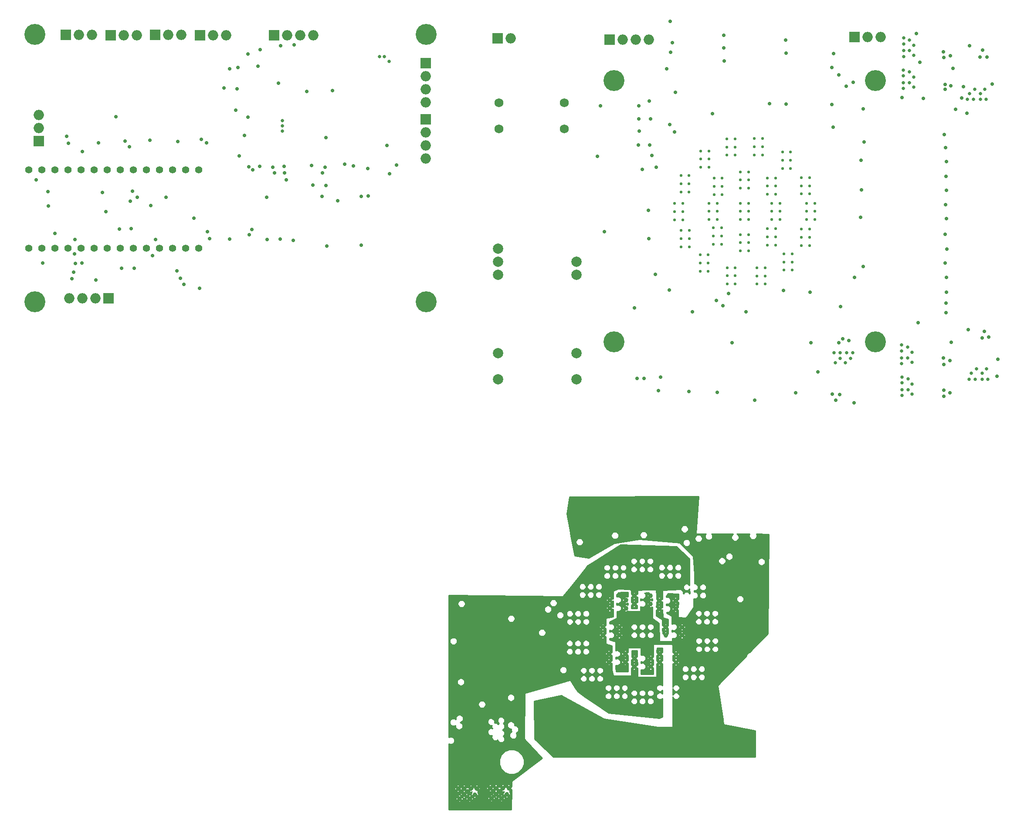
<source format=gbr>
G04 #@! TF.FileFunction,Copper,L2,Inr,Signal*
%FSLAX46Y46*%
G04 Gerber Fmt 4.6, Leading zero omitted, Abs format (unit mm)*
G04 Created by KiCad (PCBNEW 4.0.1-stable) date 1/20/2016 12:58:46 AM*
%MOMM*%
G01*
G04 APERTURE LIST*
%ADD10C,0.100000*%
%ADD11O,1.998980X1.998980*%
%ADD12R,1.998980X1.998980*%
%ADD13C,0.650000*%
%ADD14C,4.064000*%
%ADD15C,1.397000*%
%ADD16C,1.750000*%
%ADD17C,2.000000*%
%ADD18C,0.584200*%
%ADD19C,0.635000*%
%ADD20C,0.711200*%
%ADD21C,0.254000*%
G04 APERTURE END LIST*
D10*
D11*
X97632520Y-36870640D03*
D12*
X97632520Y-29250640D03*
D11*
X97632520Y-31790640D03*
X97632520Y-34330640D03*
X28379420Y-75021440D03*
D12*
X35999420Y-75021440D03*
D11*
X33459420Y-75021440D03*
X30919420Y-75021440D03*
X58795920Y-23815040D03*
D12*
X53715920Y-23815040D03*
D11*
X56255920Y-23815040D03*
X41460420Y-23815040D03*
D12*
X36380420Y-23815040D03*
D11*
X38920420Y-23815040D03*
X50096420Y-23751540D03*
D12*
X45016420Y-23751540D03*
D11*
X47556420Y-23751540D03*
X22410420Y-39372540D03*
D12*
X22410420Y-44452540D03*
D11*
X22410420Y-41912540D03*
X32773620Y-23764240D03*
D12*
X27693620Y-23764240D03*
D11*
X30233620Y-23764240D03*
D13*
X69760962Y-41471403D03*
X69760962Y-42471403D03*
X69760962Y-40471403D03*
D14*
X21655920Y-23632040D03*
X97655920Y-23632040D03*
X97655920Y-75632040D03*
X21655920Y-75632040D03*
D11*
X97594420Y-47818041D03*
D12*
X97594420Y-40198041D03*
D11*
X97594420Y-42738041D03*
X97594420Y-45278041D03*
X75750421Y-23815040D03*
D12*
X68130421Y-23815040D03*
D11*
X70670421Y-23815040D03*
X73210421Y-23815040D03*
D15*
X22981920Y-65204340D03*
X25521920Y-65204340D03*
X28061920Y-65204340D03*
X30601920Y-65204340D03*
X33141920Y-65204340D03*
X35681920Y-65204340D03*
X38221920Y-65204340D03*
X40761920Y-65204340D03*
X43301920Y-65204340D03*
X45841920Y-65204340D03*
X48381920Y-65204340D03*
X50921920Y-65204340D03*
X53461920Y-65204340D03*
X53461920Y-49964340D03*
X50921920Y-49964340D03*
X48381920Y-49964340D03*
X45841920Y-49964340D03*
X43301920Y-49964340D03*
X40761920Y-49964340D03*
X38221920Y-49964340D03*
X35681920Y-49964340D03*
X33141920Y-49964340D03*
X30601920Y-49964340D03*
X28061920Y-49964340D03*
X25521920Y-49964340D03*
X22981920Y-49964340D03*
X20441920Y-49964340D03*
X20441920Y-65204340D03*
D11*
X114139543Y-24426605D03*
D12*
X111599543Y-24426605D03*
D11*
X140936543Y-24655205D03*
D12*
X133316543Y-24655205D03*
D11*
X135856543Y-24655205D03*
X138396543Y-24655205D03*
D16*
X111823063Y-42069445D03*
X124523063Y-42069445D03*
X124523063Y-36989445D03*
X111823063Y-36989445D03*
D17*
X111660503Y-65346005D03*
X111660503Y-67886005D03*
X111660503Y-70426005D03*
X111660503Y-85666005D03*
X111660503Y-90746005D03*
X126900503Y-90746005D03*
X126900503Y-85666005D03*
X126900503Y-70426005D03*
X126900503Y-67886005D03*
D14*
X134180143Y-83481605D03*
X134180143Y-32681605D03*
X184980143Y-32681605D03*
X184980143Y-83481605D03*
D11*
X185985983Y-24157365D03*
D12*
X180905983Y-24157365D03*
D11*
X183445983Y-24157365D03*
D18*
X158754643Y-56494105D03*
X160342143Y-56494105D03*
X158754643Y-58081605D03*
X160342143Y-58081605D03*
X158754643Y-59669105D03*
X160342143Y-59669105D03*
X152658643Y-56494105D03*
X154246143Y-56494105D03*
X152658643Y-58081605D03*
X154246143Y-58081605D03*
X152658643Y-59669105D03*
X154246143Y-59669105D03*
X145968283Y-56555065D03*
X147555783Y-56555065D03*
X145968283Y-58142565D03*
X147555783Y-58142565D03*
X145968283Y-59730065D03*
X147555783Y-59730065D03*
X170601203Y-61523305D03*
X172188703Y-61523305D03*
X170601203Y-63110805D03*
X172188703Y-63110805D03*
X170601203Y-64698305D03*
X172188703Y-64698305D03*
X153623843Y-51642705D03*
X155211343Y-51642705D03*
X153623843Y-53230205D03*
X155211343Y-53230205D03*
X153623843Y-54817705D03*
X155211343Y-54817705D03*
X147187483Y-51144865D03*
X148774983Y-51144865D03*
X147187483Y-52732365D03*
X148774983Y-52732365D03*
X147187483Y-54319865D03*
X148774983Y-54319865D03*
X167223003Y-66328985D03*
X168810503Y-66328985D03*
X167223003Y-67916485D03*
X168810503Y-67916485D03*
X167223003Y-69503985D03*
X168810503Y-69503985D03*
X158754643Y-50398105D03*
X160342143Y-50398105D03*
X158754643Y-51985605D03*
X160342143Y-51985605D03*
X158754643Y-53573105D03*
X160342143Y-53573105D03*
X151017803Y-46323945D03*
X152605303Y-46323945D03*
X151017803Y-47911445D03*
X152605303Y-47911445D03*
X151017803Y-49498945D03*
X152605303Y-49498945D03*
X161939803Y-69036625D03*
X163527303Y-69036625D03*
X161939803Y-70624125D03*
X163527303Y-70624125D03*
X161939803Y-72211625D03*
X163527303Y-72211625D03*
X164012443Y-51579205D03*
X165599943Y-51579205D03*
X164012443Y-53166705D03*
X165599943Y-53166705D03*
X164012443Y-54754205D03*
X165599943Y-54754205D03*
X156128283Y-43976985D03*
X157715783Y-43976985D03*
X156128283Y-45564485D03*
X157715783Y-45564485D03*
X156128283Y-47151985D03*
X157715783Y-47151985D03*
X156158763Y-69011225D03*
X157746263Y-69011225D03*
X156158763Y-70598725D03*
X157746263Y-70598725D03*
X156158763Y-72186225D03*
X157746263Y-72186225D03*
X164850643Y-56494105D03*
X166438143Y-56494105D03*
X164850643Y-58081605D03*
X166438143Y-58081605D03*
X164850643Y-59669105D03*
X166438143Y-59669105D03*
X161467363Y-43921105D03*
X163054863Y-43921105D03*
X161467363Y-45508605D03*
X163054863Y-45508605D03*
X161467363Y-47096105D03*
X163054863Y-47096105D03*
X150911123Y-66552505D03*
X152498623Y-66552505D03*
X150911123Y-68140005D03*
X152498623Y-68140005D03*
X150911123Y-69727505D03*
X152498623Y-69727505D03*
X163974343Y-61434405D03*
X165561843Y-61434405D03*
X163974343Y-63021905D03*
X165561843Y-63021905D03*
X163974343Y-64609405D03*
X165561843Y-64609405D03*
X166913123Y-46547465D03*
X168500623Y-46547465D03*
X166913123Y-48134965D03*
X168500623Y-48134965D03*
X166913123Y-49722465D03*
X168500623Y-49722465D03*
X147223043Y-61777305D03*
X148810543Y-61777305D03*
X147223043Y-63364805D03*
X148810543Y-63364805D03*
X147223043Y-64952305D03*
X148810543Y-64952305D03*
X158754643Y-62590105D03*
X160342143Y-62590105D03*
X158754643Y-64177605D03*
X160342143Y-64177605D03*
X158754643Y-65765105D03*
X160342143Y-65765105D03*
X170601203Y-51520785D03*
X172188703Y-51520785D03*
X170601203Y-53108285D03*
X172188703Y-53108285D03*
X170601203Y-54695785D03*
X172188703Y-54695785D03*
X153509543Y-61269305D03*
X155097043Y-61269305D03*
X153509543Y-62856805D03*
X155097043Y-62856805D03*
X153509543Y-64444305D03*
X155097043Y-64444305D03*
X171607043Y-56494105D03*
X173194543Y-56494105D03*
X171607043Y-58081605D03*
X173194543Y-58081605D03*
X171607043Y-59669105D03*
X173194543Y-59669105D03*
D19*
X206250103Y-34358005D03*
X205361103Y-35183505D03*
X203265603Y-35183505D03*
X204281603Y-34358005D03*
X204027603Y-36326505D03*
X202884603Y-36326505D03*
X205361103Y-36326505D03*
X206504103Y-36326505D03*
X192407103Y-33941445D03*
X191581603Y-33052445D03*
X191581603Y-30956945D03*
X192407103Y-31972945D03*
X190438603Y-31718945D03*
X190438603Y-30575945D03*
X190438603Y-33052445D03*
X190438603Y-34195445D03*
X192412183Y-27720985D03*
X191586683Y-26831985D03*
X191586683Y-24736485D03*
X192412183Y-25752485D03*
X190443683Y-25498485D03*
X190443683Y-24355485D03*
X190443683Y-26831985D03*
X190443683Y-27974985D03*
X206582843Y-88726705D03*
X205693843Y-89552205D03*
X203598343Y-89552205D03*
X204614343Y-88726705D03*
X204360343Y-90695205D03*
X203217343Y-90695205D03*
X205693843Y-90695205D03*
X206836843Y-90695205D03*
X192130243Y-93641605D03*
X191304743Y-92752605D03*
X191304743Y-90657105D03*
X192130243Y-91673105D03*
X190161743Y-91419105D03*
X190161743Y-90276105D03*
X190161743Y-92752605D03*
X190161743Y-93895605D03*
X192064203Y-87433845D03*
X191238703Y-86544845D03*
X191238703Y-84449345D03*
X192064203Y-85465345D03*
X190095703Y-85211345D03*
X190095703Y-84068345D03*
X190095703Y-86544845D03*
X190095703Y-87687845D03*
X177197583Y-87492265D03*
X178086583Y-86666765D03*
X180182083Y-86666765D03*
X179166083Y-87492265D03*
X179420083Y-85523765D03*
X180563083Y-85523765D03*
X178086583Y-85523765D03*
X176943583Y-85523765D03*
D20*
X41562020Y-55323740D03*
X47137320Y-55311040D03*
X44559220Y-66702940D03*
X40965120Y-69115940D03*
X29357320Y-66372740D03*
X29560520Y-68239640D03*
X25585420Y-62384940D03*
X21902420Y-51958240D03*
X27858720Y-43525440D03*
X49423320Y-44528740D03*
X34030920Y-44782740D03*
X40241220Y-56123840D03*
X44203620Y-56987440D03*
X44000420Y-44236640D03*
X38475920Y-69154040D03*
X90037920Y-45278040D03*
X91942920Y-49088040D03*
X83586320Y-49215040D03*
X86354920Y-49773840D03*
X78087220Y-49494440D03*
X67863720Y-49456340D03*
X63240920Y-49380140D03*
X60688220Y-38394640D03*
X70098920Y-49342040D03*
X75420220Y-49151540D03*
X63096362Y-39759502D03*
X62397862Y-43315502D03*
X39212520Y-44439840D03*
X28150820Y-44858940D03*
X65006220Y-29885640D03*
X68981320Y-33187640D03*
X79496920Y-34635440D03*
X74518520Y-34737040D03*
X60929520Y-34254440D03*
X61094620Y-30139640D03*
X63952120Y-49977040D03*
X75661520Y-52986940D03*
X78226920Y-53088540D03*
X90545920Y-50802540D03*
X78209362Y-43760002D03*
D19*
X90482420Y-28895040D03*
X88612980Y-28006040D03*
X89548970Y-27961590D03*
D20*
X59481720Y-30330140D03*
X58402220Y-34127440D03*
X30779720Y-68087240D03*
X29166820Y-69890640D03*
X23223220Y-68138040D03*
X37434520Y-39664640D03*
X69375020Y-25834340D03*
X65399920Y-26609040D03*
X72054720Y-25694640D03*
X63088520Y-27447240D03*
X28862020Y-71186040D03*
X50655220Y-72290940D03*
X53690520Y-73052940D03*
X49283620Y-69636640D03*
X49969420Y-71109840D03*
X78379320Y-64797940D03*
X85034120Y-64670940D03*
X68219320Y-50637440D03*
X70200520Y-50573940D03*
X30881320Y-46421040D03*
X63329820Y-62626240D03*
X66758820Y-63540640D03*
X59532520Y-63489840D03*
X71838820Y-63680340D03*
X39999920Y-45506640D03*
X63799720Y-61584840D03*
X69362320Y-63489840D03*
X81859120Y-48884840D03*
X77528420Y-50612040D03*
X77414120Y-55196740D03*
X85097620Y-55145940D03*
X66682620Y-55336440D03*
X65311020Y-49367440D03*
X86443820Y-55107840D03*
X80487520Y-55984140D03*
X61335920Y-47310040D03*
X70492620Y-51958240D03*
X40596820Y-54193440D03*
X24213820Y-54218840D03*
X24277320Y-57012840D03*
X52560220Y-59413140D03*
X55227220Y-62042040D03*
X53982620Y-44046140D03*
X33472120Y-71414640D03*
X55036720Y-44719240D03*
X55570120Y-63375540D03*
X45105320Y-63540640D03*
X29420820Y-63578740D03*
X34767520Y-54422040D03*
X35491420Y-58155840D03*
X38044120Y-61546740D03*
X40368220Y-61432440D03*
X176486383Y-30085725D03*
X179280383Y-33743325D03*
X176775943Y-41724005D03*
X142384343Y-49496405D03*
X142795823Y-92910085D03*
X161510543Y-94794765D03*
X140865423Y-57837765D03*
X138681023Y-90517405D03*
X140022143Y-90547885D03*
X144939583Y-73392725D03*
X198505643Y-33408065D03*
X148711483Y-93057405D03*
X177296643Y-94822705D03*
X176572743Y-93628905D03*
X178007843Y-93717805D03*
X205795443Y-26750705D03*
X206633643Y-28096905D03*
X205338243Y-28046105D03*
X198175443Y-27030105D03*
X198289743Y-28160405D03*
X199559743Y-27855605D03*
X199635943Y-33621405D03*
X198505643Y-34345305D03*
X206151043Y-81386105D03*
X205719243Y-82656105D03*
X206989243Y-82503705D03*
X199483543Y-93336805D03*
X198251643Y-94022605D03*
X198251643Y-92803405D03*
X199420043Y-87113805D03*
X198213543Y-86555005D03*
X198251643Y-87825005D03*
X146092743Y-34954905D03*
X145102143Y-21124605D03*
X141050843Y-36593205D03*
X141152443Y-45191105D03*
X142247183Y-70283765D03*
X149409983Y-77588805D03*
X143237783Y-90324365D03*
X138162863Y-76816645D03*
X138993443Y-37520305D03*
X139018843Y-40060305D03*
X139069643Y-42460605D03*
X138955343Y-45178405D03*
X154103903Y-75373925D03*
X155328183Y-76430565D03*
X159859543Y-77583725D03*
X167123943Y-73448605D03*
X172320783Y-73753405D03*
X156450863Y-74063285D03*
X182577303Y-38132445D03*
X182800823Y-44614525D03*
X182216623Y-48140045D03*
X182247103Y-53931245D03*
X182125183Y-59204285D03*
X182633183Y-68825805D03*
X180926303Y-70934005D03*
X178244063Y-76577885D03*
X193311343Y-79722405D03*
X173804143Y-89262645D03*
X198782503Y-48414365D03*
X198782503Y-53946485D03*
X198762183Y-59514165D03*
X198863783Y-65371405D03*
X198797743Y-70923845D03*
X198655503Y-75942885D03*
X198350703Y-43166725D03*
X198614863Y-45686405D03*
X198655503Y-51233765D03*
X198584383Y-56796365D03*
X198558983Y-62496125D03*
X198558983Y-68084125D03*
X198807903Y-73783885D03*
X198685983Y-77766605D03*
X177855443Y-31538605D03*
X164431543Y-37139305D03*
X153319043Y-39095105D03*
X141571543Y-47172305D03*
X177842743Y-83634005D03*
X178665703Y-82887245D03*
X190131263Y-35922645D03*
X193590743Y-29069725D03*
X192914683Y-23517705D03*
X180621503Y-33016885D03*
X194317183Y-36080125D03*
X202800783Y-38980805D03*
X207677583Y-33301365D03*
X201744923Y-36055505D03*
X202068843Y-33855505D03*
X208785023Y-86869965D03*
X208591983Y-90141485D03*
X131558863Y-37573645D03*
X144403643Y-30357505D03*
X141330243Y-40073005D03*
X155617743Y-28858905D03*
X167631943Y-37240905D03*
X145216443Y-27182505D03*
X145051343Y-41203305D03*
X155554243Y-26255405D03*
X167517643Y-24807605D03*
X145559343Y-25252105D03*
X145914943Y-42600305D03*
X155554243Y-23855105D03*
X167631943Y-27322205D03*
X179811243Y-83176805D03*
X180839943Y-95292605D03*
X157121423Y-83588285D03*
X154246143Y-93230125D03*
X132310703Y-61993205D03*
X140972103Y-63415605D03*
X172488423Y-83618765D03*
X169445503Y-93341885D03*
X131000063Y-47408525D03*
X139717343Y-49892645D03*
X199712143Y-83507005D03*
X200588443Y-38244205D03*
X200080443Y-30243205D03*
X176534643Y-37291705D03*
X203280843Y-25912505D03*
X203052243Y-81106705D03*
X176852143Y-27360305D03*
D21*
G36*
X146252707Y-123214018D02*
X148814000Y-125587779D01*
X148858957Y-130769795D01*
X148853619Y-130756877D01*
X148664438Y-130567366D01*
X148417135Y-130464677D01*
X148149359Y-130464443D01*
X147901877Y-130566701D01*
X147712366Y-130755882D01*
X147609677Y-131003185D01*
X147609443Y-131270961D01*
X147711701Y-131518443D01*
X147900882Y-131707954D01*
X148148185Y-131810643D01*
X148415961Y-131810877D01*
X148663443Y-131708619D01*
X148852954Y-131519438D01*
X148865204Y-131489936D01*
X148873025Y-132391342D01*
X148853619Y-132344377D01*
X148664438Y-132154866D01*
X148417135Y-132052177D01*
X148149359Y-132051943D01*
X147901877Y-132154201D01*
X147712366Y-132343382D01*
X147683539Y-132412805D01*
X147670442Y-132039981D01*
X147658707Y-131990953D01*
X147627064Y-131948788D01*
X147225744Y-131598268D01*
X147181948Y-131573300D01*
X147136960Y-131567028D01*
X143692720Y-131709268D01*
X143643764Y-131721304D01*
X143603349Y-131751438D01*
X143577842Y-131794922D01*
X143570960Y-131836160D01*
X143570960Y-133329680D01*
X143580966Y-133379090D01*
X143596961Y-133402500D01*
X143597611Y-133480663D01*
X143592246Y-133467708D01*
X143472139Y-133442007D01*
X143170446Y-133743700D01*
X143472139Y-134045393D01*
X143592246Y-134019692D01*
X143601740Y-133976736D01*
X143611312Y-135126961D01*
X143603362Y-135082048D01*
X143592246Y-135055208D01*
X143472139Y-135029507D01*
X143170446Y-135331200D01*
X143472139Y-135632893D01*
X143592246Y-135607192D01*
X143614471Y-135506630D01*
X143626844Y-136993417D01*
X143637261Y-137042742D01*
X143666047Y-137084128D01*
X143722227Y-137115363D01*
X144713960Y-137370248D01*
X144713960Y-138575586D01*
X144415046Y-138874500D01*
X144713960Y-139173414D01*
X144713960Y-140163086D01*
X144415046Y-140462000D01*
X144505521Y-140552475D01*
X144298975Y-140759021D01*
X144208500Y-140668546D01*
X144118026Y-140759021D01*
X143911480Y-140552475D01*
X144001954Y-140462000D01*
X143700261Y-140160307D01*
X143630509Y-140175233D01*
X143623427Y-139953761D01*
X143906807Y-139953761D01*
X144208500Y-140255454D01*
X144510193Y-139953761D01*
X144484492Y-139833654D01*
X144223025Y-139775867D01*
X143959348Y-139822538D01*
X143932508Y-139833654D01*
X143906807Y-139953761D01*
X143623427Y-139953761D01*
X143605168Y-139382739D01*
X143906807Y-139382739D01*
X143932508Y-139502846D01*
X144193975Y-139560633D01*
X144457652Y-139513962D01*
X144484492Y-139502846D01*
X144510193Y-139382739D01*
X144208500Y-139081046D01*
X143906807Y-139382739D01*
X143605168Y-139382739D01*
X143597862Y-139154281D01*
X143700261Y-139176193D01*
X144001954Y-138874500D01*
X143700261Y-138572807D01*
X143580154Y-138598508D01*
X143580098Y-138598760D01*
X143572664Y-138366261D01*
X143906807Y-138366261D01*
X144208500Y-138667954D01*
X144510193Y-138366261D01*
X144484492Y-138246154D01*
X144223025Y-138188367D01*
X143959348Y-138235038D01*
X143932508Y-138246154D01*
X143906807Y-138366261D01*
X143572664Y-138366261D01*
X143545495Y-137516621D01*
X143533915Y-137467556D01*
X143487072Y-137413745D01*
X142374357Y-136700837D01*
X142402349Y-135839439D01*
X142662207Y-135839439D01*
X142687908Y-135959546D01*
X142949375Y-136017333D01*
X143213052Y-135970662D01*
X143239892Y-135959546D01*
X143265593Y-135839439D01*
X142963900Y-135537746D01*
X142662207Y-135839439D01*
X142402349Y-135839439D01*
X142409383Y-135622990D01*
X142455661Y-135632893D01*
X142757354Y-135331200D01*
X142455661Y-135029507D01*
X142428480Y-135035323D01*
X142435380Y-134822961D01*
X142662207Y-134822961D01*
X142963900Y-135124654D01*
X143265593Y-134822961D01*
X143239892Y-134702854D01*
X142978425Y-134645067D01*
X142714748Y-134691738D01*
X142687908Y-134702854D01*
X142662207Y-134822961D01*
X142435380Y-134822961D01*
X142442206Y-134612932D01*
X142442272Y-134609205D01*
X142443389Y-134251939D01*
X142662207Y-134251939D01*
X142687908Y-134372046D01*
X142949375Y-134429833D01*
X143213052Y-134383162D01*
X143239892Y-134372046D01*
X143265593Y-134251939D01*
X142963900Y-133950246D01*
X142662207Y-134251939D01*
X142443389Y-134251939D01*
X142444044Y-134042907D01*
X142455661Y-134045393D01*
X142757354Y-133743700D01*
X142455661Y-133442007D01*
X142445919Y-133444092D01*
X142446571Y-133235461D01*
X142662207Y-133235461D01*
X142963900Y-133537154D01*
X143265593Y-133235461D01*
X143239892Y-133115354D01*
X142978425Y-133057567D01*
X142714748Y-133104238D01*
X142687908Y-133115354D01*
X142662207Y-133235461D01*
X142446571Y-133235461D01*
X142448279Y-132689998D01*
X142447836Y-132678995D01*
X142371636Y-131769675D01*
X142357540Y-131721273D01*
X142325722Y-131682169D01*
X142281198Y-131658524D01*
X142248906Y-131653338D01*
X140394706Y-131597458D01*
X140383647Y-131597606D01*
X138869807Y-131683966D01*
X138821047Y-131696770D01*
X138781110Y-131727535D01*
X138756289Y-131771414D01*
X138750054Y-131808871D01*
X138739739Y-132502271D01*
X138620739Y-132476807D01*
X138319046Y-132778500D01*
X138620739Y-133080193D01*
X138731494Y-133056493D01*
X138716198Y-134084734D01*
X138620739Y-134064307D01*
X138319046Y-134366000D01*
X138620739Y-134667693D01*
X138707803Y-134649063D01*
X138704367Y-134880067D01*
X138685029Y-135270689D01*
X137566582Y-135274846D01*
X137567151Y-134874239D01*
X137810807Y-134874239D01*
X137836508Y-134994346D01*
X138097975Y-135052133D01*
X138361652Y-135005462D01*
X138388492Y-134994346D01*
X138414193Y-134874239D01*
X138112500Y-134572546D01*
X137810807Y-134874239D01*
X137567151Y-134874239D01*
X137567457Y-134659817D01*
X137604261Y-134667693D01*
X137905954Y-134366000D01*
X137604261Y-134064307D01*
X137568293Y-134072004D01*
X137568597Y-133857761D01*
X137810807Y-133857761D01*
X138112500Y-134159454D01*
X138414193Y-133857761D01*
X138388492Y-133737654D01*
X138127025Y-133679867D01*
X137863348Y-133726538D01*
X137836508Y-133737654D01*
X137810807Y-133857761D01*
X137568597Y-133857761D01*
X137569409Y-133286739D01*
X137810807Y-133286739D01*
X137836508Y-133406846D01*
X138097975Y-133464633D01*
X138361652Y-133417962D01*
X138388492Y-133406846D01*
X138414193Y-133286739D01*
X138112500Y-132985046D01*
X137810807Y-133286739D01*
X137569409Y-133286739D01*
X137569714Y-133072801D01*
X137604261Y-133080193D01*
X137905954Y-132778500D01*
X137604261Y-132476807D01*
X137570552Y-132484020D01*
X137570855Y-132270261D01*
X137810807Y-132270261D01*
X138112500Y-132571954D01*
X138414193Y-132270261D01*
X138388492Y-132150154D01*
X138127025Y-132092367D01*
X137863348Y-132139038D01*
X137836508Y-132150154D01*
X137810807Y-132270261D01*
X137570855Y-132270261D01*
X137571480Y-131831261D01*
X137561544Y-131781836D01*
X137524465Y-131732432D01*
X137336505Y-131580032D01*
X137291824Y-131556686D01*
X137263676Y-131551882D01*
X135013236Y-131424882D01*
X134947751Y-131438867D01*
X134053671Y-131901147D01*
X134014376Y-131932729D01*
X133990464Y-131977110D01*
X133985000Y-132013960D01*
X133985000Y-133426790D01*
X133976762Y-133380248D01*
X133965646Y-133353408D01*
X133845539Y-133327707D01*
X133543846Y-133629400D01*
X133845539Y-133931093D01*
X133965646Y-133905392D01*
X133985000Y-133817822D01*
X133985000Y-135014290D01*
X133976762Y-134967748D01*
X133965646Y-134940908D01*
X133845539Y-134915207D01*
X133543846Y-135216900D01*
X133845539Y-135518593D01*
X133965646Y-135492892D01*
X133985000Y-135405322D01*
X133985000Y-136876964D01*
X132691404Y-137121571D01*
X132644713Y-137140583D01*
X132609097Y-137176263D01*
X132588002Y-137247021D01*
X132594985Y-138587839D01*
X132524739Y-138572807D01*
X132223046Y-138874500D01*
X132524739Y-139176193D01*
X132597968Y-139160523D01*
X132603263Y-140177110D01*
X132524739Y-140160307D01*
X132223046Y-140462000D01*
X132524739Y-140763693D01*
X132606227Y-140746256D01*
X132613402Y-142123821D01*
X132623665Y-142173179D01*
X132652322Y-142214655D01*
X132699361Y-142243346D01*
X132907641Y-142314466D01*
X132921268Y-142318286D01*
X133786880Y-142509632D01*
X133786880Y-143815284D01*
X133680439Y-143792507D01*
X133378746Y-144094200D01*
X133680439Y-144395893D01*
X133786880Y-144373116D01*
X133786880Y-145402784D01*
X133680439Y-145380007D01*
X133378746Y-145681700D01*
X133680439Y-145983393D01*
X133786880Y-145960616D01*
X133786880Y-147259040D01*
X133789756Y-147285912D01*
X134003116Y-148271432D01*
X134023350Y-148317607D01*
X134059954Y-148352271D01*
X134125307Y-148371545D01*
X137462867Y-148422345D01*
X137512424Y-148413093D01*
X137554476Y-148385289D01*
X137582398Y-148343314D01*
X137591798Y-148296012D01*
X137598111Y-147066239D01*
X137810807Y-147066239D01*
X137836508Y-147186346D01*
X138097975Y-147244133D01*
X138361652Y-147197462D01*
X138388492Y-147186346D01*
X138414193Y-147066239D01*
X138112500Y-146764546D01*
X137810807Y-147066239D01*
X137598111Y-147066239D01*
X137599177Y-146858605D01*
X137604261Y-146859693D01*
X137905954Y-146558000D01*
X137604261Y-146256307D01*
X137602266Y-146256734D01*
X137603328Y-146049761D01*
X137810807Y-146049761D01*
X138112500Y-146351454D01*
X138414193Y-146049761D01*
X138388492Y-145929654D01*
X138127025Y-145871867D01*
X137863348Y-145918538D01*
X137836508Y-145929654D01*
X137810807Y-146049761D01*
X137603328Y-146049761D01*
X137606259Y-145478739D01*
X137810807Y-145478739D01*
X137836508Y-145598846D01*
X138097975Y-145656633D01*
X138361652Y-145609962D01*
X138388492Y-145598846D01*
X138414193Y-145478739D01*
X138112500Y-145177046D01*
X137810807Y-145478739D01*
X137606259Y-145478739D01*
X137607336Y-145269118D01*
X137905954Y-144970500D01*
X137610386Y-144674932D01*
X137611477Y-144462261D01*
X137810807Y-144462261D01*
X138112500Y-144763954D01*
X138414193Y-144462261D01*
X138388492Y-144342154D01*
X138127025Y-144284367D01*
X137863348Y-144331038D01*
X137836508Y-144342154D01*
X137810807Y-144462261D01*
X137611477Y-144462261D01*
X137616549Y-143474440D01*
X138699861Y-143474440D01*
X138705805Y-144687010D01*
X138620739Y-144668807D01*
X138319046Y-144970500D01*
X138620739Y-145272193D01*
X138708582Y-145253396D01*
X138713595Y-146276177D01*
X138620739Y-146256307D01*
X138319046Y-146558000D01*
X138620739Y-146859693D01*
X138716355Y-146839233D01*
X138724642Y-148529663D01*
X138734889Y-148579023D01*
X138763534Y-148620508D01*
X138806061Y-148647579D01*
X138852196Y-148656039D01*
X142331996Y-148640799D01*
X142381362Y-148630577D01*
X142422862Y-148601954D01*
X142449956Y-148559440D01*
X142458431Y-148515270D01*
X142484908Y-146228039D01*
X142725707Y-146228039D01*
X142751408Y-146348146D01*
X143012875Y-146405933D01*
X143276552Y-146359262D01*
X143303392Y-146348146D01*
X143329093Y-146228039D01*
X143027400Y-145926346D01*
X142725707Y-146228039D01*
X142484908Y-146228039D01*
X142487378Y-146014692D01*
X142519161Y-146021493D01*
X142820854Y-145719800D01*
X142519161Y-145418107D01*
X142494222Y-145423443D01*
X142496674Y-145211561D01*
X142725707Y-145211561D01*
X143027400Y-145513254D01*
X143329093Y-145211561D01*
X143303392Y-145091454D01*
X143041925Y-145033667D01*
X142778248Y-145080338D01*
X142751408Y-145091454D01*
X142725707Y-145211561D01*
X142496674Y-145211561D01*
X142503285Y-144640539D01*
X142725707Y-144640539D01*
X142751408Y-144760646D01*
X143012875Y-144818433D01*
X143276552Y-144771762D01*
X143303392Y-144760646D01*
X143329093Y-144640539D01*
X143027400Y-144338846D01*
X142725707Y-144640539D01*
X142503285Y-144640539D01*
X142505710Y-144431115D01*
X142519161Y-144433993D01*
X142820854Y-144132300D01*
X142519161Y-143830607D01*
X142512645Y-143832001D01*
X142515052Y-143624061D01*
X142725707Y-143624061D01*
X143027400Y-143925754D01*
X143329093Y-143624061D01*
X143303392Y-143503954D01*
X143041925Y-143446167D01*
X142778248Y-143492838D01*
X142751408Y-143503954D01*
X142725707Y-143624061D01*
X142515052Y-143624061D01*
X142522995Y-142937914D01*
X143586293Y-142954335D01*
X143586955Y-143841588D01*
X143535639Y-143830607D01*
X143233946Y-144132300D01*
X143535639Y-144433993D01*
X143587388Y-144422920D01*
X143588139Y-145429341D01*
X143535639Y-145418107D01*
X143233946Y-145719800D01*
X143535639Y-146021493D01*
X143588572Y-146010166D01*
X143591752Y-150275137D01*
X143467598Y-150150766D01*
X143220295Y-150048077D01*
X142952519Y-150047843D01*
X142705037Y-150150101D01*
X142515526Y-150339282D01*
X142412837Y-150586585D01*
X142412603Y-150854361D01*
X142514861Y-151101843D01*
X142704042Y-151291354D01*
X142951345Y-151394043D01*
X143219121Y-151394277D01*
X143466603Y-151292019D01*
X143592417Y-151166424D01*
X143592937Y-151863823D01*
X143467598Y-151738266D01*
X143220295Y-151635577D01*
X142952519Y-151635343D01*
X142705037Y-151737601D01*
X142515526Y-151926782D01*
X142412837Y-152174085D01*
X142412603Y-152441861D01*
X142514861Y-152689343D01*
X142704042Y-152878854D01*
X142951345Y-152981543D01*
X143219121Y-152981777D01*
X143466603Y-152879519D01*
X143593600Y-152752744D01*
X143596295Y-156367329D01*
X142968967Y-156613934D01*
X133146337Y-155614509D01*
X130002755Y-153447701D01*
X137439283Y-153447701D01*
X137541541Y-153695183D01*
X137730722Y-153884694D01*
X137978025Y-153987383D01*
X138245801Y-153987617D01*
X138493283Y-153885359D01*
X138682794Y-153696178D01*
X138785483Y-153448875D01*
X138785484Y-153447701D01*
X139026783Y-153447701D01*
X139129041Y-153695183D01*
X139318222Y-153884694D01*
X139565525Y-153987383D01*
X139833301Y-153987617D01*
X140080783Y-153885359D01*
X140270294Y-153696178D01*
X140372983Y-153448875D01*
X140372984Y-153447701D01*
X140614283Y-153447701D01*
X140716541Y-153695183D01*
X140905722Y-153884694D01*
X141153025Y-153987383D01*
X141420801Y-153987617D01*
X141668283Y-153885359D01*
X141857794Y-153696178D01*
X141960483Y-153448875D01*
X141960717Y-153181099D01*
X141858459Y-152933617D01*
X141669278Y-152744106D01*
X141421975Y-152641417D01*
X141154199Y-152641183D01*
X140906717Y-152743441D01*
X140717206Y-152932622D01*
X140614517Y-153179925D01*
X140614283Y-153447701D01*
X140372984Y-153447701D01*
X140373217Y-153181099D01*
X140270959Y-152933617D01*
X140081778Y-152744106D01*
X139834475Y-152641417D01*
X139566699Y-152641183D01*
X139319217Y-152743441D01*
X139129706Y-152932622D01*
X139027017Y-153179925D01*
X139026783Y-153447701D01*
X138785484Y-153447701D01*
X138785717Y-153181099D01*
X138683459Y-152933617D01*
X138494278Y-152744106D01*
X138246975Y-152641417D01*
X137979199Y-152641183D01*
X137731717Y-152743441D01*
X137542206Y-152932622D01*
X137439517Y-153179925D01*
X137439283Y-153447701D01*
X130002755Y-153447701D01*
X128543492Y-152441861D01*
X132410083Y-152441861D01*
X132512341Y-152689343D01*
X132701522Y-152878854D01*
X132948825Y-152981543D01*
X133216601Y-152981777D01*
X133464083Y-152879519D01*
X133653594Y-152690338D01*
X133756283Y-152443035D01*
X133756284Y-152441861D01*
X133997583Y-152441861D01*
X134099841Y-152689343D01*
X134289022Y-152878854D01*
X134536325Y-152981543D01*
X134804101Y-152981777D01*
X135051583Y-152879519D01*
X135241094Y-152690338D01*
X135343783Y-152443035D01*
X135343784Y-152441861D01*
X135585083Y-152441861D01*
X135687341Y-152689343D01*
X135876522Y-152878854D01*
X136123825Y-152981543D01*
X136391601Y-152981777D01*
X136639083Y-152879519D01*
X136828594Y-152690338D01*
X136931283Y-152443035D01*
X136931517Y-152175259D01*
X136829259Y-151927777D01*
X136761801Y-151860201D01*
X137439283Y-151860201D01*
X137541541Y-152107683D01*
X137730722Y-152297194D01*
X137978025Y-152399883D01*
X138245801Y-152400117D01*
X138493283Y-152297859D01*
X138682794Y-152108678D01*
X138785483Y-151861375D01*
X138785484Y-151860201D01*
X139026783Y-151860201D01*
X139129041Y-152107683D01*
X139318222Y-152297194D01*
X139565525Y-152399883D01*
X139833301Y-152400117D01*
X140080783Y-152297859D01*
X140270294Y-152108678D01*
X140372983Y-151861375D01*
X140372984Y-151860201D01*
X140614283Y-151860201D01*
X140716541Y-152107683D01*
X140905722Y-152297194D01*
X141153025Y-152399883D01*
X141420801Y-152400117D01*
X141668283Y-152297859D01*
X141857794Y-152108678D01*
X141960483Y-151861375D01*
X141960717Y-151593599D01*
X141858459Y-151346117D01*
X141669278Y-151156606D01*
X141421975Y-151053917D01*
X141154199Y-151053683D01*
X140906717Y-151155941D01*
X140717206Y-151345122D01*
X140614517Y-151592425D01*
X140614283Y-151860201D01*
X140372984Y-151860201D01*
X140373217Y-151593599D01*
X140270959Y-151346117D01*
X140081778Y-151156606D01*
X139834475Y-151053917D01*
X139566699Y-151053683D01*
X139319217Y-151155941D01*
X139129706Y-151345122D01*
X139027017Y-151592425D01*
X139026783Y-151860201D01*
X138785484Y-151860201D01*
X138785717Y-151593599D01*
X138683459Y-151346117D01*
X138494278Y-151156606D01*
X138246975Y-151053917D01*
X137979199Y-151053683D01*
X137731717Y-151155941D01*
X137542206Y-151345122D01*
X137439517Y-151592425D01*
X137439283Y-151860201D01*
X136761801Y-151860201D01*
X136640078Y-151738266D01*
X136392775Y-151635577D01*
X136124999Y-151635343D01*
X135877517Y-151737601D01*
X135688006Y-151926782D01*
X135585317Y-152174085D01*
X135585083Y-152441861D01*
X135343784Y-152441861D01*
X135344017Y-152175259D01*
X135241759Y-151927777D01*
X135052578Y-151738266D01*
X134805275Y-151635577D01*
X134537499Y-151635343D01*
X134290017Y-151737601D01*
X134100506Y-151926782D01*
X133997817Y-152174085D01*
X133997583Y-152441861D01*
X133756284Y-152441861D01*
X133756517Y-152175259D01*
X133654259Y-151927777D01*
X133465078Y-151738266D01*
X133217775Y-151635577D01*
X132949999Y-151635343D01*
X132702517Y-151737601D01*
X132513006Y-151926782D01*
X132410317Y-152174085D01*
X132410083Y-152441861D01*
X128543492Y-152441861D01*
X127128633Y-151466628D01*
X126735348Y-150854361D01*
X132410083Y-150854361D01*
X132512341Y-151101843D01*
X132701522Y-151291354D01*
X132948825Y-151394043D01*
X133216601Y-151394277D01*
X133464083Y-151292019D01*
X133653594Y-151102838D01*
X133756283Y-150855535D01*
X133756284Y-150854361D01*
X133997583Y-150854361D01*
X134099841Y-151101843D01*
X134289022Y-151291354D01*
X134536325Y-151394043D01*
X134804101Y-151394277D01*
X135051583Y-151292019D01*
X135241094Y-151102838D01*
X135343783Y-150855535D01*
X135343784Y-150854361D01*
X135585083Y-150854361D01*
X135687341Y-151101843D01*
X135876522Y-151291354D01*
X136123825Y-151394043D01*
X136391601Y-151394277D01*
X136639083Y-151292019D01*
X136828594Y-151102838D01*
X136931283Y-150855535D01*
X136931517Y-150587759D01*
X136829259Y-150340277D01*
X136640078Y-150150766D01*
X136392775Y-150048077D01*
X136124999Y-150047843D01*
X135877517Y-150150101D01*
X135688006Y-150339282D01*
X135585317Y-150586585D01*
X135585083Y-150854361D01*
X135343784Y-150854361D01*
X135344017Y-150587759D01*
X135241759Y-150340277D01*
X135052578Y-150150766D01*
X134805275Y-150048077D01*
X134537499Y-150047843D01*
X134290017Y-150150101D01*
X134100506Y-150339282D01*
X133997817Y-150586585D01*
X133997583Y-150854361D01*
X133756284Y-150854361D01*
X133756517Y-150587759D01*
X133654259Y-150340277D01*
X133465078Y-150150766D01*
X133217775Y-150048077D01*
X132949999Y-150047843D01*
X132702517Y-150150101D01*
X132513006Y-150339282D01*
X132410317Y-150586585D01*
X132410083Y-150854361D01*
X126735348Y-150854361D01*
X125706013Y-149251892D01*
X125670890Y-149215727D01*
X125624465Y-149196076D01*
X125564346Y-149198393D01*
X116952508Y-151653024D01*
X116907733Y-151676191D01*
X116875499Y-151714952D01*
X116860326Y-151773925D01*
X116773966Y-160653765D01*
X116783491Y-160703270D01*
X116808438Y-160741998D01*
X120232068Y-164383001D01*
X114365587Y-168823982D01*
X114332231Y-168861782D01*
X114315265Y-168922701D01*
X114295357Y-169918081D01*
X114247061Y-169906265D01*
X113937766Y-170215560D01*
X114247061Y-170524855D01*
X114283400Y-170515964D01*
X114205994Y-174386240D01*
X102108046Y-174386240D01*
X102108627Y-172783901D01*
X103830705Y-172783901D01*
X103860353Y-172905082D01*
X104132290Y-172962241D01*
X104405402Y-172910983D01*
X104419647Y-172905082D01*
X104449295Y-172783901D01*
X105799205Y-172783901D01*
X105828853Y-172905082D01*
X106100790Y-172962241D01*
X106373902Y-172910983D01*
X106388147Y-172905082D01*
X106417795Y-172783901D01*
X106351755Y-172717861D01*
X110038465Y-172717861D01*
X110068113Y-172839042D01*
X110340050Y-172896201D01*
X110613162Y-172844943D01*
X110627407Y-172839042D01*
X110657055Y-172717861D01*
X112006965Y-172717861D01*
X112036613Y-172839042D01*
X112308550Y-172896201D01*
X112581662Y-172844943D01*
X112595907Y-172839042D01*
X112625555Y-172717861D01*
X112316260Y-172408566D01*
X112006965Y-172717861D01*
X110657055Y-172717861D01*
X110347760Y-172408566D01*
X110038465Y-172717861D01*
X106351755Y-172717861D01*
X106108500Y-172474606D01*
X105799205Y-172783901D01*
X104449295Y-172783901D01*
X104140000Y-172474606D01*
X103830705Y-172783901D01*
X102108627Y-172783901D01*
X102108824Y-172242390D01*
X103427859Y-172242390D01*
X103479117Y-172515502D01*
X103485018Y-172529747D01*
X103606199Y-172559395D01*
X103915494Y-172250100D01*
X104364506Y-172250100D01*
X104673801Y-172559395D01*
X104794982Y-172529747D01*
X104852141Y-172257810D01*
X104849247Y-172242390D01*
X105396359Y-172242390D01*
X105447617Y-172515502D01*
X105453518Y-172529747D01*
X105574699Y-172559395D01*
X105883994Y-172250100D01*
X106333006Y-172250100D01*
X106642301Y-172559395D01*
X106763482Y-172529747D01*
X106820641Y-172257810D01*
X106805353Y-172176350D01*
X109635619Y-172176350D01*
X109686877Y-172449462D01*
X109692778Y-172463707D01*
X109813959Y-172493355D01*
X110123254Y-172184060D01*
X110572266Y-172184060D01*
X110881561Y-172493355D01*
X111002742Y-172463707D01*
X111059901Y-172191770D01*
X111057007Y-172176350D01*
X111604119Y-172176350D01*
X111655377Y-172449462D01*
X111661278Y-172463707D01*
X111782459Y-172493355D01*
X112091754Y-172184060D01*
X112540766Y-172184060D01*
X112850061Y-172493355D01*
X112971242Y-172463707D01*
X113028401Y-172191770D01*
X112977143Y-171918658D01*
X112971242Y-171904413D01*
X112921982Y-171892361D01*
X113022965Y-171892361D01*
X113052613Y-172013542D01*
X113324550Y-172070701D01*
X113597662Y-172019443D01*
X113611907Y-172013542D01*
X113641555Y-171892361D01*
X113332260Y-171583066D01*
X113022965Y-171892361D01*
X112921982Y-171892361D01*
X112850061Y-171874765D01*
X112540766Y-172184060D01*
X112091754Y-172184060D01*
X111782459Y-171874765D01*
X111661278Y-171904413D01*
X111604119Y-172176350D01*
X111057007Y-172176350D01*
X111029299Y-172028715D01*
X111229050Y-172070701D01*
X111502162Y-172019443D01*
X111516407Y-172013542D01*
X111546055Y-171892361D01*
X111236760Y-171583066D01*
X110932579Y-171887247D01*
X110881561Y-171874765D01*
X110572266Y-172184060D01*
X110123254Y-172184060D01*
X109813959Y-171874765D01*
X109692778Y-171904413D01*
X109635619Y-172176350D01*
X106805353Y-172176350D01*
X106769383Y-171984698D01*
X106763482Y-171970453D01*
X106714222Y-171958401D01*
X106815205Y-171958401D01*
X106844853Y-172079582D01*
X107116790Y-172136741D01*
X107389902Y-172085483D01*
X107404147Y-172079582D01*
X107433795Y-171958401D01*
X107124500Y-171649106D01*
X106815205Y-171958401D01*
X106714222Y-171958401D01*
X106642301Y-171940805D01*
X106333006Y-172250100D01*
X105883994Y-172250100D01*
X105574699Y-171940805D01*
X105453518Y-171970453D01*
X105396359Y-172242390D01*
X104849247Y-172242390D01*
X104821539Y-172094755D01*
X105021290Y-172136741D01*
X105294402Y-172085483D01*
X105308647Y-172079582D01*
X105338295Y-171958401D01*
X105029000Y-171649106D01*
X104724819Y-171953287D01*
X104673801Y-171940805D01*
X104364506Y-172250100D01*
X103915494Y-172250100D01*
X103606199Y-171940805D01*
X103485018Y-171970453D01*
X103427859Y-172242390D01*
X102108824Y-172242390D01*
X102109014Y-171716299D01*
X103830705Y-171716299D01*
X104140000Y-172025594D01*
X104444181Y-171721413D01*
X104495199Y-171733895D01*
X104804494Y-171424600D01*
X105253506Y-171424600D01*
X105562801Y-171733895D01*
X105634721Y-171716299D01*
X105799205Y-171716299D01*
X106108500Y-172025594D01*
X106417795Y-171716299D01*
X106388147Y-171595118D01*
X106116210Y-171537959D01*
X105843098Y-171589217D01*
X105828853Y-171595118D01*
X105799205Y-171716299D01*
X105634721Y-171716299D01*
X105683982Y-171704247D01*
X105741141Y-171432310D01*
X105689883Y-171159198D01*
X105683982Y-171144953D01*
X105562801Y-171115305D01*
X105253506Y-171424600D01*
X104804494Y-171424600D01*
X104495199Y-171115305D01*
X104374018Y-171144953D01*
X104316859Y-171416890D01*
X104347461Y-171579945D01*
X104147710Y-171537959D01*
X103874598Y-171589217D01*
X103860353Y-171595118D01*
X103830705Y-171716299D01*
X102109014Y-171716299D01*
X102109342Y-170815401D01*
X103576705Y-170815401D01*
X103606353Y-170936582D01*
X103878290Y-170993741D01*
X104151402Y-170942483D01*
X104165647Y-170936582D01*
X104195295Y-170815401D01*
X104719705Y-170815401D01*
X104728928Y-170853100D01*
X104719705Y-170890799D01*
X104744127Y-170915221D01*
X104749353Y-170936582D01*
X104769782Y-170940876D01*
X105029000Y-171200094D01*
X105284811Y-170944283D01*
X105294402Y-170942483D01*
X105308647Y-170936582D01*
X105313873Y-170915221D01*
X105338295Y-170890799D01*
X105329072Y-170853100D01*
X105338295Y-170815401D01*
X106053205Y-170815401D01*
X106082853Y-170936582D01*
X106354790Y-170993741D01*
X106597192Y-170948247D01*
X106443063Y-171102376D01*
X106482471Y-171141784D01*
X106469518Y-171144953D01*
X106412359Y-171416890D01*
X106463617Y-171690002D01*
X106469518Y-171704247D01*
X106590699Y-171733895D01*
X106899994Y-171424600D01*
X106818500Y-171343106D01*
X107043006Y-171118600D01*
X107124500Y-171200094D01*
X107205995Y-171118600D01*
X107430501Y-171343106D01*
X107349006Y-171424600D01*
X107658301Y-171733895D01*
X107779482Y-171704247D01*
X107790829Y-171650259D01*
X110038465Y-171650259D01*
X110347760Y-171959554D01*
X110651941Y-171655373D01*
X110702959Y-171667855D01*
X111012254Y-171358560D01*
X111461266Y-171358560D01*
X111770561Y-171667855D01*
X111842481Y-171650259D01*
X112006965Y-171650259D01*
X112316260Y-171959554D01*
X112625555Y-171650259D01*
X112595907Y-171529078D01*
X112323970Y-171471919D01*
X112050858Y-171523177D01*
X112036613Y-171529078D01*
X112006965Y-171650259D01*
X111842481Y-171650259D01*
X111891742Y-171638207D01*
X111948901Y-171366270D01*
X111897643Y-171093158D01*
X111891742Y-171078913D01*
X111770561Y-171049265D01*
X111461266Y-171358560D01*
X111012254Y-171358560D01*
X110702959Y-171049265D01*
X110581778Y-171078913D01*
X110524619Y-171350850D01*
X110555221Y-171513905D01*
X110355470Y-171471919D01*
X110082358Y-171523177D01*
X110068113Y-171529078D01*
X110038465Y-171650259D01*
X107790829Y-171650259D01*
X107836641Y-171432310D01*
X107785383Y-171159198D01*
X107779482Y-171144953D01*
X107766529Y-171141784D01*
X107805937Y-171102376D01*
X107665774Y-170962213D01*
X107770902Y-170942483D01*
X107785147Y-170936582D01*
X107814795Y-170815401D01*
X107748755Y-170749361D01*
X109784465Y-170749361D01*
X109814113Y-170870542D01*
X110086050Y-170927701D01*
X110359162Y-170876443D01*
X110373407Y-170870542D01*
X110403055Y-170749361D01*
X110927465Y-170749361D01*
X110936688Y-170787060D01*
X110927465Y-170824759D01*
X110951887Y-170849181D01*
X110957113Y-170870542D01*
X110977542Y-170874836D01*
X111236760Y-171134054D01*
X111492571Y-170878243D01*
X111502162Y-170876443D01*
X111516407Y-170870542D01*
X111521633Y-170849181D01*
X111546055Y-170824759D01*
X111536832Y-170787060D01*
X111546055Y-170749361D01*
X112260965Y-170749361D01*
X112290613Y-170870542D01*
X112562550Y-170927701D01*
X112804952Y-170882207D01*
X112650823Y-171036336D01*
X112690231Y-171075744D01*
X112677278Y-171078913D01*
X112620119Y-171350850D01*
X112671377Y-171623962D01*
X112677278Y-171638207D01*
X112798459Y-171667855D01*
X113107754Y-171358560D01*
X113026260Y-171277066D01*
X113250766Y-171052560D01*
X113332260Y-171134054D01*
X113413755Y-171052560D01*
X113638261Y-171277066D01*
X113556766Y-171358560D01*
X113866061Y-171667855D01*
X113987242Y-171638207D01*
X114044401Y-171366270D01*
X113993143Y-171093158D01*
X113987242Y-171078913D01*
X113974289Y-171075744D01*
X114013697Y-171036336D01*
X113873534Y-170896173D01*
X113978662Y-170876443D01*
X113992907Y-170870542D01*
X114022555Y-170749361D01*
X113713260Y-170440066D01*
X113631766Y-170521561D01*
X113407260Y-170297055D01*
X113488754Y-170215560D01*
X113232943Y-169959749D01*
X113231143Y-169950158D01*
X113225242Y-169935913D01*
X113203881Y-169930687D01*
X113179459Y-169906265D01*
X113141760Y-169915488D01*
X113104061Y-169906265D01*
X113079639Y-169930687D01*
X113058278Y-169935913D01*
X113053984Y-169956342D01*
X112794766Y-170215560D01*
X112876261Y-170297055D01*
X112651755Y-170521561D01*
X112570260Y-170440066D01*
X112260965Y-170749361D01*
X111546055Y-170749361D01*
X111521633Y-170724939D01*
X111516407Y-170703578D01*
X111495978Y-170699284D01*
X111236760Y-170440066D01*
X110980949Y-170695877D01*
X110971358Y-170697677D01*
X110957113Y-170703578D01*
X110951887Y-170724939D01*
X110927465Y-170749361D01*
X110403055Y-170749361D01*
X110093760Y-170440066D01*
X109784465Y-170749361D01*
X107748755Y-170749361D01*
X107505500Y-170506106D01*
X107424006Y-170587601D01*
X107199500Y-170363095D01*
X107280994Y-170281600D01*
X107730006Y-170281600D01*
X108039301Y-170590895D01*
X108160482Y-170561247D01*
X108217641Y-170289310D01*
X108202353Y-170207850D01*
X109381619Y-170207850D01*
X109432877Y-170480962D01*
X109438778Y-170495207D01*
X109559959Y-170524855D01*
X109869254Y-170215560D01*
X110318266Y-170215560D01*
X110574077Y-170471371D01*
X110575877Y-170480962D01*
X110581778Y-170495207D01*
X110603139Y-170500433D01*
X110627561Y-170524855D01*
X110665260Y-170515632D01*
X110702959Y-170524855D01*
X110727381Y-170500433D01*
X110748742Y-170495207D01*
X110753036Y-170474778D01*
X111012254Y-170215560D01*
X111461266Y-170215560D01*
X111770561Y-170524855D01*
X111891742Y-170495207D01*
X111902471Y-170444164D01*
X111909377Y-170480962D01*
X111915278Y-170495207D01*
X112036459Y-170524855D01*
X112345754Y-170215560D01*
X112036459Y-169906265D01*
X111915278Y-169935913D01*
X111904549Y-169986956D01*
X111897643Y-169950158D01*
X111891742Y-169935913D01*
X111770561Y-169906265D01*
X111461266Y-170215560D01*
X111012254Y-170215560D01*
X110756443Y-169959749D01*
X110754643Y-169950158D01*
X110748742Y-169935913D01*
X110727381Y-169930687D01*
X110702959Y-169906265D01*
X110665260Y-169915488D01*
X110627561Y-169906265D01*
X110603139Y-169930687D01*
X110581778Y-169935913D01*
X110577484Y-169956342D01*
X110318266Y-170215560D01*
X109869254Y-170215560D01*
X109559959Y-169906265D01*
X109438778Y-169935913D01*
X109381619Y-170207850D01*
X108202353Y-170207850D01*
X108166383Y-170016198D01*
X108160482Y-170001953D01*
X108039301Y-169972305D01*
X107730006Y-170281600D01*
X107280994Y-170281600D01*
X107025183Y-170025789D01*
X107023383Y-170016198D01*
X107017482Y-170001953D01*
X106996121Y-169996727D01*
X106971699Y-169972305D01*
X106934000Y-169981528D01*
X106896301Y-169972305D01*
X106871879Y-169996727D01*
X106850518Y-170001953D01*
X106846224Y-170022382D01*
X106587006Y-170281600D01*
X106668501Y-170363095D01*
X106443995Y-170587601D01*
X106362500Y-170506106D01*
X106053205Y-170815401D01*
X105338295Y-170815401D01*
X105313873Y-170790979D01*
X105308647Y-170769618D01*
X105288218Y-170765324D01*
X105029000Y-170506106D01*
X104773189Y-170761917D01*
X104763598Y-170763717D01*
X104749353Y-170769618D01*
X104744127Y-170790979D01*
X104719705Y-170815401D01*
X104195295Y-170815401D01*
X103886000Y-170506106D01*
X103576705Y-170815401D01*
X102109342Y-170815401D01*
X102109539Y-170273890D01*
X103173859Y-170273890D01*
X103225117Y-170547002D01*
X103231018Y-170561247D01*
X103352199Y-170590895D01*
X103661494Y-170281600D01*
X104110506Y-170281600D01*
X104366317Y-170537411D01*
X104368117Y-170547002D01*
X104374018Y-170561247D01*
X104395379Y-170566473D01*
X104419801Y-170590895D01*
X104457500Y-170581672D01*
X104495199Y-170590895D01*
X104519621Y-170566473D01*
X104540982Y-170561247D01*
X104545276Y-170540818D01*
X104804494Y-170281600D01*
X105253506Y-170281600D01*
X105562801Y-170590895D01*
X105683982Y-170561247D01*
X105694711Y-170510204D01*
X105701617Y-170547002D01*
X105707518Y-170561247D01*
X105828699Y-170590895D01*
X106137994Y-170281600D01*
X105828699Y-169972305D01*
X105707518Y-170001953D01*
X105696789Y-170052996D01*
X105689883Y-170016198D01*
X105683982Y-170001953D01*
X105562801Y-169972305D01*
X105253506Y-170281600D01*
X104804494Y-170281600D01*
X104548683Y-170025789D01*
X104546883Y-170016198D01*
X104540982Y-170001953D01*
X104519621Y-169996727D01*
X104495199Y-169972305D01*
X104457500Y-169981528D01*
X104419801Y-169972305D01*
X104395379Y-169996727D01*
X104374018Y-170001953D01*
X104369724Y-170022382D01*
X104110506Y-170281600D01*
X103661494Y-170281600D01*
X103352199Y-169972305D01*
X103231018Y-170001953D01*
X103173859Y-170273890D01*
X102109539Y-170273890D01*
X102109730Y-169747799D01*
X103576705Y-169747799D01*
X103886000Y-170057094D01*
X104195295Y-169747799D01*
X104719705Y-169747799D01*
X105029000Y-170057094D01*
X105338295Y-169747799D01*
X106053205Y-169747799D01*
X106362500Y-170057094D01*
X106671795Y-169747799D01*
X107196205Y-169747799D01*
X107505500Y-170057094D01*
X107814795Y-169747799D01*
X107798638Y-169681759D01*
X109784465Y-169681759D01*
X110093760Y-169991054D01*
X110403055Y-169681759D01*
X110927465Y-169681759D01*
X111236760Y-169991054D01*
X111546055Y-169681759D01*
X112260965Y-169681759D01*
X112570260Y-169991054D01*
X112879555Y-169681759D01*
X113403965Y-169681759D01*
X113713260Y-169991054D01*
X114022555Y-169681759D01*
X113992907Y-169560578D01*
X113720970Y-169503419D01*
X113447858Y-169554677D01*
X113433613Y-169560578D01*
X113403965Y-169681759D01*
X112879555Y-169681759D01*
X112849907Y-169560578D01*
X112577970Y-169503419D01*
X112304858Y-169554677D01*
X112290613Y-169560578D01*
X112260965Y-169681759D01*
X111546055Y-169681759D01*
X111516407Y-169560578D01*
X111244470Y-169503419D01*
X110971358Y-169554677D01*
X110957113Y-169560578D01*
X110927465Y-169681759D01*
X110403055Y-169681759D01*
X110373407Y-169560578D01*
X110101470Y-169503419D01*
X109828358Y-169554677D01*
X109814113Y-169560578D01*
X109784465Y-169681759D01*
X107798638Y-169681759D01*
X107785147Y-169626618D01*
X107513210Y-169569459D01*
X107240098Y-169620717D01*
X107225853Y-169626618D01*
X107196205Y-169747799D01*
X106671795Y-169747799D01*
X106642147Y-169626618D01*
X106370210Y-169569459D01*
X106097098Y-169620717D01*
X106082853Y-169626618D01*
X106053205Y-169747799D01*
X105338295Y-169747799D01*
X105308647Y-169626618D01*
X105036710Y-169569459D01*
X104763598Y-169620717D01*
X104749353Y-169626618D01*
X104719705Y-169747799D01*
X104195295Y-169747799D01*
X104165647Y-169626618D01*
X103893710Y-169569459D01*
X103620598Y-169620717D01*
X103606353Y-169626618D01*
X103576705Y-169747799D01*
X102109730Y-169747799D01*
X102111244Y-165577870D01*
X111886583Y-165577870D01*
X112253166Y-166465069D01*
X112931361Y-167144449D01*
X113817919Y-167512580D01*
X114777870Y-167513417D01*
X115665069Y-167146834D01*
X116344449Y-166468639D01*
X116712580Y-165582081D01*
X116713417Y-164622130D01*
X116346834Y-163734931D01*
X115668639Y-163055551D01*
X114782081Y-162687420D01*
X113822130Y-162686583D01*
X112934931Y-163053166D01*
X112255551Y-163731361D01*
X111887420Y-164617919D01*
X111886583Y-165577870D01*
X102111244Y-165577870D01*
X102112689Y-161601121D01*
X102341838Y-161696272D01*
X102634876Y-161696528D01*
X102905705Y-161584623D01*
X103113095Y-161377595D01*
X103225472Y-161106962D01*
X103225728Y-160813924D01*
X103113823Y-160543095D01*
X102906795Y-160335705D01*
X102636162Y-160223328D01*
X102343124Y-160223072D01*
X102113155Y-160318094D01*
X102114155Y-157562376D01*
X102222172Y-157562376D01*
X102334077Y-157833205D01*
X102541105Y-158040595D01*
X102811738Y-158152972D01*
X103104776Y-158153228D01*
X103327257Y-158061300D01*
X103327072Y-158273576D01*
X103438977Y-158544405D01*
X103646005Y-158751795D01*
X103916638Y-158864172D01*
X104209676Y-158864428D01*
X104480505Y-158752523D01*
X104687895Y-158545495D01*
X104800272Y-158274862D01*
X104800528Y-157981824D01*
X104688623Y-157710995D01*
X104481595Y-157503605D01*
X104366399Y-157455771D01*
X109590719Y-157455771D01*
X109696836Y-157712591D01*
X109893155Y-157909254D01*
X110149790Y-158015818D01*
X110427671Y-158016061D01*
X110439618Y-158011125D01*
X110416462Y-158066890D01*
X110416219Y-158344771D01*
X110522336Y-158601591D01*
X110564574Y-158643903D01*
X110428890Y-158587562D01*
X110151009Y-158587319D01*
X109894189Y-158693436D01*
X109697526Y-158889755D01*
X109590962Y-159146390D01*
X109590719Y-159424271D01*
X109696836Y-159681091D01*
X109893155Y-159877754D01*
X110149790Y-159984318D01*
X110427671Y-159984561D01*
X110503275Y-159953322D01*
X110416462Y-160162390D01*
X110416219Y-160440271D01*
X110522336Y-160697091D01*
X110718655Y-160893754D01*
X110975290Y-161000318D01*
X111253171Y-161000561D01*
X111509991Y-160894444D01*
X111566249Y-160838284D01*
X111665336Y-161078091D01*
X111861655Y-161274754D01*
X112118290Y-161381318D01*
X112396171Y-161381561D01*
X112652991Y-161275444D01*
X112849654Y-161079125D01*
X112956218Y-160822490D01*
X112956461Y-160544609D01*
X112850344Y-160287789D01*
X112674168Y-160111304D01*
X112849654Y-159936125D01*
X112956218Y-159679490D01*
X112956461Y-159401609D01*
X112850344Y-159144789D01*
X112654025Y-158948126D01*
X112473432Y-158873137D01*
X112652991Y-158798944D01*
X112849654Y-158602625D01*
X112956218Y-158345990D01*
X112956425Y-158108476D01*
X113410872Y-158108476D01*
X113522777Y-158379305D01*
X113729805Y-158586695D01*
X114000438Y-158699072D01*
X114157835Y-158699210D01*
X114157632Y-158931436D01*
X114269537Y-159202265D01*
X114319264Y-159252079D01*
X114188095Y-159306277D01*
X113980705Y-159513305D01*
X113868328Y-159783938D01*
X113868072Y-160076976D01*
X113979977Y-160347805D01*
X114187005Y-160555195D01*
X114457638Y-160667572D01*
X114750676Y-160667828D01*
X115021505Y-160555923D01*
X115228895Y-160348895D01*
X115341272Y-160078262D01*
X115341528Y-159785224D01*
X115229623Y-159514395D01*
X115179896Y-159464581D01*
X115311065Y-159410383D01*
X115518455Y-159203355D01*
X115630832Y-158932722D01*
X115631088Y-158639684D01*
X115519183Y-158368855D01*
X115312155Y-158161465D01*
X115041522Y-158049088D01*
X114884125Y-158048950D01*
X114884328Y-157816724D01*
X114772423Y-157545895D01*
X114565395Y-157338505D01*
X114294762Y-157226128D01*
X114001724Y-157225872D01*
X113730895Y-157337777D01*
X113523505Y-157544805D01*
X113411128Y-157815438D01*
X113410872Y-158108476D01*
X112956425Y-158108476D01*
X112956461Y-158068109D01*
X112850344Y-157811289D01*
X112674168Y-157634804D01*
X112849654Y-157459625D01*
X112956218Y-157202990D01*
X112956461Y-156925109D01*
X112850344Y-156668289D01*
X112654025Y-156471626D01*
X112397390Y-156365062D01*
X112119509Y-156364819D01*
X111862689Y-156470936D01*
X111666026Y-156667255D01*
X111559462Y-156923890D01*
X111559219Y-157201771D01*
X111665336Y-157458591D01*
X111841512Y-157635076D01*
X111686204Y-157790112D01*
X111511025Y-157614626D01*
X111254390Y-157508062D01*
X110976509Y-157507819D01*
X110964562Y-157512755D01*
X110987718Y-157456990D01*
X110987961Y-157179109D01*
X110881844Y-156922289D01*
X110685525Y-156725626D01*
X110428890Y-156619062D01*
X110151009Y-156618819D01*
X109894189Y-156724936D01*
X109697526Y-156921255D01*
X109590962Y-157177890D01*
X109590719Y-157455771D01*
X104366399Y-157455771D01*
X104300651Y-157428470D01*
X104569405Y-157317423D01*
X104776795Y-157110395D01*
X104889172Y-156839762D01*
X104889428Y-156546724D01*
X104777523Y-156275895D01*
X104570495Y-156068505D01*
X104299862Y-155956128D01*
X104006824Y-155955872D01*
X103735995Y-156067777D01*
X103528605Y-156274805D01*
X103416228Y-156545438D01*
X103415978Y-156831757D01*
X103376695Y-156792405D01*
X103106062Y-156680028D01*
X102813024Y-156679772D01*
X102542195Y-156791677D01*
X102334805Y-156998705D01*
X102222428Y-157269338D01*
X102222172Y-157562376D01*
X102114155Y-157562376D01*
X102115423Y-154069876D01*
X107782232Y-154069876D01*
X107894137Y-154340705D01*
X108101165Y-154548095D01*
X108371798Y-154660472D01*
X108664836Y-154660728D01*
X108935665Y-154548823D01*
X109143055Y-154341795D01*
X109255432Y-154071162D01*
X109255688Y-153778124D01*
X109143783Y-153507295D01*
X108936755Y-153299905D01*
X108666122Y-153187528D01*
X108373084Y-153187272D01*
X108102255Y-153299177D01*
X107894865Y-153506205D01*
X107782488Y-153776838D01*
X107782232Y-154069876D01*
X102115423Y-154069876D01*
X102115900Y-152754156D01*
X113426112Y-152754156D01*
X113538017Y-153024985D01*
X113745045Y-153232375D01*
X114015678Y-153344752D01*
X114308716Y-153345008D01*
X114579545Y-153233103D01*
X114786935Y-153026075D01*
X114899312Y-152755442D01*
X114899568Y-152462404D01*
X114787663Y-152191575D01*
X114580635Y-151984185D01*
X114310002Y-151871808D01*
X114016964Y-151871552D01*
X113746135Y-151983457D01*
X113538745Y-152190485D01*
X113426368Y-152461118D01*
X113426112Y-152754156D01*
X102115900Y-152754156D01*
X102117006Y-149711236D01*
X103702992Y-149711236D01*
X103814897Y-149982065D01*
X104021925Y-150189455D01*
X104292558Y-150301832D01*
X104585596Y-150302088D01*
X104856425Y-150190183D01*
X105063815Y-149983155D01*
X105176192Y-149712522D01*
X105176448Y-149419484D01*
X105064543Y-149148655D01*
X104979698Y-149063661D01*
X127604403Y-149063661D01*
X127706661Y-149311143D01*
X127895842Y-149500654D01*
X128143145Y-149603343D01*
X128410921Y-149603577D01*
X128658403Y-149501319D01*
X128847914Y-149312138D01*
X128950603Y-149064835D01*
X128950604Y-149063661D01*
X129191903Y-149063661D01*
X129294161Y-149311143D01*
X129483342Y-149500654D01*
X129730645Y-149603343D01*
X129998421Y-149603577D01*
X130245903Y-149501319D01*
X130435414Y-149312138D01*
X130538103Y-149064835D01*
X130538104Y-149063661D01*
X130779403Y-149063661D01*
X130881661Y-149311143D01*
X131070842Y-149500654D01*
X131318145Y-149603343D01*
X131585921Y-149603577D01*
X131833403Y-149501319D01*
X132022914Y-149312138D01*
X132125603Y-149064835D01*
X132125837Y-148797059D01*
X132023579Y-148549577D01*
X131834398Y-148360066D01*
X131587095Y-148257377D01*
X131319319Y-148257143D01*
X131071837Y-148359401D01*
X130882326Y-148548582D01*
X130779637Y-148795885D01*
X130779403Y-149063661D01*
X130538104Y-149063661D01*
X130538337Y-148797059D01*
X130436079Y-148549577D01*
X130246898Y-148360066D01*
X129999595Y-148257377D01*
X129731819Y-148257143D01*
X129484337Y-148359401D01*
X129294826Y-148548582D01*
X129192137Y-148795885D01*
X129191903Y-149063661D01*
X128950604Y-149063661D01*
X128950837Y-148797059D01*
X128848579Y-148549577D01*
X128659398Y-148360066D01*
X128412095Y-148257377D01*
X128144319Y-148257143D01*
X127896837Y-148359401D01*
X127707326Y-148548582D01*
X127604637Y-148795885D01*
X127604403Y-149063661D01*
X104979698Y-149063661D01*
X104857515Y-148941265D01*
X104586882Y-148828888D01*
X104293844Y-148828632D01*
X104023015Y-148940537D01*
X103815625Y-149147565D01*
X103703248Y-149418198D01*
X103702992Y-149711236D01*
X102117006Y-149711236D01*
X102117849Y-147389676D01*
X123596272Y-147389676D01*
X123708177Y-147660505D01*
X123915205Y-147867895D01*
X124185838Y-147980272D01*
X124478876Y-147980528D01*
X124749705Y-147868623D01*
X124957095Y-147661595D01*
X125034094Y-147476161D01*
X127604403Y-147476161D01*
X127706661Y-147723643D01*
X127895842Y-147913154D01*
X128143145Y-148015843D01*
X128410921Y-148016077D01*
X128658403Y-147913819D01*
X128847914Y-147724638D01*
X128950603Y-147477335D01*
X128950604Y-147476161D01*
X129191903Y-147476161D01*
X129294161Y-147723643D01*
X129483342Y-147913154D01*
X129730645Y-148015843D01*
X129998421Y-148016077D01*
X130245903Y-147913819D01*
X130435414Y-147724638D01*
X130538103Y-147477335D01*
X130538104Y-147476161D01*
X130779403Y-147476161D01*
X130881661Y-147723643D01*
X131070842Y-147913154D01*
X131318145Y-148015843D01*
X131585921Y-148016077D01*
X131833403Y-147913819D01*
X132022914Y-147724638D01*
X132125603Y-147477335D01*
X132125837Y-147209559D01*
X132023579Y-146962077D01*
X131834398Y-146772566D01*
X131587095Y-146669877D01*
X131319319Y-146669643D01*
X131071837Y-146771901D01*
X130882326Y-146961082D01*
X130779637Y-147208385D01*
X130779403Y-147476161D01*
X130538104Y-147476161D01*
X130538337Y-147209559D01*
X130436079Y-146962077D01*
X130246898Y-146772566D01*
X129999595Y-146669877D01*
X129731819Y-146669643D01*
X129484337Y-146771901D01*
X129294826Y-146961082D01*
X129192137Y-147208385D01*
X129191903Y-147476161D01*
X128950604Y-147476161D01*
X128950837Y-147209559D01*
X128848579Y-146962077D01*
X128659398Y-146772566D01*
X128412095Y-146669877D01*
X128144319Y-146669643D01*
X127896837Y-146771901D01*
X127707326Y-146961082D01*
X127604637Y-147208385D01*
X127604403Y-147476161D01*
X125034094Y-147476161D01*
X125069472Y-147390962D01*
X125069728Y-147097924D01*
X124957823Y-146827095D01*
X124750795Y-146619705D01*
X124480162Y-146507328D01*
X124187124Y-146507072D01*
X123916295Y-146618977D01*
X123708905Y-146826005D01*
X123596528Y-147096638D01*
X123596272Y-147389676D01*
X102117849Y-147389676D01*
X102118284Y-146189939D01*
X132870507Y-146189939D01*
X132896208Y-146310046D01*
X133157675Y-146367833D01*
X133421352Y-146321162D01*
X133448192Y-146310046D01*
X133473893Y-146189939D01*
X133172200Y-145888246D01*
X132870507Y-146189939D01*
X102118284Y-146189939D01*
X102118474Y-145667175D01*
X132486067Y-145667175D01*
X132532738Y-145930852D01*
X132543854Y-145957692D01*
X132663961Y-145983393D01*
X132965654Y-145681700D01*
X132663961Y-145380007D01*
X132543854Y-145405708D01*
X132486067Y-145667175D01*
X102118474Y-145667175D01*
X102118653Y-145173461D01*
X132870507Y-145173461D01*
X133172200Y-145475154D01*
X133473893Y-145173461D01*
X133448192Y-145053354D01*
X133186725Y-144995567D01*
X132923048Y-145042238D01*
X132896208Y-145053354D01*
X132870507Y-145173461D01*
X102118653Y-145173461D01*
X102118860Y-144602439D01*
X132870507Y-144602439D01*
X132896208Y-144722546D01*
X133157675Y-144780333D01*
X133421352Y-144733662D01*
X133448192Y-144722546D01*
X133473893Y-144602439D01*
X133172200Y-144300746D01*
X132870507Y-144602439D01*
X102118860Y-144602439D01*
X102119160Y-143780461D01*
X124896763Y-143780461D01*
X124999021Y-144027943D01*
X125188202Y-144217454D01*
X125435505Y-144320143D01*
X125703281Y-144320377D01*
X125950763Y-144218119D01*
X126140274Y-144028938D01*
X126242963Y-143781635D01*
X126242964Y-143780461D01*
X126484263Y-143780461D01*
X126586521Y-144027943D01*
X126775702Y-144217454D01*
X127023005Y-144320143D01*
X127290781Y-144320377D01*
X127538263Y-144218119D01*
X127727774Y-144028938D01*
X127830463Y-143781635D01*
X127830464Y-143780461D01*
X128071763Y-143780461D01*
X128174021Y-144027943D01*
X128363202Y-144217454D01*
X128610505Y-144320143D01*
X128878281Y-144320377D01*
X129125763Y-144218119D01*
X129264448Y-144079675D01*
X132486067Y-144079675D01*
X132532738Y-144343352D01*
X132543854Y-144370192D01*
X132663961Y-144395893D01*
X132965654Y-144094200D01*
X132663961Y-143792507D01*
X132543854Y-143818208D01*
X132486067Y-144079675D01*
X129264448Y-144079675D01*
X129315274Y-144028938D01*
X129417963Y-143781635D01*
X129418133Y-143585961D01*
X132870507Y-143585961D01*
X133172200Y-143887654D01*
X133473893Y-143585961D01*
X133448192Y-143465854D01*
X133186725Y-143408067D01*
X132923048Y-143454738D01*
X132896208Y-143465854D01*
X132870507Y-143585961D01*
X129418133Y-143585961D01*
X129418197Y-143513859D01*
X129315939Y-143266377D01*
X129126758Y-143076866D01*
X128879455Y-142974177D01*
X128611679Y-142973943D01*
X128364197Y-143076201D01*
X128174686Y-143265382D01*
X128071997Y-143512685D01*
X128071763Y-143780461D01*
X127830464Y-143780461D01*
X127830697Y-143513859D01*
X127728439Y-143266377D01*
X127539258Y-143076866D01*
X127291955Y-142974177D01*
X127024179Y-142973943D01*
X126776697Y-143076201D01*
X126587186Y-143265382D01*
X126484497Y-143512685D01*
X126484263Y-143780461D01*
X126242964Y-143780461D01*
X126243197Y-143513859D01*
X126140939Y-143266377D01*
X125951758Y-143076866D01*
X125704455Y-142974177D01*
X125436679Y-142973943D01*
X125189197Y-143076201D01*
X124999686Y-143265382D01*
X124896997Y-143512685D01*
X124896763Y-143780461D01*
X102119160Y-143780461D01*
X102119889Y-141776276D01*
X102250112Y-141776276D01*
X102362017Y-142047105D01*
X102569045Y-142254495D01*
X102839678Y-142366872D01*
X103132716Y-142367128D01*
X103403545Y-142255223D01*
X103465915Y-142192961D01*
X124896763Y-142192961D01*
X124999021Y-142440443D01*
X125188202Y-142629954D01*
X125435505Y-142732643D01*
X125703281Y-142732877D01*
X125950763Y-142630619D01*
X126140274Y-142441438D01*
X126242963Y-142194135D01*
X126242964Y-142192961D01*
X126484263Y-142192961D01*
X126586521Y-142440443D01*
X126775702Y-142629954D01*
X127023005Y-142732643D01*
X127290781Y-142732877D01*
X127538263Y-142630619D01*
X127727774Y-142441438D01*
X127830463Y-142194135D01*
X127830464Y-142192961D01*
X128071763Y-142192961D01*
X128174021Y-142440443D01*
X128363202Y-142629954D01*
X128610505Y-142732643D01*
X128878281Y-142732877D01*
X129125763Y-142630619D01*
X129315274Y-142441438D01*
X129417963Y-142194135D01*
X129418197Y-141926359D01*
X129315939Y-141678877D01*
X129126758Y-141489366D01*
X128879455Y-141386677D01*
X128611679Y-141386443D01*
X128364197Y-141488701D01*
X128174686Y-141677882D01*
X128071997Y-141925185D01*
X128071763Y-142192961D01*
X127830464Y-142192961D01*
X127830697Y-141926359D01*
X127728439Y-141678877D01*
X127539258Y-141489366D01*
X127291955Y-141386677D01*
X127024179Y-141386443D01*
X126776697Y-141488701D01*
X126587186Y-141677882D01*
X126484497Y-141925185D01*
X126484263Y-142192961D01*
X126242964Y-142192961D01*
X126243197Y-141926359D01*
X126140939Y-141678877D01*
X125951758Y-141489366D01*
X125704455Y-141386677D01*
X125436679Y-141386443D01*
X125189197Y-141488701D01*
X124999686Y-141677882D01*
X124896997Y-141925185D01*
X124896763Y-142192961D01*
X103465915Y-142192961D01*
X103610935Y-142048195D01*
X103723312Y-141777562D01*
X103723568Y-141484524D01*
X103611663Y-141213695D01*
X103404635Y-141006305D01*
X103317779Y-140970239D01*
X131714807Y-140970239D01*
X131740508Y-141090346D01*
X132001975Y-141148133D01*
X132265652Y-141101462D01*
X132292492Y-141090346D01*
X132318193Y-140970239D01*
X132016500Y-140668546D01*
X131714807Y-140970239D01*
X103317779Y-140970239D01*
X103134002Y-140893928D01*
X102840964Y-140893672D01*
X102570135Y-141005577D01*
X102362745Y-141212605D01*
X102250368Y-141483238D01*
X102250112Y-141776276D01*
X102119889Y-141776276D01*
X102120488Y-140125276D01*
X119461152Y-140125276D01*
X119573057Y-140396105D01*
X119780085Y-140603495D01*
X120050718Y-140715872D01*
X120343756Y-140716128D01*
X120614585Y-140604223D01*
X120771607Y-140447475D01*
X131330367Y-140447475D01*
X131377038Y-140711152D01*
X131388154Y-140737992D01*
X131508261Y-140763693D01*
X131809954Y-140462000D01*
X131508261Y-140160307D01*
X131388154Y-140186008D01*
X131330367Y-140447475D01*
X120771607Y-140447475D01*
X120821975Y-140397195D01*
X120934352Y-140126562D01*
X120934502Y-139953761D01*
X131714807Y-139953761D01*
X132016500Y-140255454D01*
X132318193Y-139953761D01*
X132292492Y-139833654D01*
X132031025Y-139775867D01*
X131767348Y-139822538D01*
X131740508Y-139833654D01*
X131714807Y-139953761D01*
X120934502Y-139953761D01*
X120934608Y-139833524D01*
X120822703Y-139562695D01*
X120643062Y-139382739D01*
X131714807Y-139382739D01*
X131740508Y-139502846D01*
X132001975Y-139560633D01*
X132265652Y-139513962D01*
X132292492Y-139502846D01*
X132318193Y-139382739D01*
X132016500Y-139081046D01*
X131714807Y-139382739D01*
X120643062Y-139382739D01*
X120615675Y-139355305D01*
X120345042Y-139242928D01*
X120052004Y-139242672D01*
X119781175Y-139354577D01*
X119573785Y-139561605D01*
X119461408Y-139832238D01*
X119461152Y-140125276D01*
X102120488Y-140125276D01*
X102120947Y-138859975D01*
X131330367Y-138859975D01*
X131377038Y-139123652D01*
X131388154Y-139150492D01*
X131508261Y-139176193D01*
X131809954Y-138874500D01*
X131508261Y-138572807D01*
X131388154Y-138598508D01*
X131330367Y-138859975D01*
X102120947Y-138859975D01*
X102121260Y-137999421D01*
X124922163Y-137999421D01*
X125024421Y-138246903D01*
X125213602Y-138436414D01*
X125460905Y-138539103D01*
X125728681Y-138539337D01*
X125976163Y-138437079D01*
X126165674Y-138247898D01*
X126268363Y-138000595D01*
X126268364Y-137999421D01*
X126509663Y-137999421D01*
X126611921Y-138246903D01*
X126801102Y-138436414D01*
X127048405Y-138539103D01*
X127316181Y-138539337D01*
X127563663Y-138437079D01*
X127753174Y-138247898D01*
X127855863Y-138000595D01*
X127855864Y-137999421D01*
X128097163Y-137999421D01*
X128199421Y-138246903D01*
X128388602Y-138436414D01*
X128635905Y-138539103D01*
X128903681Y-138539337D01*
X129151163Y-138437079D01*
X129222104Y-138366261D01*
X131714807Y-138366261D01*
X132016500Y-138667954D01*
X132318193Y-138366261D01*
X132292492Y-138246154D01*
X132031025Y-138188367D01*
X131767348Y-138235038D01*
X131740508Y-138246154D01*
X131714807Y-138366261D01*
X129222104Y-138366261D01*
X129340674Y-138247898D01*
X129443363Y-138000595D01*
X129443597Y-137732819D01*
X129341339Y-137485337D01*
X129152158Y-137295826D01*
X128904855Y-137193137D01*
X128637079Y-137192903D01*
X128389597Y-137295161D01*
X128200086Y-137484342D01*
X128097397Y-137731645D01*
X128097163Y-137999421D01*
X127855864Y-137999421D01*
X127856097Y-137732819D01*
X127753839Y-137485337D01*
X127564658Y-137295826D01*
X127317355Y-137193137D01*
X127049579Y-137192903D01*
X126802097Y-137295161D01*
X126612586Y-137484342D01*
X126509897Y-137731645D01*
X126509663Y-137999421D01*
X126268364Y-137999421D01*
X126268597Y-137732819D01*
X126166339Y-137485337D01*
X125977158Y-137295826D01*
X125729855Y-137193137D01*
X125462079Y-137192903D01*
X125214597Y-137295161D01*
X125025086Y-137484342D01*
X124922397Y-137731645D01*
X124922163Y-137999421D01*
X102121260Y-137999421D01*
X102121483Y-137387156D01*
X113456592Y-137387156D01*
X113568497Y-137657985D01*
X113775525Y-137865375D01*
X114046158Y-137977752D01*
X114339196Y-137978008D01*
X114610025Y-137866103D01*
X114817415Y-137659075D01*
X114929792Y-137388442D01*
X114930048Y-137095404D01*
X114818143Y-136824575D01*
X114710353Y-136716596D01*
X122981592Y-136716596D01*
X123093497Y-136987425D01*
X123300525Y-137194815D01*
X123571158Y-137307192D01*
X123864196Y-137307448D01*
X124135025Y-137195543D01*
X124342415Y-136988515D01*
X124454792Y-136717882D01*
X124455048Y-136424844D01*
X124449709Y-136411921D01*
X124922163Y-136411921D01*
X125024421Y-136659403D01*
X125213602Y-136848914D01*
X125460905Y-136951603D01*
X125728681Y-136951837D01*
X125976163Y-136849579D01*
X126165674Y-136660398D01*
X126268363Y-136413095D01*
X126268364Y-136411921D01*
X126509663Y-136411921D01*
X126611921Y-136659403D01*
X126801102Y-136848914D01*
X127048405Y-136951603D01*
X127316181Y-136951837D01*
X127563663Y-136849579D01*
X127753174Y-136660398D01*
X127855863Y-136413095D01*
X127855864Y-136411921D01*
X128097163Y-136411921D01*
X128199421Y-136659403D01*
X128388602Y-136848914D01*
X128635905Y-136951603D01*
X128903681Y-136951837D01*
X129151163Y-136849579D01*
X129340674Y-136660398D01*
X129443363Y-136413095D01*
X129443597Y-136145319D01*
X129341339Y-135897837D01*
X129168942Y-135725139D01*
X133035607Y-135725139D01*
X133061308Y-135845246D01*
X133322775Y-135903033D01*
X133586452Y-135856362D01*
X133613292Y-135845246D01*
X133638993Y-135725139D01*
X133337300Y-135423446D01*
X133035607Y-135725139D01*
X129168942Y-135725139D01*
X129152158Y-135708326D01*
X128904855Y-135605637D01*
X128637079Y-135605403D01*
X128389597Y-135707661D01*
X128200086Y-135896842D01*
X128097397Y-136144145D01*
X128097163Y-136411921D01*
X127855864Y-136411921D01*
X127856097Y-136145319D01*
X127753839Y-135897837D01*
X127564658Y-135708326D01*
X127317355Y-135605637D01*
X127049579Y-135605403D01*
X126802097Y-135707661D01*
X126612586Y-135896842D01*
X126509897Y-136144145D01*
X126509663Y-136411921D01*
X126268364Y-136411921D01*
X126268597Y-136145319D01*
X126166339Y-135897837D01*
X125977158Y-135708326D01*
X125729855Y-135605637D01*
X125462079Y-135605403D01*
X125214597Y-135707661D01*
X125025086Y-135896842D01*
X124922397Y-136144145D01*
X124922163Y-136411921D01*
X124449709Y-136411921D01*
X124343143Y-136154015D01*
X124136115Y-135946625D01*
X123865482Y-135834248D01*
X123572444Y-135833992D01*
X123301615Y-135945897D01*
X123094225Y-136152925D01*
X122981848Y-136423558D01*
X122981592Y-136716596D01*
X114710353Y-136716596D01*
X114611115Y-136617185D01*
X114340482Y-136504808D01*
X114047444Y-136504552D01*
X113776615Y-136616457D01*
X113569225Y-136823485D01*
X113456848Y-137094118D01*
X113456592Y-137387156D01*
X102121483Y-137387156D01*
X102122134Y-135593916D01*
X120614312Y-135593916D01*
X120726217Y-135864745D01*
X120933245Y-136072135D01*
X121203878Y-136184512D01*
X121496916Y-136184768D01*
X121767745Y-136072863D01*
X121975135Y-135865835D01*
X122087512Y-135595202D01*
X122087768Y-135302164D01*
X122046536Y-135202375D01*
X132651167Y-135202375D01*
X132697838Y-135466052D01*
X132708954Y-135492892D01*
X132829061Y-135518593D01*
X133130754Y-135216900D01*
X132829061Y-134915207D01*
X132708954Y-134940908D01*
X132651167Y-135202375D01*
X122046536Y-135202375D01*
X121975863Y-135031335D01*
X121768835Y-134823945D01*
X121498202Y-134711568D01*
X121205164Y-134711312D01*
X120934335Y-134823217D01*
X120726945Y-135030245D01*
X120614568Y-135300878D01*
X120614312Y-135593916D01*
X102122134Y-135593916D01*
X102122528Y-134511876D01*
X103814752Y-134511876D01*
X103926657Y-134782705D01*
X104133685Y-134990095D01*
X104404318Y-135102472D01*
X104697356Y-135102728D01*
X104968185Y-134990823D01*
X105175575Y-134783795D01*
X105287952Y-134513162D01*
X105288077Y-134369636D01*
X121670952Y-134369636D01*
X121782857Y-134640465D01*
X121989885Y-134847855D01*
X122260518Y-134960232D01*
X122553556Y-134960488D01*
X122824385Y-134848583D01*
X122964551Y-134708661D01*
X133035607Y-134708661D01*
X133337300Y-135010354D01*
X133638993Y-134708661D01*
X133613292Y-134588554D01*
X133351825Y-134530767D01*
X133088148Y-134577438D01*
X133061308Y-134588554D01*
X133035607Y-134708661D01*
X122964551Y-134708661D01*
X123031775Y-134641555D01*
X123144152Y-134370922D01*
X123144355Y-134137639D01*
X133035607Y-134137639D01*
X133061308Y-134257746D01*
X133322775Y-134315533D01*
X133586452Y-134268862D01*
X133613292Y-134257746D01*
X133638993Y-134137639D01*
X133337300Y-133835946D01*
X133035607Y-134137639D01*
X123144355Y-134137639D01*
X123144408Y-134077884D01*
X123032503Y-133807055D01*
X122840659Y-133614875D01*
X132651167Y-133614875D01*
X132697838Y-133878552D01*
X132708954Y-133905392D01*
X132829061Y-133931093D01*
X133130754Y-133629400D01*
X132829061Y-133327707D01*
X132708954Y-133353408D01*
X132651167Y-133614875D01*
X122840659Y-133614875D01*
X122825475Y-133599665D01*
X122554842Y-133487288D01*
X122261804Y-133487032D01*
X121990975Y-133598937D01*
X121783585Y-133805965D01*
X121671208Y-134076598D01*
X121670952Y-134369636D01*
X105288077Y-134369636D01*
X105288208Y-134220124D01*
X105176303Y-133949295D01*
X104969275Y-133741905D01*
X104698642Y-133629528D01*
X104405604Y-133629272D01*
X104134775Y-133741177D01*
X103927385Y-133948205D01*
X103815008Y-134218838D01*
X103814752Y-134511876D01*
X102122528Y-134511876D01*
X102123193Y-132681376D01*
X124140682Y-133014748D01*
X124190238Y-133005492D01*
X124241411Y-132967553D01*
X124415655Y-132751781D01*
X127380883Y-132751781D01*
X127483141Y-132999263D01*
X127672322Y-133188774D01*
X127919625Y-133291463D01*
X128187401Y-133291697D01*
X128434883Y-133189439D01*
X128624394Y-133000258D01*
X128727083Y-132752955D01*
X128727084Y-132751781D01*
X128968383Y-132751781D01*
X129070641Y-132999263D01*
X129259822Y-133188774D01*
X129507125Y-133291463D01*
X129774901Y-133291697D01*
X130022383Y-133189439D01*
X130211894Y-133000258D01*
X130314583Y-132752955D01*
X130314584Y-132751781D01*
X130555883Y-132751781D01*
X130658141Y-132999263D01*
X130847322Y-133188774D01*
X131094625Y-133291463D01*
X131362401Y-133291697D01*
X131609883Y-133189439D01*
X131678280Y-133121161D01*
X133035607Y-133121161D01*
X133337300Y-133422854D01*
X133638993Y-133121161D01*
X133613292Y-133001054D01*
X133351825Y-132943267D01*
X133088148Y-132989938D01*
X133061308Y-133001054D01*
X133035607Y-133121161D01*
X131678280Y-133121161D01*
X131799394Y-133000258D01*
X131902083Y-132752955D01*
X131902317Y-132485179D01*
X131800059Y-132237697D01*
X131610878Y-132048186D01*
X131363575Y-131945497D01*
X131095799Y-131945263D01*
X130848317Y-132047521D01*
X130658806Y-132236702D01*
X130556117Y-132484005D01*
X130555883Y-132751781D01*
X130314584Y-132751781D01*
X130314817Y-132485179D01*
X130212559Y-132237697D01*
X130023378Y-132048186D01*
X129776075Y-131945497D01*
X129508299Y-131945263D01*
X129260817Y-132047521D01*
X129071306Y-132236702D01*
X128968617Y-132484005D01*
X128968383Y-132751781D01*
X128727084Y-132751781D01*
X128727317Y-132485179D01*
X128625059Y-132237697D01*
X128435878Y-132048186D01*
X128188575Y-131945497D01*
X127920799Y-131945263D01*
X127673317Y-132047521D01*
X127483806Y-132236702D01*
X127381117Y-132484005D01*
X127380883Y-132751781D01*
X124415655Y-132751781D01*
X125697622Y-131164281D01*
X127380883Y-131164281D01*
X127483141Y-131411763D01*
X127672322Y-131601274D01*
X127919625Y-131703963D01*
X128187401Y-131704197D01*
X128434883Y-131601939D01*
X128624394Y-131412758D01*
X128727083Y-131165455D01*
X128727084Y-131164281D01*
X128968383Y-131164281D01*
X129070641Y-131411763D01*
X129259822Y-131601274D01*
X129507125Y-131703963D01*
X129774901Y-131704197D01*
X130022383Y-131601939D01*
X130211894Y-131412758D01*
X130314583Y-131165455D01*
X130314584Y-131164281D01*
X130555883Y-131164281D01*
X130658141Y-131411763D01*
X130847322Y-131601274D01*
X131094625Y-131703963D01*
X131362401Y-131704197D01*
X131609883Y-131601939D01*
X131799394Y-131412758D01*
X131902083Y-131165455D01*
X131902317Y-130897679D01*
X131800059Y-130650197D01*
X131610878Y-130460686D01*
X131363575Y-130357997D01*
X131095799Y-130357763D01*
X130848317Y-130460021D01*
X130658806Y-130649202D01*
X130556117Y-130896505D01*
X130555883Y-131164281D01*
X130314584Y-131164281D01*
X130314817Y-130897679D01*
X130212559Y-130650197D01*
X130023378Y-130460686D01*
X129776075Y-130357997D01*
X129508299Y-130357763D01*
X129260817Y-130460021D01*
X129071306Y-130649202D01*
X128968617Y-130896505D01*
X128968383Y-131164281D01*
X128727084Y-131164281D01*
X128727317Y-130897679D01*
X128625059Y-130650197D01*
X128435878Y-130460686D01*
X128188575Y-130357997D01*
X127920799Y-130357763D01*
X127673317Y-130460021D01*
X127483806Y-130649202D01*
X127381117Y-130896505D01*
X127380883Y-131164281D01*
X125697622Y-131164281D01*
X127393920Y-129063701D01*
X132156083Y-129063701D01*
X132258341Y-129311183D01*
X132447522Y-129500694D01*
X132694825Y-129603383D01*
X132962601Y-129603617D01*
X133210083Y-129501359D01*
X133399594Y-129312178D01*
X133502283Y-129064875D01*
X133502284Y-129063701D01*
X133743583Y-129063701D01*
X133845841Y-129311183D01*
X134035022Y-129500694D01*
X134282325Y-129603383D01*
X134550101Y-129603617D01*
X134797583Y-129501359D01*
X134987094Y-129312178D01*
X135089783Y-129064875D01*
X135089784Y-129063701D01*
X135331083Y-129063701D01*
X135433341Y-129311183D01*
X135622522Y-129500694D01*
X135869825Y-129603383D01*
X136137601Y-129603617D01*
X136385083Y-129501359D01*
X136574594Y-129312178D01*
X136677283Y-129064875D01*
X136677315Y-129028141D01*
X142788523Y-129028141D01*
X142890781Y-129275623D01*
X143079962Y-129465134D01*
X143327265Y-129567823D01*
X143595041Y-129568057D01*
X143842523Y-129465799D01*
X144032034Y-129276618D01*
X144134723Y-129029315D01*
X144134724Y-129028141D01*
X144376023Y-129028141D01*
X144478281Y-129275623D01*
X144667462Y-129465134D01*
X144914765Y-129567823D01*
X145182541Y-129568057D01*
X145430023Y-129465799D01*
X145619534Y-129276618D01*
X145722223Y-129029315D01*
X145722224Y-129028141D01*
X145963523Y-129028141D01*
X146065781Y-129275623D01*
X146254962Y-129465134D01*
X146502265Y-129567823D01*
X146770041Y-129568057D01*
X147017523Y-129465799D01*
X147207034Y-129276618D01*
X147309723Y-129029315D01*
X147309957Y-128761539D01*
X147207699Y-128514057D01*
X147018518Y-128324546D01*
X146771215Y-128221857D01*
X146503439Y-128221623D01*
X146255957Y-128323881D01*
X146066446Y-128513062D01*
X145963757Y-128760365D01*
X145963523Y-129028141D01*
X145722224Y-129028141D01*
X145722457Y-128761539D01*
X145620199Y-128514057D01*
X145431018Y-128324546D01*
X145183715Y-128221857D01*
X144915939Y-128221623D01*
X144668457Y-128323881D01*
X144478946Y-128513062D01*
X144376257Y-128760365D01*
X144376023Y-129028141D01*
X144134724Y-129028141D01*
X144134957Y-128761539D01*
X144032699Y-128514057D01*
X143843518Y-128324546D01*
X143596215Y-128221857D01*
X143328439Y-128221623D01*
X143080957Y-128323881D01*
X142891446Y-128513062D01*
X142788757Y-128760365D01*
X142788523Y-129028141D01*
X136677315Y-129028141D01*
X136677517Y-128797099D01*
X136575259Y-128549617D01*
X136386078Y-128360106D01*
X136138775Y-128257417D01*
X135870999Y-128257183D01*
X135623517Y-128359441D01*
X135434006Y-128548622D01*
X135331317Y-128795925D01*
X135331083Y-129063701D01*
X135089784Y-129063701D01*
X135090017Y-128797099D01*
X134987759Y-128549617D01*
X134798578Y-128360106D01*
X134551275Y-128257417D01*
X134283499Y-128257183D01*
X134036017Y-128359441D01*
X133846506Y-128548622D01*
X133743817Y-128795925D01*
X133743583Y-129063701D01*
X133502284Y-129063701D01*
X133502517Y-128797099D01*
X133400259Y-128549617D01*
X133211078Y-128360106D01*
X132963775Y-128257417D01*
X132695999Y-128257183D01*
X132448517Y-128359441D01*
X132259006Y-128548622D01*
X132156317Y-128795925D01*
X132156083Y-129063701D01*
X127393920Y-129063701D01*
X128675887Y-127476201D01*
X132156083Y-127476201D01*
X132258341Y-127723683D01*
X132447522Y-127913194D01*
X132694825Y-128015883D01*
X132962601Y-128016117D01*
X133210083Y-127913859D01*
X133399594Y-127724678D01*
X133502283Y-127477375D01*
X133502284Y-127476201D01*
X133743583Y-127476201D01*
X133845841Y-127723683D01*
X134035022Y-127913194D01*
X134282325Y-128015883D01*
X134550101Y-128016117D01*
X134797583Y-127913859D01*
X134987094Y-127724678D01*
X135089783Y-127477375D01*
X135089784Y-127476201D01*
X135331083Y-127476201D01*
X135433341Y-127723683D01*
X135622522Y-127913194D01*
X135869825Y-128015883D01*
X136137601Y-128016117D01*
X136385083Y-127913859D01*
X136490184Y-127808941D01*
X137378323Y-127808941D01*
X137480581Y-128056423D01*
X137669762Y-128245934D01*
X137917065Y-128348623D01*
X138184841Y-128348857D01*
X138432323Y-128246599D01*
X138621834Y-128057418D01*
X138724523Y-127810115D01*
X138724524Y-127808941D01*
X138965823Y-127808941D01*
X139068081Y-128056423D01*
X139257262Y-128245934D01*
X139504565Y-128348623D01*
X139772341Y-128348857D01*
X140019823Y-128246599D01*
X140209334Y-128057418D01*
X140312023Y-127810115D01*
X140312024Y-127808941D01*
X140553323Y-127808941D01*
X140655581Y-128056423D01*
X140844762Y-128245934D01*
X141092065Y-128348623D01*
X141359841Y-128348857D01*
X141607323Y-128246599D01*
X141796834Y-128057418D01*
X141899523Y-127810115D01*
X141899757Y-127542339D01*
X141857737Y-127440641D01*
X142788523Y-127440641D01*
X142890781Y-127688123D01*
X143079962Y-127877634D01*
X143327265Y-127980323D01*
X143595041Y-127980557D01*
X143842523Y-127878299D01*
X144032034Y-127689118D01*
X144134723Y-127441815D01*
X144134724Y-127440641D01*
X144376023Y-127440641D01*
X144478281Y-127688123D01*
X144667462Y-127877634D01*
X144914765Y-127980323D01*
X145182541Y-127980557D01*
X145430023Y-127878299D01*
X145619534Y-127689118D01*
X145722223Y-127441815D01*
X145722224Y-127440641D01*
X145963523Y-127440641D01*
X146065781Y-127688123D01*
X146254962Y-127877634D01*
X146502265Y-127980323D01*
X146770041Y-127980557D01*
X147017523Y-127878299D01*
X147207034Y-127689118D01*
X147309723Y-127441815D01*
X147309957Y-127174039D01*
X147207699Y-126926557D01*
X147018518Y-126737046D01*
X146771215Y-126634357D01*
X146503439Y-126634123D01*
X146255957Y-126736381D01*
X146066446Y-126925562D01*
X145963757Y-127172865D01*
X145963523Y-127440641D01*
X145722224Y-127440641D01*
X145722457Y-127174039D01*
X145620199Y-126926557D01*
X145431018Y-126737046D01*
X145183715Y-126634357D01*
X144915939Y-126634123D01*
X144668457Y-126736381D01*
X144478946Y-126925562D01*
X144376257Y-127172865D01*
X144376023Y-127440641D01*
X144134724Y-127440641D01*
X144134957Y-127174039D01*
X144032699Y-126926557D01*
X143843518Y-126737046D01*
X143596215Y-126634357D01*
X143328439Y-126634123D01*
X143080957Y-126736381D01*
X142891446Y-126925562D01*
X142788757Y-127172865D01*
X142788523Y-127440641D01*
X141857737Y-127440641D01*
X141797499Y-127294857D01*
X141608318Y-127105346D01*
X141361015Y-127002657D01*
X141093239Y-127002423D01*
X140845757Y-127104681D01*
X140656246Y-127293862D01*
X140553557Y-127541165D01*
X140553323Y-127808941D01*
X140312024Y-127808941D01*
X140312257Y-127542339D01*
X140209999Y-127294857D01*
X140020818Y-127105346D01*
X139773515Y-127002657D01*
X139505739Y-127002423D01*
X139258257Y-127104681D01*
X139068746Y-127293862D01*
X138966057Y-127541165D01*
X138965823Y-127808941D01*
X138724524Y-127808941D01*
X138724757Y-127542339D01*
X138622499Y-127294857D01*
X138433318Y-127105346D01*
X138186015Y-127002657D01*
X137918239Y-127002423D01*
X137670757Y-127104681D01*
X137481246Y-127293862D01*
X137378557Y-127541165D01*
X137378323Y-127808941D01*
X136490184Y-127808941D01*
X136574594Y-127724678D01*
X136677283Y-127477375D01*
X136677517Y-127209599D01*
X136575259Y-126962117D01*
X136386078Y-126772606D01*
X136138775Y-126669917D01*
X135870999Y-126669683D01*
X135623517Y-126771941D01*
X135434006Y-126961122D01*
X135331317Y-127208425D01*
X135331083Y-127476201D01*
X135089784Y-127476201D01*
X135090017Y-127209599D01*
X134987759Y-126962117D01*
X134798578Y-126772606D01*
X134551275Y-126669917D01*
X134283499Y-126669683D01*
X134036017Y-126771941D01*
X133846506Y-126961122D01*
X133743817Y-127208425D01*
X133743583Y-127476201D01*
X133502284Y-127476201D01*
X133502517Y-127209599D01*
X133400259Y-126962117D01*
X133211078Y-126772606D01*
X132963775Y-126669917D01*
X132695999Y-126669683D01*
X132448517Y-126771941D01*
X132259006Y-126961122D01*
X132156317Y-127208425D01*
X132156083Y-127476201D01*
X128675887Y-127476201D01*
X129056967Y-127004299D01*
X130274638Y-126221441D01*
X137378323Y-126221441D01*
X137480581Y-126468923D01*
X137669762Y-126658434D01*
X137917065Y-126761123D01*
X138184841Y-126761357D01*
X138432323Y-126659099D01*
X138621834Y-126469918D01*
X138724523Y-126222615D01*
X138724524Y-126221441D01*
X138965823Y-126221441D01*
X139068081Y-126468923D01*
X139257262Y-126658434D01*
X139504565Y-126761123D01*
X139772341Y-126761357D01*
X140019823Y-126659099D01*
X140209334Y-126469918D01*
X140312023Y-126222615D01*
X140312024Y-126221441D01*
X140553323Y-126221441D01*
X140655581Y-126468923D01*
X140844762Y-126658434D01*
X141092065Y-126761123D01*
X141359841Y-126761357D01*
X141607323Y-126659099D01*
X141796834Y-126469918D01*
X141899523Y-126222615D01*
X141899757Y-125954839D01*
X141797499Y-125707357D01*
X141608318Y-125517846D01*
X141361015Y-125415157D01*
X141093239Y-125414923D01*
X140845757Y-125517181D01*
X140656246Y-125706362D01*
X140553557Y-125953665D01*
X140553323Y-126221441D01*
X140312024Y-126221441D01*
X140312257Y-125954839D01*
X140209999Y-125707357D01*
X140020818Y-125517846D01*
X139773515Y-125415157D01*
X139505739Y-125414923D01*
X139258257Y-125517181D01*
X139068746Y-125706362D01*
X138966057Y-125953665D01*
X138965823Y-126221441D01*
X138724524Y-126221441D01*
X138724757Y-125954839D01*
X138622499Y-125707357D01*
X138433318Y-125517846D01*
X138186015Y-125415157D01*
X137918239Y-125414923D01*
X137670757Y-125517181D01*
X137481246Y-125706362D01*
X137378557Y-125953665D01*
X137378323Y-126221441D01*
X130274638Y-126221441D01*
X135422756Y-122911646D01*
X146252707Y-123214018D01*
X146252707Y-123214018D01*
G37*
X146252707Y-123214018D02*
X148814000Y-125587779D01*
X148858957Y-130769795D01*
X148853619Y-130756877D01*
X148664438Y-130567366D01*
X148417135Y-130464677D01*
X148149359Y-130464443D01*
X147901877Y-130566701D01*
X147712366Y-130755882D01*
X147609677Y-131003185D01*
X147609443Y-131270961D01*
X147711701Y-131518443D01*
X147900882Y-131707954D01*
X148148185Y-131810643D01*
X148415961Y-131810877D01*
X148663443Y-131708619D01*
X148852954Y-131519438D01*
X148865204Y-131489936D01*
X148873025Y-132391342D01*
X148853619Y-132344377D01*
X148664438Y-132154866D01*
X148417135Y-132052177D01*
X148149359Y-132051943D01*
X147901877Y-132154201D01*
X147712366Y-132343382D01*
X147683539Y-132412805D01*
X147670442Y-132039981D01*
X147658707Y-131990953D01*
X147627064Y-131948788D01*
X147225744Y-131598268D01*
X147181948Y-131573300D01*
X147136960Y-131567028D01*
X143692720Y-131709268D01*
X143643764Y-131721304D01*
X143603349Y-131751438D01*
X143577842Y-131794922D01*
X143570960Y-131836160D01*
X143570960Y-133329680D01*
X143580966Y-133379090D01*
X143596961Y-133402500D01*
X143597611Y-133480663D01*
X143592246Y-133467708D01*
X143472139Y-133442007D01*
X143170446Y-133743700D01*
X143472139Y-134045393D01*
X143592246Y-134019692D01*
X143601740Y-133976736D01*
X143611312Y-135126961D01*
X143603362Y-135082048D01*
X143592246Y-135055208D01*
X143472139Y-135029507D01*
X143170446Y-135331200D01*
X143472139Y-135632893D01*
X143592246Y-135607192D01*
X143614471Y-135506630D01*
X143626844Y-136993417D01*
X143637261Y-137042742D01*
X143666047Y-137084128D01*
X143722227Y-137115363D01*
X144713960Y-137370248D01*
X144713960Y-138575586D01*
X144415046Y-138874500D01*
X144713960Y-139173414D01*
X144713960Y-140163086D01*
X144415046Y-140462000D01*
X144505521Y-140552475D01*
X144298975Y-140759021D01*
X144208500Y-140668546D01*
X144118026Y-140759021D01*
X143911480Y-140552475D01*
X144001954Y-140462000D01*
X143700261Y-140160307D01*
X143630509Y-140175233D01*
X143623427Y-139953761D01*
X143906807Y-139953761D01*
X144208500Y-140255454D01*
X144510193Y-139953761D01*
X144484492Y-139833654D01*
X144223025Y-139775867D01*
X143959348Y-139822538D01*
X143932508Y-139833654D01*
X143906807Y-139953761D01*
X143623427Y-139953761D01*
X143605168Y-139382739D01*
X143906807Y-139382739D01*
X143932508Y-139502846D01*
X144193975Y-139560633D01*
X144457652Y-139513962D01*
X144484492Y-139502846D01*
X144510193Y-139382739D01*
X144208500Y-139081046D01*
X143906807Y-139382739D01*
X143605168Y-139382739D01*
X143597862Y-139154281D01*
X143700261Y-139176193D01*
X144001954Y-138874500D01*
X143700261Y-138572807D01*
X143580154Y-138598508D01*
X143580098Y-138598760D01*
X143572664Y-138366261D01*
X143906807Y-138366261D01*
X144208500Y-138667954D01*
X144510193Y-138366261D01*
X144484492Y-138246154D01*
X144223025Y-138188367D01*
X143959348Y-138235038D01*
X143932508Y-138246154D01*
X143906807Y-138366261D01*
X143572664Y-138366261D01*
X143545495Y-137516621D01*
X143533915Y-137467556D01*
X143487072Y-137413745D01*
X142374357Y-136700837D01*
X142402349Y-135839439D01*
X142662207Y-135839439D01*
X142687908Y-135959546D01*
X142949375Y-136017333D01*
X143213052Y-135970662D01*
X143239892Y-135959546D01*
X143265593Y-135839439D01*
X142963900Y-135537746D01*
X142662207Y-135839439D01*
X142402349Y-135839439D01*
X142409383Y-135622990D01*
X142455661Y-135632893D01*
X142757354Y-135331200D01*
X142455661Y-135029507D01*
X142428480Y-135035323D01*
X142435380Y-134822961D01*
X142662207Y-134822961D01*
X142963900Y-135124654D01*
X143265593Y-134822961D01*
X143239892Y-134702854D01*
X142978425Y-134645067D01*
X142714748Y-134691738D01*
X142687908Y-134702854D01*
X142662207Y-134822961D01*
X142435380Y-134822961D01*
X142442206Y-134612932D01*
X142442272Y-134609205D01*
X142443389Y-134251939D01*
X142662207Y-134251939D01*
X142687908Y-134372046D01*
X142949375Y-134429833D01*
X143213052Y-134383162D01*
X143239892Y-134372046D01*
X143265593Y-134251939D01*
X142963900Y-133950246D01*
X142662207Y-134251939D01*
X142443389Y-134251939D01*
X142444044Y-134042907D01*
X142455661Y-134045393D01*
X142757354Y-133743700D01*
X142455661Y-133442007D01*
X142445919Y-133444092D01*
X142446571Y-133235461D01*
X142662207Y-133235461D01*
X142963900Y-133537154D01*
X143265593Y-133235461D01*
X143239892Y-133115354D01*
X142978425Y-133057567D01*
X142714748Y-133104238D01*
X142687908Y-133115354D01*
X142662207Y-133235461D01*
X142446571Y-133235461D01*
X142448279Y-132689998D01*
X142447836Y-132678995D01*
X142371636Y-131769675D01*
X142357540Y-131721273D01*
X142325722Y-131682169D01*
X142281198Y-131658524D01*
X142248906Y-131653338D01*
X140394706Y-131597458D01*
X140383647Y-131597606D01*
X138869807Y-131683966D01*
X138821047Y-131696770D01*
X138781110Y-131727535D01*
X138756289Y-131771414D01*
X138750054Y-131808871D01*
X138739739Y-132502271D01*
X138620739Y-132476807D01*
X138319046Y-132778500D01*
X138620739Y-133080193D01*
X138731494Y-133056493D01*
X138716198Y-134084734D01*
X138620739Y-134064307D01*
X138319046Y-134366000D01*
X138620739Y-134667693D01*
X138707803Y-134649063D01*
X138704367Y-134880067D01*
X138685029Y-135270689D01*
X137566582Y-135274846D01*
X137567151Y-134874239D01*
X137810807Y-134874239D01*
X137836508Y-134994346D01*
X138097975Y-135052133D01*
X138361652Y-135005462D01*
X138388492Y-134994346D01*
X138414193Y-134874239D01*
X138112500Y-134572546D01*
X137810807Y-134874239D01*
X137567151Y-134874239D01*
X137567457Y-134659817D01*
X137604261Y-134667693D01*
X137905954Y-134366000D01*
X137604261Y-134064307D01*
X137568293Y-134072004D01*
X137568597Y-133857761D01*
X137810807Y-133857761D01*
X138112500Y-134159454D01*
X138414193Y-133857761D01*
X138388492Y-133737654D01*
X138127025Y-133679867D01*
X137863348Y-133726538D01*
X137836508Y-133737654D01*
X137810807Y-133857761D01*
X137568597Y-133857761D01*
X137569409Y-133286739D01*
X137810807Y-133286739D01*
X137836508Y-133406846D01*
X138097975Y-133464633D01*
X138361652Y-133417962D01*
X138388492Y-133406846D01*
X138414193Y-133286739D01*
X138112500Y-132985046D01*
X137810807Y-133286739D01*
X137569409Y-133286739D01*
X137569714Y-133072801D01*
X137604261Y-133080193D01*
X137905954Y-132778500D01*
X137604261Y-132476807D01*
X137570552Y-132484020D01*
X137570855Y-132270261D01*
X137810807Y-132270261D01*
X138112500Y-132571954D01*
X138414193Y-132270261D01*
X138388492Y-132150154D01*
X138127025Y-132092367D01*
X137863348Y-132139038D01*
X137836508Y-132150154D01*
X137810807Y-132270261D01*
X137570855Y-132270261D01*
X137571480Y-131831261D01*
X137561544Y-131781836D01*
X137524465Y-131732432D01*
X137336505Y-131580032D01*
X137291824Y-131556686D01*
X137263676Y-131551882D01*
X135013236Y-131424882D01*
X134947751Y-131438867D01*
X134053671Y-131901147D01*
X134014376Y-131932729D01*
X133990464Y-131977110D01*
X133985000Y-132013960D01*
X133985000Y-133426790D01*
X133976762Y-133380248D01*
X133965646Y-133353408D01*
X133845539Y-133327707D01*
X133543846Y-133629400D01*
X133845539Y-133931093D01*
X133965646Y-133905392D01*
X133985000Y-133817822D01*
X133985000Y-135014290D01*
X133976762Y-134967748D01*
X133965646Y-134940908D01*
X133845539Y-134915207D01*
X133543846Y-135216900D01*
X133845539Y-135518593D01*
X133965646Y-135492892D01*
X133985000Y-135405322D01*
X133985000Y-136876964D01*
X132691404Y-137121571D01*
X132644713Y-137140583D01*
X132609097Y-137176263D01*
X132588002Y-137247021D01*
X132594985Y-138587839D01*
X132524739Y-138572807D01*
X132223046Y-138874500D01*
X132524739Y-139176193D01*
X132597968Y-139160523D01*
X132603263Y-140177110D01*
X132524739Y-140160307D01*
X132223046Y-140462000D01*
X132524739Y-140763693D01*
X132606227Y-140746256D01*
X132613402Y-142123821D01*
X132623665Y-142173179D01*
X132652322Y-142214655D01*
X132699361Y-142243346D01*
X132907641Y-142314466D01*
X132921268Y-142318286D01*
X133786880Y-142509632D01*
X133786880Y-143815284D01*
X133680439Y-143792507D01*
X133378746Y-144094200D01*
X133680439Y-144395893D01*
X133786880Y-144373116D01*
X133786880Y-145402784D01*
X133680439Y-145380007D01*
X133378746Y-145681700D01*
X133680439Y-145983393D01*
X133786880Y-145960616D01*
X133786880Y-147259040D01*
X133789756Y-147285912D01*
X134003116Y-148271432D01*
X134023350Y-148317607D01*
X134059954Y-148352271D01*
X134125307Y-148371545D01*
X137462867Y-148422345D01*
X137512424Y-148413093D01*
X137554476Y-148385289D01*
X137582398Y-148343314D01*
X137591798Y-148296012D01*
X137598111Y-147066239D01*
X137810807Y-147066239D01*
X137836508Y-147186346D01*
X138097975Y-147244133D01*
X138361652Y-147197462D01*
X138388492Y-147186346D01*
X138414193Y-147066239D01*
X138112500Y-146764546D01*
X137810807Y-147066239D01*
X137598111Y-147066239D01*
X137599177Y-146858605D01*
X137604261Y-146859693D01*
X137905954Y-146558000D01*
X137604261Y-146256307D01*
X137602266Y-146256734D01*
X137603328Y-146049761D01*
X137810807Y-146049761D01*
X138112500Y-146351454D01*
X138414193Y-146049761D01*
X138388492Y-145929654D01*
X138127025Y-145871867D01*
X137863348Y-145918538D01*
X137836508Y-145929654D01*
X137810807Y-146049761D01*
X137603328Y-146049761D01*
X137606259Y-145478739D01*
X137810807Y-145478739D01*
X137836508Y-145598846D01*
X138097975Y-145656633D01*
X138361652Y-145609962D01*
X138388492Y-145598846D01*
X138414193Y-145478739D01*
X138112500Y-145177046D01*
X137810807Y-145478739D01*
X137606259Y-145478739D01*
X137607336Y-145269118D01*
X137905954Y-144970500D01*
X137610386Y-144674932D01*
X137611477Y-144462261D01*
X137810807Y-144462261D01*
X138112500Y-144763954D01*
X138414193Y-144462261D01*
X138388492Y-144342154D01*
X138127025Y-144284367D01*
X137863348Y-144331038D01*
X137836508Y-144342154D01*
X137810807Y-144462261D01*
X137611477Y-144462261D01*
X137616549Y-143474440D01*
X138699861Y-143474440D01*
X138705805Y-144687010D01*
X138620739Y-144668807D01*
X138319046Y-144970500D01*
X138620739Y-145272193D01*
X138708582Y-145253396D01*
X138713595Y-146276177D01*
X138620739Y-146256307D01*
X138319046Y-146558000D01*
X138620739Y-146859693D01*
X138716355Y-146839233D01*
X138724642Y-148529663D01*
X138734889Y-148579023D01*
X138763534Y-148620508D01*
X138806061Y-148647579D01*
X138852196Y-148656039D01*
X142331996Y-148640799D01*
X142381362Y-148630577D01*
X142422862Y-148601954D01*
X142449956Y-148559440D01*
X142458431Y-148515270D01*
X142484908Y-146228039D01*
X142725707Y-146228039D01*
X142751408Y-146348146D01*
X143012875Y-146405933D01*
X143276552Y-146359262D01*
X143303392Y-146348146D01*
X143329093Y-146228039D01*
X143027400Y-145926346D01*
X142725707Y-146228039D01*
X142484908Y-146228039D01*
X142487378Y-146014692D01*
X142519161Y-146021493D01*
X142820854Y-145719800D01*
X142519161Y-145418107D01*
X142494222Y-145423443D01*
X142496674Y-145211561D01*
X142725707Y-145211561D01*
X143027400Y-145513254D01*
X143329093Y-145211561D01*
X143303392Y-145091454D01*
X143041925Y-145033667D01*
X142778248Y-145080338D01*
X142751408Y-145091454D01*
X142725707Y-145211561D01*
X142496674Y-145211561D01*
X142503285Y-144640539D01*
X142725707Y-144640539D01*
X142751408Y-144760646D01*
X143012875Y-144818433D01*
X143276552Y-144771762D01*
X143303392Y-144760646D01*
X143329093Y-144640539D01*
X143027400Y-144338846D01*
X142725707Y-144640539D01*
X142503285Y-144640539D01*
X142505710Y-144431115D01*
X142519161Y-144433993D01*
X142820854Y-144132300D01*
X142519161Y-143830607D01*
X142512645Y-143832001D01*
X142515052Y-143624061D01*
X142725707Y-143624061D01*
X143027400Y-143925754D01*
X143329093Y-143624061D01*
X143303392Y-143503954D01*
X143041925Y-143446167D01*
X142778248Y-143492838D01*
X142751408Y-143503954D01*
X142725707Y-143624061D01*
X142515052Y-143624061D01*
X142522995Y-142937914D01*
X143586293Y-142954335D01*
X143586955Y-143841588D01*
X143535639Y-143830607D01*
X143233946Y-144132300D01*
X143535639Y-144433993D01*
X143587388Y-144422920D01*
X143588139Y-145429341D01*
X143535639Y-145418107D01*
X143233946Y-145719800D01*
X143535639Y-146021493D01*
X143588572Y-146010166D01*
X143591752Y-150275137D01*
X143467598Y-150150766D01*
X143220295Y-150048077D01*
X142952519Y-150047843D01*
X142705037Y-150150101D01*
X142515526Y-150339282D01*
X142412837Y-150586585D01*
X142412603Y-150854361D01*
X142514861Y-151101843D01*
X142704042Y-151291354D01*
X142951345Y-151394043D01*
X143219121Y-151394277D01*
X143466603Y-151292019D01*
X143592417Y-151166424D01*
X143592937Y-151863823D01*
X143467598Y-151738266D01*
X143220295Y-151635577D01*
X142952519Y-151635343D01*
X142705037Y-151737601D01*
X142515526Y-151926782D01*
X142412837Y-152174085D01*
X142412603Y-152441861D01*
X142514861Y-152689343D01*
X142704042Y-152878854D01*
X142951345Y-152981543D01*
X143219121Y-152981777D01*
X143466603Y-152879519D01*
X143593600Y-152752744D01*
X143596295Y-156367329D01*
X142968967Y-156613934D01*
X133146337Y-155614509D01*
X130002755Y-153447701D01*
X137439283Y-153447701D01*
X137541541Y-153695183D01*
X137730722Y-153884694D01*
X137978025Y-153987383D01*
X138245801Y-153987617D01*
X138493283Y-153885359D01*
X138682794Y-153696178D01*
X138785483Y-153448875D01*
X138785484Y-153447701D01*
X139026783Y-153447701D01*
X139129041Y-153695183D01*
X139318222Y-153884694D01*
X139565525Y-153987383D01*
X139833301Y-153987617D01*
X140080783Y-153885359D01*
X140270294Y-153696178D01*
X140372983Y-153448875D01*
X140372984Y-153447701D01*
X140614283Y-153447701D01*
X140716541Y-153695183D01*
X140905722Y-153884694D01*
X141153025Y-153987383D01*
X141420801Y-153987617D01*
X141668283Y-153885359D01*
X141857794Y-153696178D01*
X141960483Y-153448875D01*
X141960717Y-153181099D01*
X141858459Y-152933617D01*
X141669278Y-152744106D01*
X141421975Y-152641417D01*
X141154199Y-152641183D01*
X140906717Y-152743441D01*
X140717206Y-152932622D01*
X140614517Y-153179925D01*
X140614283Y-153447701D01*
X140372984Y-153447701D01*
X140373217Y-153181099D01*
X140270959Y-152933617D01*
X140081778Y-152744106D01*
X139834475Y-152641417D01*
X139566699Y-152641183D01*
X139319217Y-152743441D01*
X139129706Y-152932622D01*
X139027017Y-153179925D01*
X139026783Y-153447701D01*
X138785484Y-153447701D01*
X138785717Y-153181099D01*
X138683459Y-152933617D01*
X138494278Y-152744106D01*
X138246975Y-152641417D01*
X137979199Y-152641183D01*
X137731717Y-152743441D01*
X137542206Y-152932622D01*
X137439517Y-153179925D01*
X137439283Y-153447701D01*
X130002755Y-153447701D01*
X128543492Y-152441861D01*
X132410083Y-152441861D01*
X132512341Y-152689343D01*
X132701522Y-152878854D01*
X132948825Y-152981543D01*
X133216601Y-152981777D01*
X133464083Y-152879519D01*
X133653594Y-152690338D01*
X133756283Y-152443035D01*
X133756284Y-152441861D01*
X133997583Y-152441861D01*
X134099841Y-152689343D01*
X134289022Y-152878854D01*
X134536325Y-152981543D01*
X134804101Y-152981777D01*
X135051583Y-152879519D01*
X135241094Y-152690338D01*
X135343783Y-152443035D01*
X135343784Y-152441861D01*
X135585083Y-152441861D01*
X135687341Y-152689343D01*
X135876522Y-152878854D01*
X136123825Y-152981543D01*
X136391601Y-152981777D01*
X136639083Y-152879519D01*
X136828594Y-152690338D01*
X136931283Y-152443035D01*
X136931517Y-152175259D01*
X136829259Y-151927777D01*
X136761801Y-151860201D01*
X137439283Y-151860201D01*
X137541541Y-152107683D01*
X137730722Y-152297194D01*
X137978025Y-152399883D01*
X138245801Y-152400117D01*
X138493283Y-152297859D01*
X138682794Y-152108678D01*
X138785483Y-151861375D01*
X138785484Y-151860201D01*
X139026783Y-151860201D01*
X139129041Y-152107683D01*
X139318222Y-152297194D01*
X139565525Y-152399883D01*
X139833301Y-152400117D01*
X140080783Y-152297859D01*
X140270294Y-152108678D01*
X140372983Y-151861375D01*
X140372984Y-151860201D01*
X140614283Y-151860201D01*
X140716541Y-152107683D01*
X140905722Y-152297194D01*
X141153025Y-152399883D01*
X141420801Y-152400117D01*
X141668283Y-152297859D01*
X141857794Y-152108678D01*
X141960483Y-151861375D01*
X141960717Y-151593599D01*
X141858459Y-151346117D01*
X141669278Y-151156606D01*
X141421975Y-151053917D01*
X141154199Y-151053683D01*
X140906717Y-151155941D01*
X140717206Y-151345122D01*
X140614517Y-151592425D01*
X140614283Y-151860201D01*
X140372984Y-151860201D01*
X140373217Y-151593599D01*
X140270959Y-151346117D01*
X140081778Y-151156606D01*
X139834475Y-151053917D01*
X139566699Y-151053683D01*
X139319217Y-151155941D01*
X139129706Y-151345122D01*
X139027017Y-151592425D01*
X139026783Y-151860201D01*
X138785484Y-151860201D01*
X138785717Y-151593599D01*
X138683459Y-151346117D01*
X138494278Y-151156606D01*
X138246975Y-151053917D01*
X137979199Y-151053683D01*
X137731717Y-151155941D01*
X137542206Y-151345122D01*
X137439517Y-151592425D01*
X137439283Y-151860201D01*
X136761801Y-151860201D01*
X136640078Y-151738266D01*
X136392775Y-151635577D01*
X136124999Y-151635343D01*
X135877517Y-151737601D01*
X135688006Y-151926782D01*
X135585317Y-152174085D01*
X135585083Y-152441861D01*
X135343784Y-152441861D01*
X135344017Y-152175259D01*
X135241759Y-151927777D01*
X135052578Y-151738266D01*
X134805275Y-151635577D01*
X134537499Y-151635343D01*
X134290017Y-151737601D01*
X134100506Y-151926782D01*
X133997817Y-152174085D01*
X133997583Y-152441861D01*
X133756284Y-152441861D01*
X133756517Y-152175259D01*
X133654259Y-151927777D01*
X133465078Y-151738266D01*
X133217775Y-151635577D01*
X132949999Y-151635343D01*
X132702517Y-151737601D01*
X132513006Y-151926782D01*
X132410317Y-152174085D01*
X132410083Y-152441861D01*
X128543492Y-152441861D01*
X127128633Y-151466628D01*
X126735348Y-150854361D01*
X132410083Y-150854361D01*
X132512341Y-151101843D01*
X132701522Y-151291354D01*
X132948825Y-151394043D01*
X133216601Y-151394277D01*
X133464083Y-151292019D01*
X133653594Y-151102838D01*
X133756283Y-150855535D01*
X133756284Y-150854361D01*
X133997583Y-150854361D01*
X134099841Y-151101843D01*
X134289022Y-151291354D01*
X134536325Y-151394043D01*
X134804101Y-151394277D01*
X135051583Y-151292019D01*
X135241094Y-151102838D01*
X135343783Y-150855535D01*
X135343784Y-150854361D01*
X135585083Y-150854361D01*
X135687341Y-151101843D01*
X135876522Y-151291354D01*
X136123825Y-151394043D01*
X136391601Y-151394277D01*
X136639083Y-151292019D01*
X136828594Y-151102838D01*
X136931283Y-150855535D01*
X136931517Y-150587759D01*
X136829259Y-150340277D01*
X136640078Y-150150766D01*
X136392775Y-150048077D01*
X136124999Y-150047843D01*
X135877517Y-150150101D01*
X135688006Y-150339282D01*
X135585317Y-150586585D01*
X135585083Y-150854361D01*
X135343784Y-150854361D01*
X135344017Y-150587759D01*
X135241759Y-150340277D01*
X135052578Y-150150766D01*
X134805275Y-150048077D01*
X134537499Y-150047843D01*
X134290017Y-150150101D01*
X134100506Y-150339282D01*
X133997817Y-150586585D01*
X133997583Y-150854361D01*
X133756284Y-150854361D01*
X133756517Y-150587759D01*
X133654259Y-150340277D01*
X133465078Y-150150766D01*
X133217775Y-150048077D01*
X132949999Y-150047843D01*
X132702517Y-150150101D01*
X132513006Y-150339282D01*
X132410317Y-150586585D01*
X132410083Y-150854361D01*
X126735348Y-150854361D01*
X125706013Y-149251892D01*
X125670890Y-149215727D01*
X125624465Y-149196076D01*
X125564346Y-149198393D01*
X116952508Y-151653024D01*
X116907733Y-151676191D01*
X116875499Y-151714952D01*
X116860326Y-151773925D01*
X116773966Y-160653765D01*
X116783491Y-160703270D01*
X116808438Y-160741998D01*
X120232068Y-164383001D01*
X114365587Y-168823982D01*
X114332231Y-168861782D01*
X114315265Y-168922701D01*
X114295357Y-169918081D01*
X114247061Y-169906265D01*
X113937766Y-170215560D01*
X114247061Y-170524855D01*
X114283400Y-170515964D01*
X114205994Y-174386240D01*
X102108046Y-174386240D01*
X102108627Y-172783901D01*
X103830705Y-172783901D01*
X103860353Y-172905082D01*
X104132290Y-172962241D01*
X104405402Y-172910983D01*
X104419647Y-172905082D01*
X104449295Y-172783901D01*
X105799205Y-172783901D01*
X105828853Y-172905082D01*
X106100790Y-172962241D01*
X106373902Y-172910983D01*
X106388147Y-172905082D01*
X106417795Y-172783901D01*
X106351755Y-172717861D01*
X110038465Y-172717861D01*
X110068113Y-172839042D01*
X110340050Y-172896201D01*
X110613162Y-172844943D01*
X110627407Y-172839042D01*
X110657055Y-172717861D01*
X112006965Y-172717861D01*
X112036613Y-172839042D01*
X112308550Y-172896201D01*
X112581662Y-172844943D01*
X112595907Y-172839042D01*
X112625555Y-172717861D01*
X112316260Y-172408566D01*
X112006965Y-172717861D01*
X110657055Y-172717861D01*
X110347760Y-172408566D01*
X110038465Y-172717861D01*
X106351755Y-172717861D01*
X106108500Y-172474606D01*
X105799205Y-172783901D01*
X104449295Y-172783901D01*
X104140000Y-172474606D01*
X103830705Y-172783901D01*
X102108627Y-172783901D01*
X102108824Y-172242390D01*
X103427859Y-172242390D01*
X103479117Y-172515502D01*
X103485018Y-172529747D01*
X103606199Y-172559395D01*
X103915494Y-172250100D01*
X104364506Y-172250100D01*
X104673801Y-172559395D01*
X104794982Y-172529747D01*
X104852141Y-172257810D01*
X104849247Y-172242390D01*
X105396359Y-172242390D01*
X105447617Y-172515502D01*
X105453518Y-172529747D01*
X105574699Y-172559395D01*
X105883994Y-172250100D01*
X106333006Y-172250100D01*
X106642301Y-172559395D01*
X106763482Y-172529747D01*
X106820641Y-172257810D01*
X106805353Y-172176350D01*
X109635619Y-172176350D01*
X109686877Y-172449462D01*
X109692778Y-172463707D01*
X109813959Y-172493355D01*
X110123254Y-172184060D01*
X110572266Y-172184060D01*
X110881561Y-172493355D01*
X111002742Y-172463707D01*
X111059901Y-172191770D01*
X111057007Y-172176350D01*
X111604119Y-172176350D01*
X111655377Y-172449462D01*
X111661278Y-172463707D01*
X111782459Y-172493355D01*
X112091754Y-172184060D01*
X112540766Y-172184060D01*
X112850061Y-172493355D01*
X112971242Y-172463707D01*
X113028401Y-172191770D01*
X112977143Y-171918658D01*
X112971242Y-171904413D01*
X112921982Y-171892361D01*
X113022965Y-171892361D01*
X113052613Y-172013542D01*
X113324550Y-172070701D01*
X113597662Y-172019443D01*
X113611907Y-172013542D01*
X113641555Y-171892361D01*
X113332260Y-171583066D01*
X113022965Y-171892361D01*
X112921982Y-171892361D01*
X112850061Y-171874765D01*
X112540766Y-172184060D01*
X112091754Y-172184060D01*
X111782459Y-171874765D01*
X111661278Y-171904413D01*
X111604119Y-172176350D01*
X111057007Y-172176350D01*
X111029299Y-172028715D01*
X111229050Y-172070701D01*
X111502162Y-172019443D01*
X111516407Y-172013542D01*
X111546055Y-171892361D01*
X111236760Y-171583066D01*
X110932579Y-171887247D01*
X110881561Y-171874765D01*
X110572266Y-172184060D01*
X110123254Y-172184060D01*
X109813959Y-171874765D01*
X109692778Y-171904413D01*
X109635619Y-172176350D01*
X106805353Y-172176350D01*
X106769383Y-171984698D01*
X106763482Y-171970453D01*
X106714222Y-171958401D01*
X106815205Y-171958401D01*
X106844853Y-172079582D01*
X107116790Y-172136741D01*
X107389902Y-172085483D01*
X107404147Y-172079582D01*
X107433795Y-171958401D01*
X107124500Y-171649106D01*
X106815205Y-171958401D01*
X106714222Y-171958401D01*
X106642301Y-171940805D01*
X106333006Y-172250100D01*
X105883994Y-172250100D01*
X105574699Y-171940805D01*
X105453518Y-171970453D01*
X105396359Y-172242390D01*
X104849247Y-172242390D01*
X104821539Y-172094755D01*
X105021290Y-172136741D01*
X105294402Y-172085483D01*
X105308647Y-172079582D01*
X105338295Y-171958401D01*
X105029000Y-171649106D01*
X104724819Y-171953287D01*
X104673801Y-171940805D01*
X104364506Y-172250100D01*
X103915494Y-172250100D01*
X103606199Y-171940805D01*
X103485018Y-171970453D01*
X103427859Y-172242390D01*
X102108824Y-172242390D01*
X102109014Y-171716299D01*
X103830705Y-171716299D01*
X104140000Y-172025594D01*
X104444181Y-171721413D01*
X104495199Y-171733895D01*
X104804494Y-171424600D01*
X105253506Y-171424600D01*
X105562801Y-171733895D01*
X105634721Y-171716299D01*
X105799205Y-171716299D01*
X106108500Y-172025594D01*
X106417795Y-171716299D01*
X106388147Y-171595118D01*
X106116210Y-171537959D01*
X105843098Y-171589217D01*
X105828853Y-171595118D01*
X105799205Y-171716299D01*
X105634721Y-171716299D01*
X105683982Y-171704247D01*
X105741141Y-171432310D01*
X105689883Y-171159198D01*
X105683982Y-171144953D01*
X105562801Y-171115305D01*
X105253506Y-171424600D01*
X104804494Y-171424600D01*
X104495199Y-171115305D01*
X104374018Y-171144953D01*
X104316859Y-171416890D01*
X104347461Y-171579945D01*
X104147710Y-171537959D01*
X103874598Y-171589217D01*
X103860353Y-171595118D01*
X103830705Y-171716299D01*
X102109014Y-171716299D01*
X102109342Y-170815401D01*
X103576705Y-170815401D01*
X103606353Y-170936582D01*
X103878290Y-170993741D01*
X104151402Y-170942483D01*
X104165647Y-170936582D01*
X104195295Y-170815401D01*
X104719705Y-170815401D01*
X104728928Y-170853100D01*
X104719705Y-170890799D01*
X104744127Y-170915221D01*
X104749353Y-170936582D01*
X104769782Y-170940876D01*
X105029000Y-171200094D01*
X105284811Y-170944283D01*
X105294402Y-170942483D01*
X105308647Y-170936582D01*
X105313873Y-170915221D01*
X105338295Y-170890799D01*
X105329072Y-170853100D01*
X105338295Y-170815401D01*
X106053205Y-170815401D01*
X106082853Y-170936582D01*
X106354790Y-170993741D01*
X106597192Y-170948247D01*
X106443063Y-171102376D01*
X106482471Y-171141784D01*
X106469518Y-171144953D01*
X106412359Y-171416890D01*
X106463617Y-171690002D01*
X106469518Y-171704247D01*
X106590699Y-171733895D01*
X106899994Y-171424600D01*
X106818500Y-171343106D01*
X107043006Y-171118600D01*
X107124500Y-171200094D01*
X107205995Y-171118600D01*
X107430501Y-171343106D01*
X107349006Y-171424600D01*
X107658301Y-171733895D01*
X107779482Y-171704247D01*
X107790829Y-171650259D01*
X110038465Y-171650259D01*
X110347760Y-171959554D01*
X110651941Y-171655373D01*
X110702959Y-171667855D01*
X111012254Y-171358560D01*
X111461266Y-171358560D01*
X111770561Y-171667855D01*
X111842481Y-171650259D01*
X112006965Y-171650259D01*
X112316260Y-171959554D01*
X112625555Y-171650259D01*
X112595907Y-171529078D01*
X112323970Y-171471919D01*
X112050858Y-171523177D01*
X112036613Y-171529078D01*
X112006965Y-171650259D01*
X111842481Y-171650259D01*
X111891742Y-171638207D01*
X111948901Y-171366270D01*
X111897643Y-171093158D01*
X111891742Y-171078913D01*
X111770561Y-171049265D01*
X111461266Y-171358560D01*
X111012254Y-171358560D01*
X110702959Y-171049265D01*
X110581778Y-171078913D01*
X110524619Y-171350850D01*
X110555221Y-171513905D01*
X110355470Y-171471919D01*
X110082358Y-171523177D01*
X110068113Y-171529078D01*
X110038465Y-171650259D01*
X107790829Y-171650259D01*
X107836641Y-171432310D01*
X107785383Y-171159198D01*
X107779482Y-171144953D01*
X107766529Y-171141784D01*
X107805937Y-171102376D01*
X107665774Y-170962213D01*
X107770902Y-170942483D01*
X107785147Y-170936582D01*
X107814795Y-170815401D01*
X107748755Y-170749361D01*
X109784465Y-170749361D01*
X109814113Y-170870542D01*
X110086050Y-170927701D01*
X110359162Y-170876443D01*
X110373407Y-170870542D01*
X110403055Y-170749361D01*
X110927465Y-170749361D01*
X110936688Y-170787060D01*
X110927465Y-170824759D01*
X110951887Y-170849181D01*
X110957113Y-170870542D01*
X110977542Y-170874836D01*
X111236760Y-171134054D01*
X111492571Y-170878243D01*
X111502162Y-170876443D01*
X111516407Y-170870542D01*
X111521633Y-170849181D01*
X111546055Y-170824759D01*
X111536832Y-170787060D01*
X111546055Y-170749361D01*
X112260965Y-170749361D01*
X112290613Y-170870542D01*
X112562550Y-170927701D01*
X112804952Y-170882207D01*
X112650823Y-171036336D01*
X112690231Y-171075744D01*
X112677278Y-171078913D01*
X112620119Y-171350850D01*
X112671377Y-171623962D01*
X112677278Y-171638207D01*
X112798459Y-171667855D01*
X113107754Y-171358560D01*
X113026260Y-171277066D01*
X113250766Y-171052560D01*
X113332260Y-171134054D01*
X113413755Y-171052560D01*
X113638261Y-171277066D01*
X113556766Y-171358560D01*
X113866061Y-171667855D01*
X113987242Y-171638207D01*
X114044401Y-171366270D01*
X113993143Y-171093158D01*
X113987242Y-171078913D01*
X113974289Y-171075744D01*
X114013697Y-171036336D01*
X113873534Y-170896173D01*
X113978662Y-170876443D01*
X113992907Y-170870542D01*
X114022555Y-170749361D01*
X113713260Y-170440066D01*
X113631766Y-170521561D01*
X113407260Y-170297055D01*
X113488754Y-170215560D01*
X113232943Y-169959749D01*
X113231143Y-169950158D01*
X113225242Y-169935913D01*
X113203881Y-169930687D01*
X113179459Y-169906265D01*
X113141760Y-169915488D01*
X113104061Y-169906265D01*
X113079639Y-169930687D01*
X113058278Y-169935913D01*
X113053984Y-169956342D01*
X112794766Y-170215560D01*
X112876261Y-170297055D01*
X112651755Y-170521561D01*
X112570260Y-170440066D01*
X112260965Y-170749361D01*
X111546055Y-170749361D01*
X111521633Y-170724939D01*
X111516407Y-170703578D01*
X111495978Y-170699284D01*
X111236760Y-170440066D01*
X110980949Y-170695877D01*
X110971358Y-170697677D01*
X110957113Y-170703578D01*
X110951887Y-170724939D01*
X110927465Y-170749361D01*
X110403055Y-170749361D01*
X110093760Y-170440066D01*
X109784465Y-170749361D01*
X107748755Y-170749361D01*
X107505500Y-170506106D01*
X107424006Y-170587601D01*
X107199500Y-170363095D01*
X107280994Y-170281600D01*
X107730006Y-170281600D01*
X108039301Y-170590895D01*
X108160482Y-170561247D01*
X108217641Y-170289310D01*
X108202353Y-170207850D01*
X109381619Y-170207850D01*
X109432877Y-170480962D01*
X109438778Y-170495207D01*
X109559959Y-170524855D01*
X109869254Y-170215560D01*
X110318266Y-170215560D01*
X110574077Y-170471371D01*
X110575877Y-170480962D01*
X110581778Y-170495207D01*
X110603139Y-170500433D01*
X110627561Y-170524855D01*
X110665260Y-170515632D01*
X110702959Y-170524855D01*
X110727381Y-170500433D01*
X110748742Y-170495207D01*
X110753036Y-170474778D01*
X111012254Y-170215560D01*
X111461266Y-170215560D01*
X111770561Y-170524855D01*
X111891742Y-170495207D01*
X111902471Y-170444164D01*
X111909377Y-170480962D01*
X111915278Y-170495207D01*
X112036459Y-170524855D01*
X112345754Y-170215560D01*
X112036459Y-169906265D01*
X111915278Y-169935913D01*
X111904549Y-169986956D01*
X111897643Y-169950158D01*
X111891742Y-169935913D01*
X111770561Y-169906265D01*
X111461266Y-170215560D01*
X111012254Y-170215560D01*
X110756443Y-169959749D01*
X110754643Y-169950158D01*
X110748742Y-169935913D01*
X110727381Y-169930687D01*
X110702959Y-169906265D01*
X110665260Y-169915488D01*
X110627561Y-169906265D01*
X110603139Y-169930687D01*
X110581778Y-169935913D01*
X110577484Y-169956342D01*
X110318266Y-170215560D01*
X109869254Y-170215560D01*
X109559959Y-169906265D01*
X109438778Y-169935913D01*
X109381619Y-170207850D01*
X108202353Y-170207850D01*
X108166383Y-170016198D01*
X108160482Y-170001953D01*
X108039301Y-169972305D01*
X107730006Y-170281600D01*
X107280994Y-170281600D01*
X107025183Y-170025789D01*
X107023383Y-170016198D01*
X107017482Y-170001953D01*
X106996121Y-169996727D01*
X106971699Y-169972305D01*
X106934000Y-169981528D01*
X106896301Y-169972305D01*
X106871879Y-169996727D01*
X106850518Y-170001953D01*
X106846224Y-170022382D01*
X106587006Y-170281600D01*
X106668501Y-170363095D01*
X106443995Y-170587601D01*
X106362500Y-170506106D01*
X106053205Y-170815401D01*
X105338295Y-170815401D01*
X105313873Y-170790979D01*
X105308647Y-170769618D01*
X105288218Y-170765324D01*
X105029000Y-170506106D01*
X104773189Y-170761917D01*
X104763598Y-170763717D01*
X104749353Y-170769618D01*
X104744127Y-170790979D01*
X104719705Y-170815401D01*
X104195295Y-170815401D01*
X103886000Y-170506106D01*
X103576705Y-170815401D01*
X102109342Y-170815401D01*
X102109539Y-170273890D01*
X103173859Y-170273890D01*
X103225117Y-170547002D01*
X103231018Y-170561247D01*
X103352199Y-170590895D01*
X103661494Y-170281600D01*
X104110506Y-170281600D01*
X104366317Y-170537411D01*
X104368117Y-170547002D01*
X104374018Y-170561247D01*
X104395379Y-170566473D01*
X104419801Y-170590895D01*
X104457500Y-170581672D01*
X104495199Y-170590895D01*
X104519621Y-170566473D01*
X104540982Y-170561247D01*
X104545276Y-170540818D01*
X104804494Y-170281600D01*
X105253506Y-170281600D01*
X105562801Y-170590895D01*
X105683982Y-170561247D01*
X105694711Y-170510204D01*
X105701617Y-170547002D01*
X105707518Y-170561247D01*
X105828699Y-170590895D01*
X106137994Y-170281600D01*
X105828699Y-169972305D01*
X105707518Y-170001953D01*
X105696789Y-170052996D01*
X105689883Y-170016198D01*
X105683982Y-170001953D01*
X105562801Y-169972305D01*
X105253506Y-170281600D01*
X104804494Y-170281600D01*
X104548683Y-170025789D01*
X104546883Y-170016198D01*
X104540982Y-170001953D01*
X104519621Y-169996727D01*
X104495199Y-169972305D01*
X104457500Y-169981528D01*
X104419801Y-169972305D01*
X104395379Y-169996727D01*
X104374018Y-170001953D01*
X104369724Y-170022382D01*
X104110506Y-170281600D01*
X103661494Y-170281600D01*
X103352199Y-169972305D01*
X103231018Y-170001953D01*
X103173859Y-170273890D01*
X102109539Y-170273890D01*
X102109730Y-169747799D01*
X103576705Y-169747799D01*
X103886000Y-170057094D01*
X104195295Y-169747799D01*
X104719705Y-169747799D01*
X105029000Y-170057094D01*
X105338295Y-169747799D01*
X106053205Y-169747799D01*
X106362500Y-170057094D01*
X106671795Y-169747799D01*
X107196205Y-169747799D01*
X107505500Y-170057094D01*
X107814795Y-169747799D01*
X107798638Y-169681759D01*
X109784465Y-169681759D01*
X110093760Y-169991054D01*
X110403055Y-169681759D01*
X110927465Y-169681759D01*
X111236760Y-169991054D01*
X111546055Y-169681759D01*
X112260965Y-169681759D01*
X112570260Y-169991054D01*
X112879555Y-169681759D01*
X113403965Y-169681759D01*
X113713260Y-169991054D01*
X114022555Y-169681759D01*
X113992907Y-169560578D01*
X113720970Y-169503419D01*
X113447858Y-169554677D01*
X113433613Y-169560578D01*
X113403965Y-169681759D01*
X112879555Y-169681759D01*
X112849907Y-169560578D01*
X112577970Y-169503419D01*
X112304858Y-169554677D01*
X112290613Y-169560578D01*
X112260965Y-169681759D01*
X111546055Y-169681759D01*
X111516407Y-169560578D01*
X111244470Y-169503419D01*
X110971358Y-169554677D01*
X110957113Y-169560578D01*
X110927465Y-169681759D01*
X110403055Y-169681759D01*
X110373407Y-169560578D01*
X110101470Y-169503419D01*
X109828358Y-169554677D01*
X109814113Y-169560578D01*
X109784465Y-169681759D01*
X107798638Y-169681759D01*
X107785147Y-169626618D01*
X107513210Y-169569459D01*
X107240098Y-169620717D01*
X107225853Y-169626618D01*
X107196205Y-169747799D01*
X106671795Y-169747799D01*
X106642147Y-169626618D01*
X106370210Y-169569459D01*
X106097098Y-169620717D01*
X106082853Y-169626618D01*
X106053205Y-169747799D01*
X105338295Y-169747799D01*
X105308647Y-169626618D01*
X105036710Y-169569459D01*
X104763598Y-169620717D01*
X104749353Y-169626618D01*
X104719705Y-169747799D01*
X104195295Y-169747799D01*
X104165647Y-169626618D01*
X103893710Y-169569459D01*
X103620598Y-169620717D01*
X103606353Y-169626618D01*
X103576705Y-169747799D01*
X102109730Y-169747799D01*
X102111244Y-165577870D01*
X111886583Y-165577870D01*
X112253166Y-166465069D01*
X112931361Y-167144449D01*
X113817919Y-167512580D01*
X114777870Y-167513417D01*
X115665069Y-167146834D01*
X116344449Y-166468639D01*
X116712580Y-165582081D01*
X116713417Y-164622130D01*
X116346834Y-163734931D01*
X115668639Y-163055551D01*
X114782081Y-162687420D01*
X113822130Y-162686583D01*
X112934931Y-163053166D01*
X112255551Y-163731361D01*
X111887420Y-164617919D01*
X111886583Y-165577870D01*
X102111244Y-165577870D01*
X102112689Y-161601121D01*
X102341838Y-161696272D01*
X102634876Y-161696528D01*
X102905705Y-161584623D01*
X103113095Y-161377595D01*
X103225472Y-161106962D01*
X103225728Y-160813924D01*
X103113823Y-160543095D01*
X102906795Y-160335705D01*
X102636162Y-160223328D01*
X102343124Y-160223072D01*
X102113155Y-160318094D01*
X102114155Y-157562376D01*
X102222172Y-157562376D01*
X102334077Y-157833205D01*
X102541105Y-158040595D01*
X102811738Y-158152972D01*
X103104776Y-158153228D01*
X103327257Y-158061300D01*
X103327072Y-158273576D01*
X103438977Y-158544405D01*
X103646005Y-158751795D01*
X103916638Y-158864172D01*
X104209676Y-158864428D01*
X104480505Y-158752523D01*
X104687895Y-158545495D01*
X104800272Y-158274862D01*
X104800528Y-157981824D01*
X104688623Y-157710995D01*
X104481595Y-157503605D01*
X104366399Y-157455771D01*
X109590719Y-157455771D01*
X109696836Y-157712591D01*
X109893155Y-157909254D01*
X110149790Y-158015818D01*
X110427671Y-158016061D01*
X110439618Y-158011125D01*
X110416462Y-158066890D01*
X110416219Y-158344771D01*
X110522336Y-158601591D01*
X110564574Y-158643903D01*
X110428890Y-158587562D01*
X110151009Y-158587319D01*
X109894189Y-158693436D01*
X109697526Y-158889755D01*
X109590962Y-159146390D01*
X109590719Y-159424271D01*
X109696836Y-159681091D01*
X109893155Y-159877754D01*
X110149790Y-159984318D01*
X110427671Y-159984561D01*
X110503275Y-159953322D01*
X110416462Y-160162390D01*
X110416219Y-160440271D01*
X110522336Y-160697091D01*
X110718655Y-160893754D01*
X110975290Y-161000318D01*
X111253171Y-161000561D01*
X111509991Y-160894444D01*
X111566249Y-160838284D01*
X111665336Y-161078091D01*
X111861655Y-161274754D01*
X112118290Y-161381318D01*
X112396171Y-161381561D01*
X112652991Y-161275444D01*
X112849654Y-161079125D01*
X112956218Y-160822490D01*
X112956461Y-160544609D01*
X112850344Y-160287789D01*
X112674168Y-160111304D01*
X112849654Y-159936125D01*
X112956218Y-159679490D01*
X112956461Y-159401609D01*
X112850344Y-159144789D01*
X112654025Y-158948126D01*
X112473432Y-158873137D01*
X112652991Y-158798944D01*
X112849654Y-158602625D01*
X112956218Y-158345990D01*
X112956425Y-158108476D01*
X113410872Y-158108476D01*
X113522777Y-158379305D01*
X113729805Y-158586695D01*
X114000438Y-158699072D01*
X114157835Y-158699210D01*
X114157632Y-158931436D01*
X114269537Y-159202265D01*
X114319264Y-159252079D01*
X114188095Y-159306277D01*
X113980705Y-159513305D01*
X113868328Y-159783938D01*
X113868072Y-160076976D01*
X113979977Y-160347805D01*
X114187005Y-160555195D01*
X114457638Y-160667572D01*
X114750676Y-160667828D01*
X115021505Y-160555923D01*
X115228895Y-160348895D01*
X115341272Y-160078262D01*
X115341528Y-159785224D01*
X115229623Y-159514395D01*
X115179896Y-159464581D01*
X115311065Y-159410383D01*
X115518455Y-159203355D01*
X115630832Y-158932722D01*
X115631088Y-158639684D01*
X115519183Y-158368855D01*
X115312155Y-158161465D01*
X115041522Y-158049088D01*
X114884125Y-158048950D01*
X114884328Y-157816724D01*
X114772423Y-157545895D01*
X114565395Y-157338505D01*
X114294762Y-157226128D01*
X114001724Y-157225872D01*
X113730895Y-157337777D01*
X113523505Y-157544805D01*
X113411128Y-157815438D01*
X113410872Y-158108476D01*
X112956425Y-158108476D01*
X112956461Y-158068109D01*
X112850344Y-157811289D01*
X112674168Y-157634804D01*
X112849654Y-157459625D01*
X112956218Y-157202990D01*
X112956461Y-156925109D01*
X112850344Y-156668289D01*
X112654025Y-156471626D01*
X112397390Y-156365062D01*
X112119509Y-156364819D01*
X111862689Y-156470936D01*
X111666026Y-156667255D01*
X111559462Y-156923890D01*
X111559219Y-157201771D01*
X111665336Y-157458591D01*
X111841512Y-157635076D01*
X111686204Y-157790112D01*
X111511025Y-157614626D01*
X111254390Y-157508062D01*
X110976509Y-157507819D01*
X110964562Y-157512755D01*
X110987718Y-157456990D01*
X110987961Y-157179109D01*
X110881844Y-156922289D01*
X110685525Y-156725626D01*
X110428890Y-156619062D01*
X110151009Y-156618819D01*
X109894189Y-156724936D01*
X109697526Y-156921255D01*
X109590962Y-157177890D01*
X109590719Y-157455771D01*
X104366399Y-157455771D01*
X104300651Y-157428470D01*
X104569405Y-157317423D01*
X104776795Y-157110395D01*
X104889172Y-156839762D01*
X104889428Y-156546724D01*
X104777523Y-156275895D01*
X104570495Y-156068505D01*
X104299862Y-155956128D01*
X104006824Y-155955872D01*
X103735995Y-156067777D01*
X103528605Y-156274805D01*
X103416228Y-156545438D01*
X103415978Y-156831757D01*
X103376695Y-156792405D01*
X103106062Y-156680028D01*
X102813024Y-156679772D01*
X102542195Y-156791677D01*
X102334805Y-156998705D01*
X102222428Y-157269338D01*
X102222172Y-157562376D01*
X102114155Y-157562376D01*
X102115423Y-154069876D01*
X107782232Y-154069876D01*
X107894137Y-154340705D01*
X108101165Y-154548095D01*
X108371798Y-154660472D01*
X108664836Y-154660728D01*
X108935665Y-154548823D01*
X109143055Y-154341795D01*
X109255432Y-154071162D01*
X109255688Y-153778124D01*
X109143783Y-153507295D01*
X108936755Y-153299905D01*
X108666122Y-153187528D01*
X108373084Y-153187272D01*
X108102255Y-153299177D01*
X107894865Y-153506205D01*
X107782488Y-153776838D01*
X107782232Y-154069876D01*
X102115423Y-154069876D01*
X102115900Y-152754156D01*
X113426112Y-152754156D01*
X113538017Y-153024985D01*
X113745045Y-153232375D01*
X114015678Y-153344752D01*
X114308716Y-153345008D01*
X114579545Y-153233103D01*
X114786935Y-153026075D01*
X114899312Y-152755442D01*
X114899568Y-152462404D01*
X114787663Y-152191575D01*
X114580635Y-151984185D01*
X114310002Y-151871808D01*
X114016964Y-151871552D01*
X113746135Y-151983457D01*
X113538745Y-152190485D01*
X113426368Y-152461118D01*
X113426112Y-152754156D01*
X102115900Y-152754156D01*
X102117006Y-149711236D01*
X103702992Y-149711236D01*
X103814897Y-149982065D01*
X104021925Y-150189455D01*
X104292558Y-150301832D01*
X104585596Y-150302088D01*
X104856425Y-150190183D01*
X105063815Y-149983155D01*
X105176192Y-149712522D01*
X105176448Y-149419484D01*
X105064543Y-149148655D01*
X104979698Y-149063661D01*
X127604403Y-149063661D01*
X127706661Y-149311143D01*
X127895842Y-149500654D01*
X128143145Y-149603343D01*
X128410921Y-149603577D01*
X128658403Y-149501319D01*
X128847914Y-149312138D01*
X128950603Y-149064835D01*
X128950604Y-149063661D01*
X129191903Y-149063661D01*
X129294161Y-149311143D01*
X129483342Y-149500654D01*
X129730645Y-149603343D01*
X129998421Y-149603577D01*
X130245903Y-149501319D01*
X130435414Y-149312138D01*
X130538103Y-149064835D01*
X130538104Y-149063661D01*
X130779403Y-149063661D01*
X130881661Y-149311143D01*
X131070842Y-149500654D01*
X131318145Y-149603343D01*
X131585921Y-149603577D01*
X131833403Y-149501319D01*
X132022914Y-149312138D01*
X132125603Y-149064835D01*
X132125837Y-148797059D01*
X132023579Y-148549577D01*
X131834398Y-148360066D01*
X131587095Y-148257377D01*
X131319319Y-148257143D01*
X131071837Y-148359401D01*
X130882326Y-148548582D01*
X130779637Y-148795885D01*
X130779403Y-149063661D01*
X130538104Y-149063661D01*
X130538337Y-148797059D01*
X130436079Y-148549577D01*
X130246898Y-148360066D01*
X129999595Y-148257377D01*
X129731819Y-148257143D01*
X129484337Y-148359401D01*
X129294826Y-148548582D01*
X129192137Y-148795885D01*
X129191903Y-149063661D01*
X128950604Y-149063661D01*
X128950837Y-148797059D01*
X128848579Y-148549577D01*
X128659398Y-148360066D01*
X128412095Y-148257377D01*
X128144319Y-148257143D01*
X127896837Y-148359401D01*
X127707326Y-148548582D01*
X127604637Y-148795885D01*
X127604403Y-149063661D01*
X104979698Y-149063661D01*
X104857515Y-148941265D01*
X104586882Y-148828888D01*
X104293844Y-148828632D01*
X104023015Y-148940537D01*
X103815625Y-149147565D01*
X103703248Y-149418198D01*
X103702992Y-149711236D01*
X102117006Y-149711236D01*
X102117849Y-147389676D01*
X123596272Y-147389676D01*
X123708177Y-147660505D01*
X123915205Y-147867895D01*
X124185838Y-147980272D01*
X124478876Y-147980528D01*
X124749705Y-147868623D01*
X124957095Y-147661595D01*
X125034094Y-147476161D01*
X127604403Y-147476161D01*
X127706661Y-147723643D01*
X127895842Y-147913154D01*
X128143145Y-148015843D01*
X128410921Y-148016077D01*
X128658403Y-147913819D01*
X128847914Y-147724638D01*
X128950603Y-147477335D01*
X128950604Y-147476161D01*
X129191903Y-147476161D01*
X129294161Y-147723643D01*
X129483342Y-147913154D01*
X129730645Y-148015843D01*
X129998421Y-148016077D01*
X130245903Y-147913819D01*
X130435414Y-147724638D01*
X130538103Y-147477335D01*
X130538104Y-147476161D01*
X130779403Y-147476161D01*
X130881661Y-147723643D01*
X131070842Y-147913154D01*
X131318145Y-148015843D01*
X131585921Y-148016077D01*
X131833403Y-147913819D01*
X132022914Y-147724638D01*
X132125603Y-147477335D01*
X132125837Y-147209559D01*
X132023579Y-146962077D01*
X131834398Y-146772566D01*
X131587095Y-146669877D01*
X131319319Y-146669643D01*
X131071837Y-146771901D01*
X130882326Y-146961082D01*
X130779637Y-147208385D01*
X130779403Y-147476161D01*
X130538104Y-147476161D01*
X130538337Y-147209559D01*
X130436079Y-146962077D01*
X130246898Y-146772566D01*
X129999595Y-146669877D01*
X129731819Y-146669643D01*
X129484337Y-146771901D01*
X129294826Y-146961082D01*
X129192137Y-147208385D01*
X129191903Y-147476161D01*
X128950604Y-147476161D01*
X128950837Y-147209559D01*
X128848579Y-146962077D01*
X128659398Y-146772566D01*
X128412095Y-146669877D01*
X128144319Y-146669643D01*
X127896837Y-146771901D01*
X127707326Y-146961082D01*
X127604637Y-147208385D01*
X127604403Y-147476161D01*
X125034094Y-147476161D01*
X125069472Y-147390962D01*
X125069728Y-147097924D01*
X124957823Y-146827095D01*
X124750795Y-146619705D01*
X124480162Y-146507328D01*
X124187124Y-146507072D01*
X123916295Y-146618977D01*
X123708905Y-146826005D01*
X123596528Y-147096638D01*
X123596272Y-147389676D01*
X102117849Y-147389676D01*
X102118284Y-146189939D01*
X132870507Y-146189939D01*
X132896208Y-146310046D01*
X133157675Y-146367833D01*
X133421352Y-146321162D01*
X133448192Y-146310046D01*
X133473893Y-146189939D01*
X133172200Y-145888246D01*
X132870507Y-146189939D01*
X102118284Y-146189939D01*
X102118474Y-145667175D01*
X132486067Y-145667175D01*
X132532738Y-145930852D01*
X132543854Y-145957692D01*
X132663961Y-145983393D01*
X132965654Y-145681700D01*
X132663961Y-145380007D01*
X132543854Y-145405708D01*
X132486067Y-145667175D01*
X102118474Y-145667175D01*
X102118653Y-145173461D01*
X132870507Y-145173461D01*
X133172200Y-145475154D01*
X133473893Y-145173461D01*
X133448192Y-145053354D01*
X133186725Y-144995567D01*
X132923048Y-145042238D01*
X132896208Y-145053354D01*
X132870507Y-145173461D01*
X102118653Y-145173461D01*
X102118860Y-144602439D01*
X132870507Y-144602439D01*
X132896208Y-144722546D01*
X133157675Y-144780333D01*
X133421352Y-144733662D01*
X133448192Y-144722546D01*
X133473893Y-144602439D01*
X133172200Y-144300746D01*
X132870507Y-144602439D01*
X102118860Y-144602439D01*
X102119160Y-143780461D01*
X124896763Y-143780461D01*
X124999021Y-144027943D01*
X125188202Y-144217454D01*
X125435505Y-144320143D01*
X125703281Y-144320377D01*
X125950763Y-144218119D01*
X126140274Y-144028938D01*
X126242963Y-143781635D01*
X126242964Y-143780461D01*
X126484263Y-143780461D01*
X126586521Y-144027943D01*
X126775702Y-144217454D01*
X127023005Y-144320143D01*
X127290781Y-144320377D01*
X127538263Y-144218119D01*
X127727774Y-144028938D01*
X127830463Y-143781635D01*
X127830464Y-143780461D01*
X128071763Y-143780461D01*
X128174021Y-144027943D01*
X128363202Y-144217454D01*
X128610505Y-144320143D01*
X128878281Y-144320377D01*
X129125763Y-144218119D01*
X129264448Y-144079675D01*
X132486067Y-144079675D01*
X132532738Y-144343352D01*
X132543854Y-144370192D01*
X132663961Y-144395893D01*
X132965654Y-144094200D01*
X132663961Y-143792507D01*
X132543854Y-143818208D01*
X132486067Y-144079675D01*
X129264448Y-144079675D01*
X129315274Y-144028938D01*
X129417963Y-143781635D01*
X129418133Y-143585961D01*
X132870507Y-143585961D01*
X133172200Y-143887654D01*
X133473893Y-143585961D01*
X133448192Y-143465854D01*
X133186725Y-143408067D01*
X132923048Y-143454738D01*
X132896208Y-143465854D01*
X132870507Y-143585961D01*
X129418133Y-143585961D01*
X129418197Y-143513859D01*
X129315939Y-143266377D01*
X129126758Y-143076866D01*
X128879455Y-142974177D01*
X128611679Y-142973943D01*
X128364197Y-143076201D01*
X128174686Y-143265382D01*
X128071997Y-143512685D01*
X128071763Y-143780461D01*
X127830464Y-143780461D01*
X127830697Y-143513859D01*
X127728439Y-143266377D01*
X127539258Y-143076866D01*
X127291955Y-142974177D01*
X127024179Y-142973943D01*
X126776697Y-143076201D01*
X126587186Y-143265382D01*
X126484497Y-143512685D01*
X126484263Y-143780461D01*
X126242964Y-143780461D01*
X126243197Y-143513859D01*
X126140939Y-143266377D01*
X125951758Y-143076866D01*
X125704455Y-142974177D01*
X125436679Y-142973943D01*
X125189197Y-143076201D01*
X124999686Y-143265382D01*
X124896997Y-143512685D01*
X124896763Y-143780461D01*
X102119160Y-143780461D01*
X102119889Y-141776276D01*
X102250112Y-141776276D01*
X102362017Y-142047105D01*
X102569045Y-142254495D01*
X102839678Y-142366872D01*
X103132716Y-142367128D01*
X103403545Y-142255223D01*
X103465915Y-142192961D01*
X124896763Y-142192961D01*
X124999021Y-142440443D01*
X125188202Y-142629954D01*
X125435505Y-142732643D01*
X125703281Y-142732877D01*
X125950763Y-142630619D01*
X126140274Y-142441438D01*
X126242963Y-142194135D01*
X126242964Y-142192961D01*
X126484263Y-142192961D01*
X126586521Y-142440443D01*
X126775702Y-142629954D01*
X127023005Y-142732643D01*
X127290781Y-142732877D01*
X127538263Y-142630619D01*
X127727774Y-142441438D01*
X127830463Y-142194135D01*
X127830464Y-142192961D01*
X128071763Y-142192961D01*
X128174021Y-142440443D01*
X128363202Y-142629954D01*
X128610505Y-142732643D01*
X128878281Y-142732877D01*
X129125763Y-142630619D01*
X129315274Y-142441438D01*
X129417963Y-142194135D01*
X129418197Y-141926359D01*
X129315939Y-141678877D01*
X129126758Y-141489366D01*
X128879455Y-141386677D01*
X128611679Y-141386443D01*
X128364197Y-141488701D01*
X128174686Y-141677882D01*
X128071997Y-141925185D01*
X128071763Y-142192961D01*
X127830464Y-142192961D01*
X127830697Y-141926359D01*
X127728439Y-141678877D01*
X127539258Y-141489366D01*
X127291955Y-141386677D01*
X127024179Y-141386443D01*
X126776697Y-141488701D01*
X126587186Y-141677882D01*
X126484497Y-141925185D01*
X126484263Y-142192961D01*
X126242964Y-142192961D01*
X126243197Y-141926359D01*
X126140939Y-141678877D01*
X125951758Y-141489366D01*
X125704455Y-141386677D01*
X125436679Y-141386443D01*
X125189197Y-141488701D01*
X124999686Y-141677882D01*
X124896997Y-141925185D01*
X124896763Y-142192961D01*
X103465915Y-142192961D01*
X103610935Y-142048195D01*
X103723312Y-141777562D01*
X103723568Y-141484524D01*
X103611663Y-141213695D01*
X103404635Y-141006305D01*
X103317779Y-140970239D01*
X131714807Y-140970239D01*
X131740508Y-141090346D01*
X132001975Y-141148133D01*
X132265652Y-141101462D01*
X132292492Y-141090346D01*
X132318193Y-140970239D01*
X132016500Y-140668546D01*
X131714807Y-140970239D01*
X103317779Y-140970239D01*
X103134002Y-140893928D01*
X102840964Y-140893672D01*
X102570135Y-141005577D01*
X102362745Y-141212605D01*
X102250368Y-141483238D01*
X102250112Y-141776276D01*
X102119889Y-141776276D01*
X102120488Y-140125276D01*
X119461152Y-140125276D01*
X119573057Y-140396105D01*
X119780085Y-140603495D01*
X120050718Y-140715872D01*
X120343756Y-140716128D01*
X120614585Y-140604223D01*
X120771607Y-140447475D01*
X131330367Y-140447475D01*
X131377038Y-140711152D01*
X131388154Y-140737992D01*
X131508261Y-140763693D01*
X131809954Y-140462000D01*
X131508261Y-140160307D01*
X131388154Y-140186008D01*
X131330367Y-140447475D01*
X120771607Y-140447475D01*
X120821975Y-140397195D01*
X120934352Y-140126562D01*
X120934502Y-139953761D01*
X131714807Y-139953761D01*
X132016500Y-140255454D01*
X132318193Y-139953761D01*
X132292492Y-139833654D01*
X132031025Y-139775867D01*
X131767348Y-139822538D01*
X131740508Y-139833654D01*
X131714807Y-139953761D01*
X120934502Y-139953761D01*
X120934608Y-139833524D01*
X120822703Y-139562695D01*
X120643062Y-139382739D01*
X131714807Y-139382739D01*
X131740508Y-139502846D01*
X132001975Y-139560633D01*
X132265652Y-139513962D01*
X132292492Y-139502846D01*
X132318193Y-139382739D01*
X132016500Y-139081046D01*
X131714807Y-139382739D01*
X120643062Y-139382739D01*
X120615675Y-139355305D01*
X120345042Y-139242928D01*
X120052004Y-139242672D01*
X119781175Y-139354577D01*
X119573785Y-139561605D01*
X119461408Y-139832238D01*
X119461152Y-140125276D01*
X102120488Y-140125276D01*
X102120947Y-138859975D01*
X131330367Y-138859975D01*
X131377038Y-139123652D01*
X131388154Y-139150492D01*
X131508261Y-139176193D01*
X131809954Y-138874500D01*
X131508261Y-138572807D01*
X131388154Y-138598508D01*
X131330367Y-138859975D01*
X102120947Y-138859975D01*
X102121260Y-137999421D01*
X124922163Y-137999421D01*
X125024421Y-138246903D01*
X125213602Y-138436414D01*
X125460905Y-138539103D01*
X125728681Y-138539337D01*
X125976163Y-138437079D01*
X126165674Y-138247898D01*
X126268363Y-138000595D01*
X126268364Y-137999421D01*
X126509663Y-137999421D01*
X126611921Y-138246903D01*
X126801102Y-138436414D01*
X127048405Y-138539103D01*
X127316181Y-138539337D01*
X127563663Y-138437079D01*
X127753174Y-138247898D01*
X127855863Y-138000595D01*
X127855864Y-137999421D01*
X128097163Y-137999421D01*
X128199421Y-138246903D01*
X128388602Y-138436414D01*
X128635905Y-138539103D01*
X128903681Y-138539337D01*
X129151163Y-138437079D01*
X129222104Y-138366261D01*
X131714807Y-138366261D01*
X132016500Y-138667954D01*
X132318193Y-138366261D01*
X132292492Y-138246154D01*
X132031025Y-138188367D01*
X131767348Y-138235038D01*
X131740508Y-138246154D01*
X131714807Y-138366261D01*
X129222104Y-138366261D01*
X129340674Y-138247898D01*
X129443363Y-138000595D01*
X129443597Y-137732819D01*
X129341339Y-137485337D01*
X129152158Y-137295826D01*
X128904855Y-137193137D01*
X128637079Y-137192903D01*
X128389597Y-137295161D01*
X128200086Y-137484342D01*
X128097397Y-137731645D01*
X128097163Y-137999421D01*
X127855864Y-137999421D01*
X127856097Y-137732819D01*
X127753839Y-137485337D01*
X127564658Y-137295826D01*
X127317355Y-137193137D01*
X127049579Y-137192903D01*
X126802097Y-137295161D01*
X126612586Y-137484342D01*
X126509897Y-137731645D01*
X126509663Y-137999421D01*
X126268364Y-137999421D01*
X126268597Y-137732819D01*
X126166339Y-137485337D01*
X125977158Y-137295826D01*
X125729855Y-137193137D01*
X125462079Y-137192903D01*
X125214597Y-137295161D01*
X125025086Y-137484342D01*
X124922397Y-137731645D01*
X124922163Y-137999421D01*
X102121260Y-137999421D01*
X102121483Y-137387156D01*
X113456592Y-137387156D01*
X113568497Y-137657985D01*
X113775525Y-137865375D01*
X114046158Y-137977752D01*
X114339196Y-137978008D01*
X114610025Y-137866103D01*
X114817415Y-137659075D01*
X114929792Y-137388442D01*
X114930048Y-137095404D01*
X114818143Y-136824575D01*
X114710353Y-136716596D01*
X122981592Y-136716596D01*
X123093497Y-136987425D01*
X123300525Y-137194815D01*
X123571158Y-137307192D01*
X123864196Y-137307448D01*
X124135025Y-137195543D01*
X124342415Y-136988515D01*
X124454792Y-136717882D01*
X124455048Y-136424844D01*
X124449709Y-136411921D01*
X124922163Y-136411921D01*
X125024421Y-136659403D01*
X125213602Y-136848914D01*
X125460905Y-136951603D01*
X125728681Y-136951837D01*
X125976163Y-136849579D01*
X126165674Y-136660398D01*
X126268363Y-136413095D01*
X126268364Y-136411921D01*
X126509663Y-136411921D01*
X126611921Y-136659403D01*
X126801102Y-136848914D01*
X127048405Y-136951603D01*
X127316181Y-136951837D01*
X127563663Y-136849579D01*
X127753174Y-136660398D01*
X127855863Y-136413095D01*
X127855864Y-136411921D01*
X128097163Y-136411921D01*
X128199421Y-136659403D01*
X128388602Y-136848914D01*
X128635905Y-136951603D01*
X128903681Y-136951837D01*
X129151163Y-136849579D01*
X129340674Y-136660398D01*
X129443363Y-136413095D01*
X129443597Y-136145319D01*
X129341339Y-135897837D01*
X129168942Y-135725139D01*
X133035607Y-135725139D01*
X133061308Y-135845246D01*
X133322775Y-135903033D01*
X133586452Y-135856362D01*
X133613292Y-135845246D01*
X133638993Y-135725139D01*
X133337300Y-135423446D01*
X133035607Y-135725139D01*
X129168942Y-135725139D01*
X129152158Y-135708326D01*
X128904855Y-135605637D01*
X128637079Y-135605403D01*
X128389597Y-135707661D01*
X128200086Y-135896842D01*
X128097397Y-136144145D01*
X128097163Y-136411921D01*
X127855864Y-136411921D01*
X127856097Y-136145319D01*
X127753839Y-135897837D01*
X127564658Y-135708326D01*
X127317355Y-135605637D01*
X127049579Y-135605403D01*
X126802097Y-135707661D01*
X126612586Y-135896842D01*
X126509897Y-136144145D01*
X126509663Y-136411921D01*
X126268364Y-136411921D01*
X126268597Y-136145319D01*
X126166339Y-135897837D01*
X125977158Y-135708326D01*
X125729855Y-135605637D01*
X125462079Y-135605403D01*
X125214597Y-135707661D01*
X125025086Y-135896842D01*
X124922397Y-136144145D01*
X124922163Y-136411921D01*
X124449709Y-136411921D01*
X124343143Y-136154015D01*
X124136115Y-135946625D01*
X123865482Y-135834248D01*
X123572444Y-135833992D01*
X123301615Y-135945897D01*
X123094225Y-136152925D01*
X122981848Y-136423558D01*
X122981592Y-136716596D01*
X114710353Y-136716596D01*
X114611115Y-136617185D01*
X114340482Y-136504808D01*
X114047444Y-136504552D01*
X113776615Y-136616457D01*
X113569225Y-136823485D01*
X113456848Y-137094118D01*
X113456592Y-137387156D01*
X102121483Y-137387156D01*
X102122134Y-135593916D01*
X120614312Y-135593916D01*
X120726217Y-135864745D01*
X120933245Y-136072135D01*
X121203878Y-136184512D01*
X121496916Y-136184768D01*
X121767745Y-136072863D01*
X121975135Y-135865835D01*
X122087512Y-135595202D01*
X122087768Y-135302164D01*
X122046536Y-135202375D01*
X132651167Y-135202375D01*
X132697838Y-135466052D01*
X132708954Y-135492892D01*
X132829061Y-135518593D01*
X133130754Y-135216900D01*
X132829061Y-134915207D01*
X132708954Y-134940908D01*
X132651167Y-135202375D01*
X122046536Y-135202375D01*
X121975863Y-135031335D01*
X121768835Y-134823945D01*
X121498202Y-134711568D01*
X121205164Y-134711312D01*
X120934335Y-134823217D01*
X120726945Y-135030245D01*
X120614568Y-135300878D01*
X120614312Y-135593916D01*
X102122134Y-135593916D01*
X102122528Y-134511876D01*
X103814752Y-134511876D01*
X103926657Y-134782705D01*
X104133685Y-134990095D01*
X104404318Y-135102472D01*
X104697356Y-135102728D01*
X104968185Y-134990823D01*
X105175575Y-134783795D01*
X105287952Y-134513162D01*
X105288077Y-134369636D01*
X121670952Y-134369636D01*
X121782857Y-134640465D01*
X121989885Y-134847855D01*
X122260518Y-134960232D01*
X122553556Y-134960488D01*
X122824385Y-134848583D01*
X122964551Y-134708661D01*
X133035607Y-134708661D01*
X133337300Y-135010354D01*
X133638993Y-134708661D01*
X133613292Y-134588554D01*
X133351825Y-134530767D01*
X133088148Y-134577438D01*
X133061308Y-134588554D01*
X133035607Y-134708661D01*
X122964551Y-134708661D01*
X123031775Y-134641555D01*
X123144152Y-134370922D01*
X123144355Y-134137639D01*
X133035607Y-134137639D01*
X133061308Y-134257746D01*
X133322775Y-134315533D01*
X133586452Y-134268862D01*
X133613292Y-134257746D01*
X133638993Y-134137639D01*
X133337300Y-133835946D01*
X133035607Y-134137639D01*
X123144355Y-134137639D01*
X123144408Y-134077884D01*
X123032503Y-133807055D01*
X122840659Y-133614875D01*
X132651167Y-133614875D01*
X132697838Y-133878552D01*
X132708954Y-133905392D01*
X132829061Y-133931093D01*
X133130754Y-133629400D01*
X132829061Y-133327707D01*
X132708954Y-133353408D01*
X132651167Y-133614875D01*
X122840659Y-133614875D01*
X122825475Y-133599665D01*
X122554842Y-133487288D01*
X122261804Y-133487032D01*
X121990975Y-133598937D01*
X121783585Y-133805965D01*
X121671208Y-134076598D01*
X121670952Y-134369636D01*
X105288077Y-134369636D01*
X105288208Y-134220124D01*
X105176303Y-133949295D01*
X104969275Y-133741905D01*
X104698642Y-133629528D01*
X104405604Y-133629272D01*
X104134775Y-133741177D01*
X103927385Y-133948205D01*
X103815008Y-134218838D01*
X103814752Y-134511876D01*
X102122528Y-134511876D01*
X102123193Y-132681376D01*
X124140682Y-133014748D01*
X124190238Y-133005492D01*
X124241411Y-132967553D01*
X124415655Y-132751781D01*
X127380883Y-132751781D01*
X127483141Y-132999263D01*
X127672322Y-133188774D01*
X127919625Y-133291463D01*
X128187401Y-133291697D01*
X128434883Y-133189439D01*
X128624394Y-133000258D01*
X128727083Y-132752955D01*
X128727084Y-132751781D01*
X128968383Y-132751781D01*
X129070641Y-132999263D01*
X129259822Y-133188774D01*
X129507125Y-133291463D01*
X129774901Y-133291697D01*
X130022383Y-133189439D01*
X130211894Y-133000258D01*
X130314583Y-132752955D01*
X130314584Y-132751781D01*
X130555883Y-132751781D01*
X130658141Y-132999263D01*
X130847322Y-133188774D01*
X131094625Y-133291463D01*
X131362401Y-133291697D01*
X131609883Y-133189439D01*
X131678280Y-133121161D01*
X133035607Y-133121161D01*
X133337300Y-133422854D01*
X133638993Y-133121161D01*
X133613292Y-133001054D01*
X133351825Y-132943267D01*
X133088148Y-132989938D01*
X133061308Y-133001054D01*
X133035607Y-133121161D01*
X131678280Y-133121161D01*
X131799394Y-133000258D01*
X131902083Y-132752955D01*
X131902317Y-132485179D01*
X131800059Y-132237697D01*
X131610878Y-132048186D01*
X131363575Y-131945497D01*
X131095799Y-131945263D01*
X130848317Y-132047521D01*
X130658806Y-132236702D01*
X130556117Y-132484005D01*
X130555883Y-132751781D01*
X130314584Y-132751781D01*
X130314817Y-132485179D01*
X130212559Y-132237697D01*
X130023378Y-132048186D01*
X129776075Y-131945497D01*
X129508299Y-131945263D01*
X129260817Y-132047521D01*
X129071306Y-132236702D01*
X128968617Y-132484005D01*
X128968383Y-132751781D01*
X128727084Y-132751781D01*
X128727317Y-132485179D01*
X128625059Y-132237697D01*
X128435878Y-132048186D01*
X128188575Y-131945497D01*
X127920799Y-131945263D01*
X127673317Y-132047521D01*
X127483806Y-132236702D01*
X127381117Y-132484005D01*
X127380883Y-132751781D01*
X124415655Y-132751781D01*
X125697622Y-131164281D01*
X127380883Y-131164281D01*
X127483141Y-131411763D01*
X127672322Y-131601274D01*
X127919625Y-131703963D01*
X128187401Y-131704197D01*
X128434883Y-131601939D01*
X128624394Y-131412758D01*
X128727083Y-131165455D01*
X128727084Y-131164281D01*
X128968383Y-131164281D01*
X129070641Y-131411763D01*
X129259822Y-131601274D01*
X129507125Y-131703963D01*
X129774901Y-131704197D01*
X130022383Y-131601939D01*
X130211894Y-131412758D01*
X130314583Y-131165455D01*
X130314584Y-131164281D01*
X130555883Y-131164281D01*
X130658141Y-131411763D01*
X130847322Y-131601274D01*
X131094625Y-131703963D01*
X131362401Y-131704197D01*
X131609883Y-131601939D01*
X131799394Y-131412758D01*
X131902083Y-131165455D01*
X131902317Y-130897679D01*
X131800059Y-130650197D01*
X131610878Y-130460686D01*
X131363575Y-130357997D01*
X131095799Y-130357763D01*
X130848317Y-130460021D01*
X130658806Y-130649202D01*
X130556117Y-130896505D01*
X130555883Y-131164281D01*
X130314584Y-131164281D01*
X130314817Y-130897679D01*
X130212559Y-130650197D01*
X130023378Y-130460686D01*
X129776075Y-130357997D01*
X129508299Y-130357763D01*
X129260817Y-130460021D01*
X129071306Y-130649202D01*
X128968617Y-130896505D01*
X128968383Y-131164281D01*
X128727084Y-131164281D01*
X128727317Y-130897679D01*
X128625059Y-130650197D01*
X128435878Y-130460686D01*
X128188575Y-130357997D01*
X127920799Y-130357763D01*
X127673317Y-130460021D01*
X127483806Y-130649202D01*
X127381117Y-130896505D01*
X127380883Y-131164281D01*
X125697622Y-131164281D01*
X127393920Y-129063701D01*
X132156083Y-129063701D01*
X132258341Y-129311183D01*
X132447522Y-129500694D01*
X132694825Y-129603383D01*
X132962601Y-129603617D01*
X133210083Y-129501359D01*
X133399594Y-129312178D01*
X133502283Y-129064875D01*
X133502284Y-129063701D01*
X133743583Y-129063701D01*
X133845841Y-129311183D01*
X134035022Y-129500694D01*
X134282325Y-129603383D01*
X134550101Y-129603617D01*
X134797583Y-129501359D01*
X134987094Y-129312178D01*
X135089783Y-129064875D01*
X135089784Y-129063701D01*
X135331083Y-129063701D01*
X135433341Y-129311183D01*
X135622522Y-129500694D01*
X135869825Y-129603383D01*
X136137601Y-129603617D01*
X136385083Y-129501359D01*
X136574594Y-129312178D01*
X136677283Y-129064875D01*
X136677315Y-129028141D01*
X142788523Y-129028141D01*
X142890781Y-129275623D01*
X143079962Y-129465134D01*
X143327265Y-129567823D01*
X143595041Y-129568057D01*
X143842523Y-129465799D01*
X144032034Y-129276618D01*
X144134723Y-129029315D01*
X144134724Y-129028141D01*
X144376023Y-129028141D01*
X144478281Y-129275623D01*
X144667462Y-129465134D01*
X144914765Y-129567823D01*
X145182541Y-129568057D01*
X145430023Y-129465799D01*
X145619534Y-129276618D01*
X145722223Y-129029315D01*
X145722224Y-129028141D01*
X145963523Y-129028141D01*
X146065781Y-129275623D01*
X146254962Y-129465134D01*
X146502265Y-129567823D01*
X146770041Y-129568057D01*
X147017523Y-129465799D01*
X147207034Y-129276618D01*
X147309723Y-129029315D01*
X147309957Y-128761539D01*
X147207699Y-128514057D01*
X147018518Y-128324546D01*
X146771215Y-128221857D01*
X146503439Y-128221623D01*
X146255957Y-128323881D01*
X146066446Y-128513062D01*
X145963757Y-128760365D01*
X145963523Y-129028141D01*
X145722224Y-129028141D01*
X145722457Y-128761539D01*
X145620199Y-128514057D01*
X145431018Y-128324546D01*
X145183715Y-128221857D01*
X144915939Y-128221623D01*
X144668457Y-128323881D01*
X144478946Y-128513062D01*
X144376257Y-128760365D01*
X144376023Y-129028141D01*
X144134724Y-129028141D01*
X144134957Y-128761539D01*
X144032699Y-128514057D01*
X143843518Y-128324546D01*
X143596215Y-128221857D01*
X143328439Y-128221623D01*
X143080957Y-128323881D01*
X142891446Y-128513062D01*
X142788757Y-128760365D01*
X142788523Y-129028141D01*
X136677315Y-129028141D01*
X136677517Y-128797099D01*
X136575259Y-128549617D01*
X136386078Y-128360106D01*
X136138775Y-128257417D01*
X135870999Y-128257183D01*
X135623517Y-128359441D01*
X135434006Y-128548622D01*
X135331317Y-128795925D01*
X135331083Y-129063701D01*
X135089784Y-129063701D01*
X135090017Y-128797099D01*
X134987759Y-128549617D01*
X134798578Y-128360106D01*
X134551275Y-128257417D01*
X134283499Y-128257183D01*
X134036017Y-128359441D01*
X133846506Y-128548622D01*
X133743817Y-128795925D01*
X133743583Y-129063701D01*
X133502284Y-129063701D01*
X133502517Y-128797099D01*
X133400259Y-128549617D01*
X133211078Y-128360106D01*
X132963775Y-128257417D01*
X132695999Y-128257183D01*
X132448517Y-128359441D01*
X132259006Y-128548622D01*
X132156317Y-128795925D01*
X132156083Y-129063701D01*
X127393920Y-129063701D01*
X128675887Y-127476201D01*
X132156083Y-127476201D01*
X132258341Y-127723683D01*
X132447522Y-127913194D01*
X132694825Y-128015883D01*
X132962601Y-128016117D01*
X133210083Y-127913859D01*
X133399594Y-127724678D01*
X133502283Y-127477375D01*
X133502284Y-127476201D01*
X133743583Y-127476201D01*
X133845841Y-127723683D01*
X134035022Y-127913194D01*
X134282325Y-128015883D01*
X134550101Y-128016117D01*
X134797583Y-127913859D01*
X134987094Y-127724678D01*
X135089783Y-127477375D01*
X135089784Y-127476201D01*
X135331083Y-127476201D01*
X135433341Y-127723683D01*
X135622522Y-127913194D01*
X135869825Y-128015883D01*
X136137601Y-128016117D01*
X136385083Y-127913859D01*
X136490184Y-127808941D01*
X137378323Y-127808941D01*
X137480581Y-128056423D01*
X137669762Y-128245934D01*
X137917065Y-128348623D01*
X138184841Y-128348857D01*
X138432323Y-128246599D01*
X138621834Y-128057418D01*
X138724523Y-127810115D01*
X138724524Y-127808941D01*
X138965823Y-127808941D01*
X139068081Y-128056423D01*
X139257262Y-128245934D01*
X139504565Y-128348623D01*
X139772341Y-128348857D01*
X140019823Y-128246599D01*
X140209334Y-128057418D01*
X140312023Y-127810115D01*
X140312024Y-127808941D01*
X140553323Y-127808941D01*
X140655581Y-128056423D01*
X140844762Y-128245934D01*
X141092065Y-128348623D01*
X141359841Y-128348857D01*
X141607323Y-128246599D01*
X141796834Y-128057418D01*
X141899523Y-127810115D01*
X141899757Y-127542339D01*
X141857737Y-127440641D01*
X142788523Y-127440641D01*
X142890781Y-127688123D01*
X143079962Y-127877634D01*
X143327265Y-127980323D01*
X143595041Y-127980557D01*
X143842523Y-127878299D01*
X144032034Y-127689118D01*
X144134723Y-127441815D01*
X144134724Y-127440641D01*
X144376023Y-127440641D01*
X144478281Y-127688123D01*
X144667462Y-127877634D01*
X144914765Y-127980323D01*
X145182541Y-127980557D01*
X145430023Y-127878299D01*
X145619534Y-127689118D01*
X145722223Y-127441815D01*
X145722224Y-127440641D01*
X145963523Y-127440641D01*
X146065781Y-127688123D01*
X146254962Y-127877634D01*
X146502265Y-127980323D01*
X146770041Y-127980557D01*
X147017523Y-127878299D01*
X147207034Y-127689118D01*
X147309723Y-127441815D01*
X147309957Y-127174039D01*
X147207699Y-126926557D01*
X147018518Y-126737046D01*
X146771215Y-126634357D01*
X146503439Y-126634123D01*
X146255957Y-126736381D01*
X146066446Y-126925562D01*
X145963757Y-127172865D01*
X145963523Y-127440641D01*
X145722224Y-127440641D01*
X145722457Y-127174039D01*
X145620199Y-126926557D01*
X145431018Y-126737046D01*
X145183715Y-126634357D01*
X144915939Y-126634123D01*
X144668457Y-126736381D01*
X144478946Y-126925562D01*
X144376257Y-127172865D01*
X144376023Y-127440641D01*
X144134724Y-127440641D01*
X144134957Y-127174039D01*
X144032699Y-126926557D01*
X143843518Y-126737046D01*
X143596215Y-126634357D01*
X143328439Y-126634123D01*
X143080957Y-126736381D01*
X142891446Y-126925562D01*
X142788757Y-127172865D01*
X142788523Y-127440641D01*
X141857737Y-127440641D01*
X141797499Y-127294857D01*
X141608318Y-127105346D01*
X141361015Y-127002657D01*
X141093239Y-127002423D01*
X140845757Y-127104681D01*
X140656246Y-127293862D01*
X140553557Y-127541165D01*
X140553323Y-127808941D01*
X140312024Y-127808941D01*
X140312257Y-127542339D01*
X140209999Y-127294857D01*
X140020818Y-127105346D01*
X139773515Y-127002657D01*
X139505739Y-127002423D01*
X139258257Y-127104681D01*
X139068746Y-127293862D01*
X138966057Y-127541165D01*
X138965823Y-127808941D01*
X138724524Y-127808941D01*
X138724757Y-127542339D01*
X138622499Y-127294857D01*
X138433318Y-127105346D01*
X138186015Y-127002657D01*
X137918239Y-127002423D01*
X137670757Y-127104681D01*
X137481246Y-127293862D01*
X137378557Y-127541165D01*
X137378323Y-127808941D01*
X136490184Y-127808941D01*
X136574594Y-127724678D01*
X136677283Y-127477375D01*
X136677517Y-127209599D01*
X136575259Y-126962117D01*
X136386078Y-126772606D01*
X136138775Y-126669917D01*
X135870999Y-126669683D01*
X135623517Y-126771941D01*
X135434006Y-126961122D01*
X135331317Y-127208425D01*
X135331083Y-127476201D01*
X135089784Y-127476201D01*
X135090017Y-127209599D01*
X134987759Y-126962117D01*
X134798578Y-126772606D01*
X134551275Y-126669917D01*
X134283499Y-126669683D01*
X134036017Y-126771941D01*
X133846506Y-126961122D01*
X133743817Y-127208425D01*
X133743583Y-127476201D01*
X133502284Y-127476201D01*
X133502517Y-127209599D01*
X133400259Y-126962117D01*
X133211078Y-126772606D01*
X132963775Y-126669917D01*
X132695999Y-126669683D01*
X132448517Y-126771941D01*
X132259006Y-126961122D01*
X132156317Y-127208425D01*
X132156083Y-127476201D01*
X128675887Y-127476201D01*
X129056967Y-127004299D01*
X130274638Y-126221441D01*
X137378323Y-126221441D01*
X137480581Y-126468923D01*
X137669762Y-126658434D01*
X137917065Y-126761123D01*
X138184841Y-126761357D01*
X138432323Y-126659099D01*
X138621834Y-126469918D01*
X138724523Y-126222615D01*
X138724524Y-126221441D01*
X138965823Y-126221441D01*
X139068081Y-126468923D01*
X139257262Y-126658434D01*
X139504565Y-126761123D01*
X139772341Y-126761357D01*
X140019823Y-126659099D01*
X140209334Y-126469918D01*
X140312023Y-126222615D01*
X140312024Y-126221441D01*
X140553323Y-126221441D01*
X140655581Y-126468923D01*
X140844762Y-126658434D01*
X141092065Y-126761123D01*
X141359841Y-126761357D01*
X141607323Y-126659099D01*
X141796834Y-126469918D01*
X141899523Y-126222615D01*
X141899757Y-125954839D01*
X141797499Y-125707357D01*
X141608318Y-125517846D01*
X141361015Y-125415157D01*
X141093239Y-125414923D01*
X140845757Y-125517181D01*
X140656246Y-125706362D01*
X140553557Y-125953665D01*
X140553323Y-126221441D01*
X140312024Y-126221441D01*
X140312257Y-125954839D01*
X140209999Y-125707357D01*
X140020818Y-125517846D01*
X139773515Y-125415157D01*
X139505739Y-125414923D01*
X139258257Y-125517181D01*
X139068746Y-125706362D01*
X138966057Y-125953665D01*
X138965823Y-126221441D01*
X138724524Y-126221441D01*
X138724757Y-125954839D01*
X138622499Y-125707357D01*
X138433318Y-125517846D01*
X138186015Y-125415157D01*
X137918239Y-125414923D01*
X137670757Y-125517181D01*
X137481246Y-125706362D01*
X137378557Y-125953665D01*
X137378323Y-126221441D01*
X130274638Y-126221441D01*
X135422756Y-122911646D01*
X146252707Y-123214018D01*
G36*
X150063540Y-120655959D02*
X150069908Y-120705968D01*
X150095231Y-120749560D01*
X150135518Y-120779865D01*
X150189881Y-120792240D01*
X152024157Y-120796854D01*
X151966405Y-120854505D01*
X151854028Y-121125138D01*
X151853772Y-121418176D01*
X151965677Y-121689005D01*
X152172705Y-121896395D01*
X152443338Y-122008772D01*
X152736376Y-122009028D01*
X153007205Y-121897123D01*
X153214595Y-121690095D01*
X153326972Y-121419462D01*
X153327228Y-121126424D01*
X153215323Y-120855595D01*
X153159535Y-120799710D01*
X157328395Y-120810195D01*
X157291895Y-120825277D01*
X157084505Y-121032305D01*
X156972128Y-121302938D01*
X156971872Y-121595976D01*
X157083777Y-121866805D01*
X157290805Y-122074195D01*
X157561438Y-122186572D01*
X157854476Y-122186828D01*
X158125305Y-122074923D01*
X158332695Y-121867895D01*
X158445072Y-121597262D01*
X158445328Y-121304224D01*
X158333423Y-121033395D01*
X158126395Y-120826005D01*
X158092953Y-120812118D01*
X160537165Y-120818266D01*
X160451928Y-121023538D01*
X160451672Y-121316576D01*
X160563577Y-121587405D01*
X160770605Y-121794795D01*
X161041238Y-121907172D01*
X161334276Y-121907428D01*
X161605105Y-121795523D01*
X161812495Y-121588495D01*
X161924872Y-121317862D01*
X161925128Y-121024824D01*
X161841135Y-120821546D01*
X164199846Y-120827479D01*
X164048838Y-140151571D01*
X160547599Y-143814717D01*
X160496424Y-143814672D01*
X160225595Y-143926577D01*
X160018205Y-144133605D01*
X159905828Y-144404238D01*
X159905756Y-144486240D01*
X154452086Y-150192104D01*
X154409805Y-150201042D01*
X154368425Y-150229838D01*
X154341508Y-150272463D01*
X154334633Y-150336551D01*
X155321017Y-156876232D01*
X155320872Y-157041676D01*
X155360400Y-157137339D01*
X155449420Y-157727541D01*
X155466684Y-157774906D01*
X155501014Y-157811824D01*
X155549756Y-157833066D01*
X161584440Y-159056988D01*
X161574723Y-164119691D01*
X122378174Y-164160146D01*
X118770039Y-160626662D01*
X118720295Y-153279472D01*
X123906898Y-152153238D01*
X132221724Y-156752929D01*
X132264049Y-156767348D01*
X142754249Y-158367548D01*
X142772923Y-158368999D01*
X145475483Y-158379159D01*
X145524930Y-158369339D01*
X145566661Y-158341055D01*
X145594100Y-158298764D01*
X145602960Y-158252160D01*
X145602960Y-153024598D01*
X145601915Y-152476499D01*
X145689861Y-152689343D01*
X145879042Y-152878854D01*
X146126345Y-152981543D01*
X146394121Y-152981777D01*
X146641603Y-152879519D01*
X146831114Y-152690338D01*
X146933803Y-152443035D01*
X146934037Y-152175259D01*
X146831779Y-151927777D01*
X146642598Y-151738266D01*
X146395295Y-151635577D01*
X146127519Y-151635343D01*
X145880037Y-151737601D01*
X145690526Y-151926782D01*
X145601277Y-152141719D01*
X145598874Y-150881639D01*
X145689861Y-151101843D01*
X145879042Y-151291354D01*
X146126345Y-151394043D01*
X146394121Y-151394277D01*
X146641603Y-151292019D01*
X146831114Y-151102838D01*
X146933803Y-150855535D01*
X146934037Y-150587759D01*
X146831779Y-150340277D01*
X146642598Y-150150766D01*
X146395295Y-150048077D01*
X146127519Y-150047843D01*
X145880037Y-150150101D01*
X145690526Y-150339282D01*
X145598264Y-150561474D01*
X145594818Y-148753781D01*
X147385923Y-148753781D01*
X147488181Y-149001263D01*
X147677362Y-149190774D01*
X147924665Y-149293463D01*
X148192441Y-149293697D01*
X148439923Y-149191439D01*
X148629434Y-149002258D01*
X148732123Y-148754955D01*
X148732124Y-148753781D01*
X148973423Y-148753781D01*
X149075681Y-149001263D01*
X149264862Y-149190774D01*
X149512165Y-149293463D01*
X149779941Y-149293697D01*
X150027423Y-149191439D01*
X150216934Y-149002258D01*
X150319623Y-148754955D01*
X150319624Y-148753781D01*
X150560923Y-148753781D01*
X150663181Y-149001263D01*
X150852362Y-149190774D01*
X151099665Y-149293463D01*
X151367441Y-149293697D01*
X151614923Y-149191439D01*
X151804434Y-149002258D01*
X151907123Y-148754955D01*
X151907357Y-148487179D01*
X151805099Y-148239697D01*
X151615918Y-148050186D01*
X151368615Y-147947497D01*
X151100839Y-147947263D01*
X150853357Y-148049521D01*
X150663846Y-148238702D01*
X150561157Y-148486005D01*
X150560923Y-148753781D01*
X150319624Y-148753781D01*
X150319857Y-148487179D01*
X150217599Y-148239697D01*
X150028418Y-148050186D01*
X149781115Y-147947497D01*
X149513339Y-147947263D01*
X149265857Y-148049521D01*
X149076346Y-148238702D01*
X148973657Y-148486005D01*
X148973423Y-148753781D01*
X148732124Y-148753781D01*
X148732357Y-148487179D01*
X148630099Y-148239697D01*
X148440918Y-148050186D01*
X148193615Y-147947497D01*
X147925839Y-147947263D01*
X147678357Y-148049521D01*
X147488846Y-148238702D01*
X147386157Y-148486005D01*
X147385923Y-148753781D01*
X145594818Y-148753781D01*
X145591792Y-147166281D01*
X147385923Y-147166281D01*
X147488181Y-147413763D01*
X147677362Y-147603274D01*
X147924665Y-147705963D01*
X148192441Y-147706197D01*
X148439923Y-147603939D01*
X148629434Y-147414758D01*
X148732123Y-147167455D01*
X148732124Y-147166281D01*
X148973423Y-147166281D01*
X149075681Y-147413763D01*
X149264862Y-147603274D01*
X149512165Y-147705963D01*
X149779941Y-147706197D01*
X150027423Y-147603939D01*
X150216934Y-147414758D01*
X150319623Y-147167455D01*
X150319624Y-147166281D01*
X150560923Y-147166281D01*
X150663181Y-147413763D01*
X150852362Y-147603274D01*
X151099665Y-147705963D01*
X151367441Y-147706197D01*
X151614923Y-147603939D01*
X151804434Y-147414758D01*
X151907123Y-147167455D01*
X151907357Y-146899679D01*
X151805099Y-146652197D01*
X151615918Y-146462686D01*
X151368615Y-146359997D01*
X151100839Y-146359763D01*
X150853357Y-146462021D01*
X150663846Y-146651202D01*
X150561157Y-146898505D01*
X150560923Y-147166281D01*
X150319624Y-147166281D01*
X150319857Y-146899679D01*
X150217599Y-146652197D01*
X150028418Y-146462686D01*
X149781115Y-146359997D01*
X149513339Y-146359763D01*
X149265857Y-146462021D01*
X149076346Y-146651202D01*
X148973657Y-146898505D01*
X148973423Y-147166281D01*
X148732124Y-147166281D01*
X148732357Y-146899679D01*
X148630099Y-146652197D01*
X148440918Y-146462686D01*
X148193615Y-146359997D01*
X147925839Y-146359763D01*
X147678357Y-146462021D01*
X147488846Y-146651202D01*
X147386157Y-146898505D01*
X147385923Y-147166281D01*
X145591792Y-147166281D01*
X145590002Y-146228039D01*
X145900707Y-146228039D01*
X145926408Y-146348146D01*
X146187875Y-146405933D01*
X146451552Y-146359262D01*
X146478392Y-146348146D01*
X146504093Y-146228039D01*
X146202400Y-145926346D01*
X145900707Y-146228039D01*
X145590002Y-146228039D01*
X145589565Y-145999111D01*
X145694161Y-146021493D01*
X145995854Y-145719800D01*
X146408946Y-145719800D01*
X146710639Y-146021493D01*
X146830746Y-145995792D01*
X146888533Y-145734325D01*
X146841862Y-145470648D01*
X146830746Y-145443808D01*
X146710639Y-145418107D01*
X146408946Y-145719800D01*
X145995854Y-145719800D01*
X145694161Y-145418107D01*
X145588501Y-145440717D01*
X145588064Y-145211561D01*
X145900707Y-145211561D01*
X146202400Y-145513254D01*
X146504093Y-145211561D01*
X146478392Y-145091454D01*
X146216925Y-145033667D01*
X145953248Y-145080338D01*
X145926408Y-145091454D01*
X145900707Y-145211561D01*
X145588064Y-145211561D01*
X145586975Y-144640539D01*
X145900707Y-144640539D01*
X145926408Y-144760646D01*
X146187875Y-144818433D01*
X146451552Y-144771762D01*
X146478392Y-144760646D01*
X146504093Y-144640539D01*
X146202400Y-144338846D01*
X145900707Y-144640539D01*
X145586975Y-144640539D01*
X145586537Y-144410963D01*
X145694161Y-144433993D01*
X145995854Y-144132300D01*
X146408946Y-144132300D01*
X146710639Y-144433993D01*
X146830746Y-144408292D01*
X146888533Y-144146825D01*
X146841862Y-143883148D01*
X146830746Y-143856308D01*
X146710639Y-143830607D01*
X146408946Y-144132300D01*
X145995854Y-144132300D01*
X145694161Y-143830607D01*
X145585475Y-143853864D01*
X145585037Y-143624061D01*
X145900707Y-143624061D01*
X146202400Y-143925754D01*
X146504093Y-143624061D01*
X146478392Y-143503954D01*
X146216925Y-143446167D01*
X145953248Y-143492838D01*
X145926408Y-143503954D01*
X145900707Y-143624061D01*
X145585037Y-143624061D01*
X145584435Y-143308021D01*
X150012283Y-143308021D01*
X150114541Y-143555503D01*
X150303722Y-143745014D01*
X150551025Y-143847703D01*
X150818801Y-143847937D01*
X151066283Y-143745679D01*
X151255794Y-143556498D01*
X151358483Y-143309195D01*
X151358484Y-143308021D01*
X151599783Y-143308021D01*
X151702041Y-143555503D01*
X151891222Y-143745014D01*
X152138525Y-143847703D01*
X152406301Y-143847937D01*
X152653783Y-143745679D01*
X152843294Y-143556498D01*
X152945983Y-143309195D01*
X152945984Y-143308021D01*
X153187283Y-143308021D01*
X153289541Y-143555503D01*
X153478722Y-143745014D01*
X153726025Y-143847703D01*
X153993801Y-143847937D01*
X154241283Y-143745679D01*
X154430794Y-143556498D01*
X154533483Y-143309195D01*
X154533717Y-143041419D01*
X154431459Y-142793937D01*
X154242278Y-142604426D01*
X153994975Y-142501737D01*
X153727199Y-142501503D01*
X153479717Y-142603761D01*
X153290206Y-142792942D01*
X153187517Y-143040245D01*
X153187283Y-143308021D01*
X152945984Y-143308021D01*
X152946217Y-143041419D01*
X152843959Y-142793937D01*
X152654778Y-142604426D01*
X152407475Y-142501737D01*
X152139699Y-142501503D01*
X151892217Y-142603761D01*
X151702706Y-142792942D01*
X151600017Y-143040245D01*
X151599783Y-143308021D01*
X151358484Y-143308021D01*
X151358717Y-143041419D01*
X151256459Y-142793937D01*
X151067278Y-142604426D01*
X150819975Y-142501737D01*
X150552199Y-142501503D01*
X150304717Y-142603761D01*
X150115206Y-142792942D01*
X150012517Y-143040245D01*
X150012283Y-143308021D01*
X145584435Y-143308021D01*
X145582640Y-142366758D01*
X145572540Y-142317367D01*
X145544020Y-142275797D01*
X145501573Y-142248598D01*
X145456551Y-142240003D01*
X141915791Y-142214603D01*
X141866310Y-142224254D01*
X141824483Y-142252396D01*
X141796900Y-142294593D01*
X141787880Y-142341489D01*
X141785833Y-144678713D01*
X141494046Y-144970500D01*
X141785323Y-145261777D01*
X141784442Y-146267604D01*
X141494046Y-146558000D01*
X141783934Y-146847888D01*
X141782911Y-148015712D01*
X139431250Y-148011128D01*
X139434472Y-147176565D01*
X139565525Y-147230983D01*
X139833301Y-147231217D01*
X140080783Y-147128959D01*
X140143612Y-147066239D01*
X140985807Y-147066239D01*
X141011508Y-147186346D01*
X141272975Y-147244133D01*
X141536652Y-147197462D01*
X141563492Y-147186346D01*
X141589193Y-147066239D01*
X141287500Y-146764546D01*
X140985807Y-147066239D01*
X140143612Y-147066239D01*
X140270294Y-146939778D01*
X140372983Y-146692475D01*
X140373113Y-146543475D01*
X140601367Y-146543475D01*
X140648038Y-146807152D01*
X140659154Y-146833992D01*
X140779261Y-146859693D01*
X141080954Y-146558000D01*
X140779261Y-146256307D01*
X140659154Y-146282008D01*
X140601367Y-146543475D01*
X140373113Y-146543475D01*
X140373217Y-146424699D01*
X140270959Y-146177217D01*
X140143725Y-146049761D01*
X140985807Y-146049761D01*
X141287500Y-146351454D01*
X141589193Y-146049761D01*
X141563492Y-145929654D01*
X141302025Y-145871867D01*
X141038348Y-145918538D01*
X141011508Y-145929654D01*
X140985807Y-146049761D01*
X140143725Y-146049761D01*
X140081778Y-145987706D01*
X139834475Y-145885017D01*
X139566699Y-145884783D01*
X139435840Y-145938853D01*
X139435840Y-145589633D01*
X139565525Y-145643483D01*
X139833301Y-145643717D01*
X140080783Y-145541459D01*
X140143612Y-145478739D01*
X140985807Y-145478739D01*
X141011508Y-145598846D01*
X141272975Y-145656633D01*
X141536652Y-145609962D01*
X141563492Y-145598846D01*
X141589193Y-145478739D01*
X141287500Y-145177046D01*
X140985807Y-145478739D01*
X140143612Y-145478739D01*
X140270294Y-145352278D01*
X140372983Y-145104975D01*
X140373113Y-144955975D01*
X140601367Y-144955975D01*
X140648038Y-145219652D01*
X140659154Y-145246492D01*
X140779261Y-145272193D01*
X141080954Y-144970500D01*
X140779261Y-144668807D01*
X140659154Y-144694508D01*
X140601367Y-144955975D01*
X140373113Y-144955975D01*
X140373217Y-144837199D01*
X140270959Y-144589717D01*
X140143725Y-144462261D01*
X140985807Y-144462261D01*
X141287500Y-144763954D01*
X141589193Y-144462261D01*
X141563492Y-144342154D01*
X141302025Y-144284367D01*
X141038348Y-144331038D01*
X141011508Y-144342154D01*
X140985807Y-144462261D01*
X140143725Y-144462261D01*
X140081778Y-144400206D01*
X139834475Y-144297517D01*
X139566699Y-144297283D01*
X139435840Y-144351353D01*
X139435840Y-142991840D01*
X139425834Y-142942430D01*
X139397393Y-142900805D01*
X139354999Y-142873525D01*
X139309125Y-142864840D01*
X137043445Y-142859760D01*
X136994012Y-142869655D01*
X136952324Y-142898003D01*
X136924949Y-142940336D01*
X136916160Y-142986898D01*
X136917053Y-143805691D01*
X136855439Y-143792507D01*
X136553746Y-144094200D01*
X136855439Y-144395893D01*
X136917682Y-144382574D01*
X136918785Y-145393562D01*
X136855439Y-145380007D01*
X136553746Y-145681700D01*
X136855439Y-145983393D01*
X136919413Y-145969704D01*
X136921102Y-147518627D01*
X134620776Y-147527809D01*
X134553926Y-146654303D01*
X134551625Y-146324122D01*
X134625225Y-146354683D01*
X134893001Y-146354917D01*
X135140483Y-146252659D01*
X135203312Y-146189939D01*
X136045507Y-146189939D01*
X136071208Y-146310046D01*
X136332675Y-146367833D01*
X136596352Y-146321162D01*
X136623192Y-146310046D01*
X136648893Y-146189939D01*
X136347200Y-145888246D01*
X136045507Y-146189939D01*
X135203312Y-146189939D01*
X135329994Y-146063478D01*
X135432683Y-145816175D01*
X135432813Y-145667175D01*
X135661067Y-145667175D01*
X135707738Y-145930852D01*
X135718854Y-145957692D01*
X135838961Y-145983393D01*
X136140654Y-145681700D01*
X135838961Y-145380007D01*
X135718854Y-145405708D01*
X135661067Y-145667175D01*
X135432813Y-145667175D01*
X135432917Y-145548399D01*
X135330659Y-145300917D01*
X135203425Y-145173461D01*
X136045507Y-145173461D01*
X136347200Y-145475154D01*
X136648893Y-145173461D01*
X136623192Y-145053354D01*
X136361725Y-144995567D01*
X136098048Y-145042238D01*
X136071208Y-145053354D01*
X136045507Y-145173461D01*
X135203425Y-145173461D01*
X135141478Y-145111406D01*
X134894175Y-145008717D01*
X134626399Y-145008483D01*
X134544282Y-145042413D01*
X134545215Y-144733960D01*
X134625225Y-144767183D01*
X134893001Y-144767417D01*
X135140483Y-144665159D01*
X135203312Y-144602439D01*
X136045507Y-144602439D01*
X136071208Y-144722546D01*
X136332675Y-144780333D01*
X136596352Y-144733662D01*
X136623192Y-144722546D01*
X136648893Y-144602439D01*
X136347200Y-144300746D01*
X136045507Y-144602439D01*
X135203312Y-144602439D01*
X135329994Y-144475978D01*
X135432683Y-144228675D01*
X135432813Y-144079675D01*
X135661067Y-144079675D01*
X135707738Y-144343352D01*
X135718854Y-144370192D01*
X135838961Y-144395893D01*
X136140654Y-144094200D01*
X135838961Y-143792507D01*
X135718854Y-143818208D01*
X135661067Y-144079675D01*
X135432813Y-144079675D01*
X135432917Y-143960899D01*
X135330659Y-143713417D01*
X135203425Y-143585961D01*
X136045507Y-143585961D01*
X136347200Y-143887654D01*
X136648893Y-143585961D01*
X136623192Y-143465854D01*
X136361725Y-143408067D01*
X136098048Y-143454738D01*
X136071208Y-143465854D01*
X136045507Y-143585961D01*
X135203425Y-143585961D01*
X135141478Y-143523906D01*
X134894175Y-143421217D01*
X134626399Y-143420983D01*
X134549091Y-143452926D01*
X134553959Y-141844144D01*
X134544103Y-141794704D01*
X134515788Y-141752994D01*
X134463358Y-141722087D01*
X134458124Y-141720521D01*
X150012283Y-141720521D01*
X150114541Y-141968003D01*
X150303722Y-142157514D01*
X150551025Y-142260203D01*
X150818801Y-142260437D01*
X151066283Y-142158179D01*
X151255794Y-141968998D01*
X151358483Y-141721695D01*
X151358484Y-141720521D01*
X151599783Y-141720521D01*
X151702041Y-141968003D01*
X151891222Y-142157514D01*
X152138525Y-142260203D01*
X152406301Y-142260437D01*
X152653783Y-142158179D01*
X152843294Y-141968998D01*
X152945983Y-141721695D01*
X152945984Y-141720521D01*
X153187283Y-141720521D01*
X153289541Y-141968003D01*
X153478722Y-142157514D01*
X153726025Y-142260203D01*
X153993801Y-142260437D01*
X154241283Y-142158179D01*
X154430794Y-141968998D01*
X154533483Y-141721695D01*
X154533717Y-141453919D01*
X154431459Y-141206437D01*
X154242278Y-141016926D01*
X153994975Y-140914237D01*
X153727199Y-140914003D01*
X153479717Y-141016261D01*
X153290206Y-141205442D01*
X153187517Y-141452745D01*
X153187283Y-141720521D01*
X152945984Y-141720521D01*
X152946217Y-141453919D01*
X152843959Y-141206437D01*
X152654778Y-141016926D01*
X152407475Y-140914237D01*
X152139699Y-140914003D01*
X151892217Y-141016261D01*
X151702706Y-141205442D01*
X151600017Y-141452745D01*
X151599783Y-141720521D01*
X151358484Y-141720521D01*
X151358717Y-141453919D01*
X151256459Y-141206437D01*
X151067278Y-141016926D01*
X150819975Y-140914237D01*
X150552199Y-140914003D01*
X150304717Y-141016261D01*
X150115206Y-141205442D01*
X150012517Y-141452745D01*
X150012283Y-141720521D01*
X134458124Y-141720521D01*
X133363748Y-141393144D01*
X133358921Y-141089056D01*
X133469525Y-141134983D01*
X133737301Y-141135217D01*
X133984783Y-141032959D01*
X134047612Y-140970239D01*
X134889807Y-140970239D01*
X134915508Y-141090346D01*
X135176975Y-141148133D01*
X135440652Y-141101462D01*
X135467492Y-141090346D01*
X135493193Y-140970239D01*
X135191500Y-140668546D01*
X134889807Y-140970239D01*
X134047612Y-140970239D01*
X134174294Y-140843778D01*
X134276983Y-140596475D01*
X134277113Y-140447475D01*
X134505367Y-140447475D01*
X134552038Y-140711152D01*
X134563154Y-140737992D01*
X134683261Y-140763693D01*
X134984954Y-140462000D01*
X135398046Y-140462000D01*
X135699739Y-140763693D01*
X135819846Y-140737992D01*
X135851382Y-140595301D01*
X137439283Y-140595301D01*
X137541541Y-140842783D01*
X137730722Y-141032294D01*
X137978025Y-141134983D01*
X138245801Y-141135217D01*
X138493283Y-141032959D01*
X138682794Y-140843778D01*
X138785483Y-140596475D01*
X138785484Y-140595301D01*
X139026783Y-140595301D01*
X139129041Y-140842783D01*
X139318222Y-141032294D01*
X139565525Y-141134983D01*
X139833301Y-141135217D01*
X140080783Y-141032959D01*
X140270294Y-140843778D01*
X140372983Y-140596475D01*
X140372984Y-140595301D01*
X140614283Y-140595301D01*
X140716541Y-140842783D01*
X140905722Y-141032294D01*
X141153025Y-141134983D01*
X141420801Y-141135217D01*
X141668283Y-141032959D01*
X141857794Y-140843778D01*
X141960483Y-140596475D01*
X141960717Y-140328699D01*
X141858459Y-140081217D01*
X141669278Y-139891706D01*
X141421975Y-139789017D01*
X141154199Y-139788783D01*
X140906717Y-139891041D01*
X140717206Y-140080222D01*
X140614517Y-140327525D01*
X140614283Y-140595301D01*
X140372984Y-140595301D01*
X140373217Y-140328699D01*
X140270959Y-140081217D01*
X140081778Y-139891706D01*
X139834475Y-139789017D01*
X139566699Y-139788783D01*
X139319217Y-139891041D01*
X139129706Y-140080222D01*
X139027017Y-140327525D01*
X139026783Y-140595301D01*
X138785484Y-140595301D01*
X138785717Y-140328699D01*
X138683459Y-140081217D01*
X138494278Y-139891706D01*
X138246975Y-139789017D01*
X137979199Y-139788783D01*
X137731717Y-139891041D01*
X137542206Y-140080222D01*
X137439517Y-140327525D01*
X137439283Y-140595301D01*
X135851382Y-140595301D01*
X135877633Y-140476525D01*
X135830962Y-140212848D01*
X135819846Y-140186008D01*
X135699739Y-140160307D01*
X135398046Y-140462000D01*
X134984954Y-140462000D01*
X134683261Y-140160307D01*
X134563154Y-140186008D01*
X134505367Y-140447475D01*
X134277113Y-140447475D01*
X134277217Y-140328699D01*
X134174959Y-140081217D01*
X134047725Y-139953761D01*
X134889807Y-139953761D01*
X135191500Y-140255454D01*
X135493193Y-139953761D01*
X135467492Y-139833654D01*
X135206025Y-139775867D01*
X134942348Y-139822538D01*
X134915508Y-139833654D01*
X134889807Y-139953761D01*
X134047725Y-139953761D01*
X133985778Y-139891706D01*
X133738475Y-139789017D01*
X133470699Y-139788783D01*
X133337327Y-139843892D01*
X133331063Y-139489989D01*
X133469525Y-139547483D01*
X133737301Y-139547717D01*
X133984783Y-139445459D01*
X134047612Y-139382739D01*
X134889807Y-139382739D01*
X134915508Y-139502846D01*
X135176975Y-139560633D01*
X135440652Y-139513962D01*
X135467492Y-139502846D01*
X135493193Y-139382739D01*
X135191500Y-139081046D01*
X134889807Y-139382739D01*
X134047612Y-139382739D01*
X134174294Y-139256278D01*
X134276983Y-139008975D01*
X134277113Y-138859975D01*
X134505367Y-138859975D01*
X134552038Y-139123652D01*
X134563154Y-139150492D01*
X134683261Y-139176193D01*
X134984954Y-138874500D01*
X135398046Y-138874500D01*
X135699739Y-139176193D01*
X135819846Y-139150492D01*
X135851382Y-139007801D01*
X137439283Y-139007801D01*
X137541541Y-139255283D01*
X137730722Y-139444794D01*
X137978025Y-139547483D01*
X138245801Y-139547717D01*
X138493283Y-139445459D01*
X138682794Y-139256278D01*
X138785483Y-139008975D01*
X138785484Y-139007801D01*
X139026783Y-139007801D01*
X139129041Y-139255283D01*
X139318222Y-139444794D01*
X139565525Y-139547483D01*
X139833301Y-139547717D01*
X140080783Y-139445459D01*
X140270294Y-139256278D01*
X140372983Y-139008975D01*
X140372984Y-139007801D01*
X140614283Y-139007801D01*
X140716541Y-139255283D01*
X140905722Y-139444794D01*
X141153025Y-139547483D01*
X141420801Y-139547717D01*
X141668283Y-139445459D01*
X141857794Y-139256278D01*
X141960483Y-139008975D01*
X141960717Y-138741199D01*
X141858459Y-138493717D01*
X141669278Y-138304206D01*
X141421975Y-138201517D01*
X141154199Y-138201283D01*
X140906717Y-138303541D01*
X140717206Y-138492722D01*
X140614517Y-138740025D01*
X140614283Y-139007801D01*
X140372984Y-139007801D01*
X140373217Y-138741199D01*
X140270959Y-138493717D01*
X140081778Y-138304206D01*
X139834475Y-138201517D01*
X139566699Y-138201283D01*
X139319217Y-138303541D01*
X139129706Y-138492722D01*
X139027017Y-138740025D01*
X139026783Y-139007801D01*
X138785484Y-139007801D01*
X138785717Y-138741199D01*
X138683459Y-138493717D01*
X138494278Y-138304206D01*
X138246975Y-138201517D01*
X137979199Y-138201283D01*
X137731717Y-138303541D01*
X137542206Y-138492722D01*
X137439517Y-138740025D01*
X137439283Y-139007801D01*
X135851382Y-139007801D01*
X135877633Y-138889025D01*
X135830962Y-138625348D01*
X135819846Y-138598508D01*
X135699739Y-138572807D01*
X135398046Y-138874500D01*
X134984954Y-138874500D01*
X134683261Y-138572807D01*
X134563154Y-138598508D01*
X134505367Y-138859975D01*
X134277113Y-138859975D01*
X134277217Y-138741199D01*
X134174959Y-138493717D01*
X134047725Y-138366261D01*
X134889807Y-138366261D01*
X135191500Y-138667954D01*
X135493193Y-138366261D01*
X135467492Y-138246154D01*
X135206025Y-138188367D01*
X134942348Y-138235038D01*
X134915508Y-138246154D01*
X134889807Y-138366261D01*
X134047725Y-138366261D01*
X133985778Y-138304206D01*
X133738475Y-138201517D01*
X133470699Y-138201283D01*
X133333803Y-138257848D01*
X133360056Y-137853553D01*
X134713441Y-137234863D01*
X134754219Y-137205220D01*
X134780251Y-137162049D01*
X134787533Y-137114145D01*
X134772304Y-136743568D01*
X134740703Y-135869278D01*
X134790325Y-135889883D01*
X135058101Y-135890117D01*
X135305583Y-135787859D01*
X135495094Y-135598678D01*
X135597783Y-135351375D01*
X135597913Y-135202375D01*
X135826167Y-135202375D01*
X135872838Y-135466052D01*
X135883954Y-135492892D01*
X136004061Y-135518593D01*
X136305754Y-135216900D01*
X136004061Y-134915207D01*
X135883954Y-134940908D01*
X135826167Y-135202375D01*
X135597913Y-135202375D01*
X135598017Y-135083599D01*
X135495759Y-134836117D01*
X135306578Y-134646606D01*
X135059275Y-134543917D01*
X134791499Y-134543683D01*
X134726680Y-134570466D01*
X134726680Y-134275955D01*
X134790325Y-134302383D01*
X135058101Y-134302617D01*
X135305583Y-134200359D01*
X135495094Y-134011178D01*
X135597783Y-133763875D01*
X135597913Y-133614875D01*
X135826167Y-133614875D01*
X135872838Y-133878552D01*
X135883954Y-133905392D01*
X136004061Y-133931093D01*
X136305754Y-133629400D01*
X136004061Y-133327707D01*
X135883954Y-133353408D01*
X135826167Y-133614875D01*
X135597913Y-133614875D01*
X135598017Y-133496099D01*
X135495759Y-133248617D01*
X135306578Y-133059106D01*
X135059275Y-132956417D01*
X134791499Y-132956183D01*
X134726680Y-132982966D01*
X134726680Y-132649418D01*
X135008698Y-132192206D01*
X135853019Y-132135918D01*
X136851645Y-132144915D01*
X136862222Y-133012285D01*
X136816212Y-132966275D01*
X136782675Y-132999812D01*
X136526825Y-132943267D01*
X136263148Y-132989938D01*
X136236308Y-133001054D01*
X136210607Y-133121161D01*
X136512300Y-133422854D01*
X136602775Y-133332380D01*
X136809321Y-133538926D01*
X136718846Y-133629400D01*
X136809321Y-133719875D01*
X136602775Y-133926421D01*
X136512300Y-133835946D01*
X136210607Y-134137639D01*
X136236308Y-134257746D01*
X136497775Y-134315533D01*
X136761452Y-134268862D01*
X136783442Y-134259755D01*
X136816212Y-134292525D01*
X136877093Y-134231644D01*
X136881822Y-134619385D01*
X136816212Y-134553775D01*
X136782675Y-134587312D01*
X136526825Y-134530767D01*
X136263148Y-134577438D01*
X136236308Y-134588554D01*
X136210607Y-134708661D01*
X136512300Y-135010354D01*
X136602775Y-134919880D01*
X136809321Y-135126426D01*
X136718846Y-135216900D01*
X136809321Y-135307375D01*
X136602775Y-135513921D01*
X136512300Y-135423446D01*
X136210607Y-135725139D01*
X136236308Y-135845246D01*
X136497775Y-135903033D01*
X136761452Y-135856362D01*
X136783442Y-135847255D01*
X136816212Y-135880025D01*
X136901297Y-135794940D01*
X136906457Y-135818913D01*
X136935403Y-135860188D01*
X136978127Y-135886949D01*
X137022840Y-135895080D01*
X139242800Y-135895080D01*
X139292210Y-135885074D01*
X139333835Y-135856633D01*
X139361115Y-135814239D01*
X139369797Y-135768971D01*
X139375474Y-134960067D01*
X139565525Y-135038983D01*
X139833301Y-135039217D01*
X140080783Y-134936959D01*
X140270294Y-134747778D01*
X140372983Y-134500475D01*
X140373113Y-134351475D01*
X140601367Y-134351475D01*
X140648038Y-134615152D01*
X140659154Y-134641992D01*
X140779261Y-134667693D01*
X141080954Y-134366000D01*
X140779261Y-134064307D01*
X140659154Y-134090008D01*
X140601367Y-134351475D01*
X140373113Y-134351475D01*
X140373217Y-134232699D01*
X140270959Y-133985217D01*
X140081778Y-133795706D01*
X139834475Y-133693017D01*
X139566699Y-133692783D01*
X139379960Y-133769942D01*
X139379960Y-133374430D01*
X139565525Y-133451483D01*
X139833301Y-133451717D01*
X140080783Y-133349459D01*
X140270294Y-133160278D01*
X140372983Y-132912975D01*
X140373113Y-132763975D01*
X140601367Y-132763975D01*
X140648038Y-133027652D01*
X140659154Y-133054492D01*
X140779261Y-133080193D01*
X141080954Y-132778500D01*
X140779261Y-132476807D01*
X140659154Y-132502508D01*
X140601367Y-132763975D01*
X140373113Y-132763975D01*
X140373217Y-132645199D01*
X140270959Y-132397717D01*
X140135361Y-132261883D01*
X140604906Y-132242639D01*
X140989215Y-132254335D01*
X140985807Y-132270261D01*
X141287500Y-132571954D01*
X141377975Y-132481480D01*
X141584521Y-132688026D01*
X141494046Y-132778500D01*
X141584521Y-132868975D01*
X141377975Y-133075521D01*
X141287500Y-132985046D01*
X140985807Y-133286739D01*
X141011508Y-133406846D01*
X141272975Y-133464633D01*
X141536652Y-133417962D01*
X141558642Y-133408855D01*
X141591412Y-133441625D01*
X141634211Y-133398826D01*
X141631064Y-133742527D01*
X141591412Y-133702875D01*
X141557875Y-133736412D01*
X141302025Y-133679867D01*
X141038348Y-133726538D01*
X141011508Y-133737654D01*
X140985807Y-133857761D01*
X141287500Y-134159454D01*
X141377975Y-134068980D01*
X141584521Y-134275526D01*
X141494046Y-134366000D01*
X141584521Y-134456475D01*
X141377975Y-134663021D01*
X141287500Y-134572546D01*
X140985807Y-134874239D01*
X141011508Y-134994346D01*
X141272975Y-135052133D01*
X141536652Y-135005462D01*
X141558642Y-134996355D01*
X141591412Y-135029125D01*
X141619542Y-135000995D01*
X141599925Y-137143597D01*
X141609478Y-137193097D01*
X141653535Y-137248411D01*
X142871903Y-138111016D01*
X142976659Y-141552983D01*
X142988163Y-141602066D01*
X143017857Y-141642806D01*
X143061061Y-141668784D01*
X143102461Y-141676115D01*
X145368141Y-141696435D01*
X145417639Y-141686873D01*
X145459517Y-141658806D01*
X145487176Y-141616658D01*
X145496275Y-141568355D01*
X145491969Y-141064577D01*
X145661525Y-141134983D01*
X145929301Y-141135217D01*
X146176783Y-141032959D01*
X146239612Y-140970239D01*
X147081807Y-140970239D01*
X147107508Y-141090346D01*
X147368975Y-141148133D01*
X147632652Y-141101462D01*
X147659492Y-141090346D01*
X147685193Y-140970239D01*
X147383500Y-140668546D01*
X147081807Y-140970239D01*
X146239612Y-140970239D01*
X146366294Y-140843778D01*
X146468983Y-140596475D01*
X146469113Y-140447475D01*
X146697367Y-140447475D01*
X146744038Y-140711152D01*
X146755154Y-140737992D01*
X146875261Y-140763693D01*
X147176954Y-140462000D01*
X147590046Y-140462000D01*
X147891739Y-140763693D01*
X148011846Y-140737992D01*
X148069633Y-140476525D01*
X148022962Y-140212848D01*
X148011846Y-140186008D01*
X147891739Y-140160307D01*
X147590046Y-140462000D01*
X147176954Y-140462000D01*
X146875261Y-140160307D01*
X146755154Y-140186008D01*
X146697367Y-140447475D01*
X146469113Y-140447475D01*
X146469217Y-140328699D01*
X146366959Y-140081217D01*
X146239725Y-139953761D01*
X147081807Y-139953761D01*
X147383500Y-140255454D01*
X147685193Y-139953761D01*
X147659492Y-139833654D01*
X147398025Y-139775867D01*
X147134348Y-139822538D01*
X147107508Y-139833654D01*
X147081807Y-139953761D01*
X146239725Y-139953761D01*
X146177778Y-139891706D01*
X145930475Y-139789017D01*
X145662699Y-139788783D01*
X145481704Y-139863569D01*
X145478353Y-139471423D01*
X145661525Y-139547483D01*
X145929301Y-139547717D01*
X146176783Y-139445459D01*
X146239612Y-139382739D01*
X147081807Y-139382739D01*
X147107508Y-139502846D01*
X147368975Y-139560633D01*
X147632652Y-139513962D01*
X147659492Y-139502846D01*
X147685193Y-139382739D01*
X147383500Y-139081046D01*
X147081807Y-139382739D01*
X146239612Y-139382739D01*
X146366294Y-139256278D01*
X146468983Y-139008975D01*
X146469113Y-138859975D01*
X146697367Y-138859975D01*
X146744038Y-139123652D01*
X146755154Y-139150492D01*
X146875261Y-139176193D01*
X147176954Y-138874500D01*
X147590046Y-138874500D01*
X147891739Y-139176193D01*
X148011846Y-139150492D01*
X148069633Y-138889025D01*
X148022962Y-138625348D01*
X148011846Y-138598508D01*
X147891739Y-138572807D01*
X147590046Y-138874500D01*
X147176954Y-138874500D01*
X146875261Y-138572807D01*
X146755154Y-138598508D01*
X146697367Y-138859975D01*
X146469113Y-138859975D01*
X146469217Y-138741199D01*
X146366959Y-138493717D01*
X146239725Y-138366261D01*
X147081807Y-138366261D01*
X147383500Y-138667954D01*
X147685193Y-138366261D01*
X147659492Y-138246154D01*
X147398025Y-138188367D01*
X147134348Y-138235038D01*
X147107508Y-138246154D01*
X147081807Y-138366261D01*
X146239725Y-138366261D01*
X146177778Y-138304206D01*
X145930475Y-138201517D01*
X145662699Y-138201283D01*
X145468184Y-138281656D01*
X145465512Y-137968941D01*
X149956403Y-137968941D01*
X150058661Y-138216423D01*
X150247842Y-138405934D01*
X150495145Y-138508623D01*
X150762921Y-138508857D01*
X151010403Y-138406599D01*
X151199914Y-138217418D01*
X151302603Y-137970115D01*
X151302604Y-137968941D01*
X151543903Y-137968941D01*
X151646161Y-138216423D01*
X151835342Y-138405934D01*
X152082645Y-138508623D01*
X152350421Y-138508857D01*
X152597903Y-138406599D01*
X152787414Y-138217418D01*
X152890103Y-137970115D01*
X152890104Y-137968941D01*
X153131403Y-137968941D01*
X153233661Y-138216423D01*
X153422842Y-138405934D01*
X153670145Y-138508623D01*
X153937921Y-138508857D01*
X154185403Y-138406599D01*
X154374914Y-138217418D01*
X154477603Y-137970115D01*
X154477837Y-137702339D01*
X154375579Y-137454857D01*
X154186398Y-137265346D01*
X153939095Y-137162657D01*
X153671319Y-137162423D01*
X153423837Y-137264681D01*
X153234326Y-137453862D01*
X153131637Y-137701165D01*
X153131403Y-137968941D01*
X152890104Y-137968941D01*
X152890337Y-137702339D01*
X152788079Y-137454857D01*
X152598898Y-137265346D01*
X152351595Y-137162657D01*
X152083819Y-137162423D01*
X151836337Y-137264681D01*
X151646826Y-137453862D01*
X151544137Y-137701165D01*
X151543903Y-137968941D01*
X151302604Y-137968941D01*
X151302837Y-137702339D01*
X151200579Y-137454857D01*
X151011398Y-137265346D01*
X150764095Y-137162657D01*
X150496319Y-137162423D01*
X150248837Y-137264681D01*
X150059326Y-137453862D01*
X149956637Y-137701165D01*
X149956403Y-137968941D01*
X145465512Y-137968941D01*
X145455635Y-136813475D01*
X145445208Y-136764152D01*
X145416412Y-136722772D01*
X145383220Y-136699887D01*
X144396326Y-136230163D01*
X144388308Y-135992300D01*
X144416925Y-136004183D01*
X144684701Y-136004417D01*
X144932183Y-135902159D01*
X144995012Y-135839439D01*
X145837207Y-135839439D01*
X145862908Y-135959546D01*
X146124375Y-136017333D01*
X146388052Y-135970662D01*
X146414892Y-135959546D01*
X146440593Y-135839439D01*
X146138900Y-135537746D01*
X145837207Y-135839439D01*
X144995012Y-135839439D01*
X145121694Y-135712978D01*
X145224383Y-135465675D01*
X145224513Y-135316675D01*
X145452767Y-135316675D01*
X145499438Y-135580352D01*
X145510554Y-135607192D01*
X145630661Y-135632893D01*
X145932354Y-135331200D01*
X145630661Y-135029507D01*
X145510554Y-135055208D01*
X145452767Y-135316675D01*
X145224513Y-135316675D01*
X145224617Y-135197899D01*
X145122359Y-134950417D01*
X144995125Y-134822961D01*
X145837207Y-134822961D01*
X146138900Y-135124654D01*
X146440593Y-134822961D01*
X146414892Y-134702854D01*
X146153425Y-134645067D01*
X145889748Y-134691738D01*
X145862908Y-134702854D01*
X145837207Y-134822961D01*
X144995125Y-134822961D01*
X144933178Y-134760906D01*
X144685875Y-134658217D01*
X144418099Y-134657983D01*
X144379789Y-134673813D01*
X144378874Y-134400883D01*
X144416925Y-134416683D01*
X144684701Y-134416917D01*
X144932183Y-134314659D01*
X144995012Y-134251939D01*
X145837207Y-134251939D01*
X145862908Y-134372046D01*
X146124375Y-134429833D01*
X146388052Y-134383162D01*
X146414892Y-134372046D01*
X146440593Y-134251939D01*
X146138900Y-133950246D01*
X145837207Y-134251939D01*
X144995012Y-134251939D01*
X145121694Y-134125478D01*
X145224383Y-133878175D01*
X145224513Y-133729175D01*
X145452767Y-133729175D01*
X145499438Y-133992852D01*
X145510554Y-134019692D01*
X145630661Y-134045393D01*
X145932354Y-133743700D01*
X145630661Y-133442007D01*
X145510554Y-133467708D01*
X145452767Y-133729175D01*
X145224513Y-133729175D01*
X145224617Y-133610399D01*
X145122359Y-133362917D01*
X144995125Y-133235461D01*
X145837207Y-133235461D01*
X146138900Y-133537154D01*
X146440593Y-133235461D01*
X146414892Y-133115354D01*
X146153425Y-133057567D01*
X145889748Y-133104238D01*
X145862908Y-133115354D01*
X145837207Y-133235461D01*
X144995125Y-133235461D01*
X144933178Y-133173406D01*
X144685875Y-133070717D01*
X144418099Y-133070483D01*
X144374478Y-133088507D01*
X144373726Y-132864124D01*
X144670400Y-132406398D01*
X146679225Y-132443427D01*
X146673640Y-133447678D01*
X146647139Y-133442007D01*
X146345446Y-133743700D01*
X146647139Y-134045393D01*
X146670343Y-134040428D01*
X146664821Y-135033291D01*
X146647139Y-135029507D01*
X146345446Y-135331200D01*
X146647139Y-135632893D01*
X146661503Y-135629819D01*
X146654522Y-136884974D01*
X146664253Y-136934439D01*
X146692462Y-136976221D01*
X146734704Y-137003736D01*
X146774580Y-137012490D01*
X148185875Y-137089721D01*
X148235759Y-137082430D01*
X148278875Y-137056306D01*
X148308431Y-137015466D01*
X148319797Y-136965020D01*
X148320115Y-136945897D01*
X148702208Y-136381441D01*
X149956403Y-136381441D01*
X150058661Y-136628923D01*
X150247842Y-136818434D01*
X150495145Y-136921123D01*
X150762921Y-136921357D01*
X151010403Y-136819099D01*
X151199914Y-136629918D01*
X151302603Y-136382615D01*
X151302604Y-136381441D01*
X151543903Y-136381441D01*
X151646161Y-136628923D01*
X151835342Y-136818434D01*
X152082645Y-136921123D01*
X152350421Y-136921357D01*
X152597903Y-136819099D01*
X152787414Y-136629918D01*
X152890103Y-136382615D01*
X152890104Y-136381441D01*
X153131403Y-136381441D01*
X153233661Y-136628923D01*
X153422842Y-136818434D01*
X153670145Y-136921123D01*
X153937921Y-136921357D01*
X154185403Y-136819099D01*
X154374914Y-136629918D01*
X154477603Y-136382615D01*
X154477837Y-136114839D01*
X154375579Y-135867357D01*
X154186398Y-135677846D01*
X153939095Y-135575157D01*
X153671319Y-135574923D01*
X153423837Y-135677181D01*
X153234326Y-135866362D01*
X153131637Y-136113665D01*
X153131403Y-136381441D01*
X152890104Y-136381441D01*
X152890337Y-136114839D01*
X152788079Y-135867357D01*
X152598898Y-135677846D01*
X152351595Y-135575157D01*
X152083819Y-135574923D01*
X151836337Y-135677181D01*
X151646826Y-135866362D01*
X151544137Y-136113665D01*
X151543903Y-136381441D01*
X151302604Y-136381441D01*
X151302837Y-136114839D01*
X151200579Y-135867357D01*
X151011398Y-135677846D01*
X150764095Y-135575157D01*
X150496319Y-135574923D01*
X150248837Y-135677181D01*
X150059326Y-135866362D01*
X149956637Y-136113665D01*
X149956403Y-136381441D01*
X148702208Y-136381441D01*
X149640050Y-134995992D01*
X149661814Y-134928895D01*
X149705172Y-133584776D01*
X157949772Y-133584776D01*
X158061677Y-133855605D01*
X158268705Y-134062995D01*
X158539338Y-134175372D01*
X158832376Y-134175628D01*
X159103205Y-134063723D01*
X159310595Y-133856695D01*
X159422972Y-133586062D01*
X159423228Y-133293024D01*
X159311323Y-133022195D01*
X159104295Y-132814805D01*
X158833662Y-132702428D01*
X158540624Y-132702172D01*
X158269795Y-132814077D01*
X158062405Y-133021105D01*
X157950028Y-133291738D01*
X157949772Y-133584776D01*
X149705172Y-133584776D01*
X149711517Y-133388108D01*
X149735685Y-133398143D01*
X150003461Y-133398377D01*
X150250943Y-133296119D01*
X150440454Y-133106938D01*
X150543143Y-132859635D01*
X150543144Y-132858461D01*
X150784443Y-132858461D01*
X150886701Y-133105943D01*
X151075882Y-133295454D01*
X151323185Y-133398143D01*
X151590961Y-133398377D01*
X151838443Y-133296119D01*
X152027954Y-133106938D01*
X152130643Y-132859635D01*
X152130877Y-132591859D01*
X152028619Y-132344377D01*
X151839438Y-132154866D01*
X151592135Y-132052177D01*
X151324359Y-132051943D01*
X151076877Y-132154201D01*
X150887366Y-132343382D01*
X150784677Y-132590685D01*
X150784443Y-132858461D01*
X150543144Y-132858461D01*
X150543377Y-132591859D01*
X150441119Y-132344377D01*
X150251938Y-132154866D01*
X150004635Y-132052177D01*
X149754618Y-132051959D01*
X149762402Y-131810666D01*
X150003461Y-131810877D01*
X150250943Y-131708619D01*
X150440454Y-131519438D01*
X150543143Y-131272135D01*
X150543144Y-131270961D01*
X150784443Y-131270961D01*
X150886701Y-131518443D01*
X151075882Y-131707954D01*
X151323185Y-131810643D01*
X151590961Y-131810877D01*
X151838443Y-131708619D01*
X152027954Y-131519438D01*
X152130643Y-131272135D01*
X152130877Y-131004359D01*
X152028619Y-130756877D01*
X151839438Y-130567366D01*
X151592135Y-130464677D01*
X151324359Y-130464443D01*
X151076877Y-130566701D01*
X150887366Y-130755882D01*
X150784677Y-131003185D01*
X150784443Y-131270961D01*
X150543144Y-131270961D01*
X150543377Y-131004359D01*
X150441119Y-130756877D01*
X150251938Y-130567366D01*
X150004635Y-130464677D01*
X149805827Y-130464503D01*
X149865014Y-128629695D01*
X149864792Y-128617053D01*
X149700462Y-126180676D01*
X154444572Y-126180676D01*
X154556477Y-126451505D01*
X154763505Y-126658895D01*
X155034138Y-126771272D01*
X155327176Y-126771528D01*
X155598005Y-126659623D01*
X155805395Y-126452595D01*
X155844476Y-126358476D01*
X162089972Y-126358476D01*
X162201877Y-126629305D01*
X162408905Y-126836695D01*
X162679538Y-126949072D01*
X162972576Y-126949328D01*
X163243405Y-126837423D01*
X163450795Y-126630395D01*
X163563172Y-126359762D01*
X163563428Y-126066724D01*
X163451523Y-125795895D01*
X163244495Y-125588505D01*
X162973862Y-125476128D01*
X162680824Y-125475872D01*
X162409995Y-125587777D01*
X162202605Y-125794805D01*
X162090228Y-126065438D01*
X162089972Y-126358476D01*
X155844476Y-126358476D01*
X155917772Y-126181962D01*
X155918028Y-125888924D01*
X155806123Y-125618095D01*
X155599095Y-125410705D01*
X155373613Y-125317076D01*
X155841572Y-125317076D01*
X155953477Y-125587905D01*
X156160505Y-125795295D01*
X156431138Y-125907672D01*
X156724176Y-125907928D01*
X156995005Y-125796023D01*
X157202395Y-125588995D01*
X157314772Y-125318362D01*
X157315028Y-125025324D01*
X157203123Y-124754495D01*
X156996095Y-124547105D01*
X156725462Y-124434728D01*
X156432424Y-124434472D01*
X156161595Y-124546377D01*
X155954205Y-124753405D01*
X155841828Y-125024038D01*
X155841572Y-125317076D01*
X155373613Y-125317076D01*
X155328462Y-125298328D01*
X155035424Y-125298072D01*
X154764595Y-125409977D01*
X154557205Y-125617005D01*
X154444828Y-125887638D01*
X154444572Y-126180676D01*
X149700462Y-126180676D01*
X149631112Y-125152493D01*
X149617804Y-125103869D01*
X149594203Y-125071237D01*
X147173042Y-122650076D01*
X147548472Y-122650076D01*
X147660377Y-122920905D01*
X147867405Y-123128295D01*
X148138038Y-123240672D01*
X148431076Y-123240928D01*
X148701905Y-123129023D01*
X148909295Y-122921995D01*
X149021672Y-122651362D01*
X149021928Y-122358324D01*
X148910023Y-122087495D01*
X148702995Y-121880105D01*
X148599852Y-121837276D01*
X149872572Y-121837276D01*
X149984477Y-122108105D01*
X150191505Y-122315495D01*
X150462138Y-122427872D01*
X150755176Y-122428128D01*
X151026005Y-122316223D01*
X151233395Y-122109195D01*
X151345772Y-121838562D01*
X151346028Y-121545524D01*
X151234123Y-121274695D01*
X151027095Y-121067305D01*
X150756462Y-120954928D01*
X150463424Y-120954672D01*
X150192595Y-121066577D01*
X149985205Y-121273605D01*
X149872828Y-121544238D01*
X149872572Y-121837276D01*
X148599852Y-121837276D01*
X148432362Y-121767728D01*
X148139324Y-121767472D01*
X147868495Y-121879377D01*
X147661105Y-122086405D01*
X147548728Y-122357038D01*
X147548472Y-122650076D01*
X147173042Y-122650076D01*
X147003403Y-122480437D01*
X146961389Y-122452574D01*
X146924188Y-122443682D01*
X139151788Y-121793442D01*
X139121291Y-121794570D01*
X134320691Y-122556570D01*
X134278153Y-122571414D01*
X129250555Y-125410469D01*
X126564116Y-125047436D01*
X126082245Y-122512916D01*
X126761112Y-122512916D01*
X126873017Y-122783745D01*
X127080045Y-122991135D01*
X127350678Y-123103512D01*
X127643716Y-123103768D01*
X127914545Y-122991863D01*
X128121935Y-122784835D01*
X128234312Y-122514202D01*
X128234568Y-122221164D01*
X128122663Y-121950335D01*
X127915635Y-121742945D01*
X127645002Y-121630568D01*
X127351964Y-121630312D01*
X127081135Y-121742217D01*
X126873745Y-121949245D01*
X126761368Y-122219878D01*
X126761112Y-122512916D01*
X126082245Y-122512916D01*
X125839823Y-121237836D01*
X133629272Y-121237836D01*
X133741177Y-121508665D01*
X133948205Y-121716055D01*
X134218838Y-121828432D01*
X134511876Y-121828688D01*
X134782705Y-121716783D01*
X134990095Y-121509755D01*
X135102472Y-121239122D01*
X135102566Y-121131156D01*
X139207112Y-121131156D01*
X139319017Y-121401985D01*
X139526045Y-121609375D01*
X139796678Y-121721752D01*
X140089716Y-121722008D01*
X140360545Y-121610103D01*
X140567935Y-121403075D01*
X140680312Y-121132442D01*
X140680568Y-120839404D01*
X140568663Y-120568575D01*
X140361635Y-120361185D01*
X140091002Y-120248808D01*
X139797964Y-120248552D01*
X139527135Y-120360457D01*
X139319745Y-120567485D01*
X139207368Y-120838118D01*
X139207112Y-121131156D01*
X135102566Y-121131156D01*
X135102728Y-120946084D01*
X134990823Y-120675255D01*
X134783795Y-120467865D01*
X134513162Y-120355488D01*
X134220124Y-120355232D01*
X133949295Y-120467137D01*
X133741905Y-120674165D01*
X133629528Y-120944798D01*
X133629272Y-121237836D01*
X125839823Y-121237836D01*
X125601264Y-119983076D01*
X147152232Y-119983076D01*
X147264137Y-120253905D01*
X147471165Y-120461295D01*
X147741798Y-120573672D01*
X148034836Y-120573928D01*
X148305665Y-120462023D01*
X148513055Y-120254995D01*
X148625432Y-119984362D01*
X148625688Y-119691324D01*
X148513783Y-119420495D01*
X148306755Y-119213105D01*
X148036122Y-119100728D01*
X147743084Y-119100472D01*
X147472255Y-119212377D01*
X147264865Y-119419405D01*
X147152488Y-119690038D01*
X147152232Y-119983076D01*
X125601264Y-119983076D01*
X125020624Y-116929066D01*
X125534363Y-113553065D01*
X150586938Y-113512820D01*
X150063540Y-120655959D01*
X150063540Y-120655959D01*
G37*
X150063540Y-120655959D02*
X150069908Y-120705968D01*
X150095231Y-120749560D01*
X150135518Y-120779865D01*
X150189881Y-120792240D01*
X152024157Y-120796854D01*
X151966405Y-120854505D01*
X151854028Y-121125138D01*
X151853772Y-121418176D01*
X151965677Y-121689005D01*
X152172705Y-121896395D01*
X152443338Y-122008772D01*
X152736376Y-122009028D01*
X153007205Y-121897123D01*
X153214595Y-121690095D01*
X153326972Y-121419462D01*
X153327228Y-121126424D01*
X153215323Y-120855595D01*
X153159535Y-120799710D01*
X157328395Y-120810195D01*
X157291895Y-120825277D01*
X157084505Y-121032305D01*
X156972128Y-121302938D01*
X156971872Y-121595976D01*
X157083777Y-121866805D01*
X157290805Y-122074195D01*
X157561438Y-122186572D01*
X157854476Y-122186828D01*
X158125305Y-122074923D01*
X158332695Y-121867895D01*
X158445072Y-121597262D01*
X158445328Y-121304224D01*
X158333423Y-121033395D01*
X158126395Y-120826005D01*
X158092953Y-120812118D01*
X160537165Y-120818266D01*
X160451928Y-121023538D01*
X160451672Y-121316576D01*
X160563577Y-121587405D01*
X160770605Y-121794795D01*
X161041238Y-121907172D01*
X161334276Y-121907428D01*
X161605105Y-121795523D01*
X161812495Y-121588495D01*
X161924872Y-121317862D01*
X161925128Y-121024824D01*
X161841135Y-120821546D01*
X164199846Y-120827479D01*
X164048838Y-140151571D01*
X160547599Y-143814717D01*
X160496424Y-143814672D01*
X160225595Y-143926577D01*
X160018205Y-144133605D01*
X159905828Y-144404238D01*
X159905756Y-144486240D01*
X154452086Y-150192104D01*
X154409805Y-150201042D01*
X154368425Y-150229838D01*
X154341508Y-150272463D01*
X154334633Y-150336551D01*
X155321017Y-156876232D01*
X155320872Y-157041676D01*
X155360400Y-157137339D01*
X155449420Y-157727541D01*
X155466684Y-157774906D01*
X155501014Y-157811824D01*
X155549756Y-157833066D01*
X161584440Y-159056988D01*
X161574723Y-164119691D01*
X122378174Y-164160146D01*
X118770039Y-160626662D01*
X118720295Y-153279472D01*
X123906898Y-152153238D01*
X132221724Y-156752929D01*
X132264049Y-156767348D01*
X142754249Y-158367548D01*
X142772923Y-158368999D01*
X145475483Y-158379159D01*
X145524930Y-158369339D01*
X145566661Y-158341055D01*
X145594100Y-158298764D01*
X145602960Y-158252160D01*
X145602960Y-153024598D01*
X145601915Y-152476499D01*
X145689861Y-152689343D01*
X145879042Y-152878854D01*
X146126345Y-152981543D01*
X146394121Y-152981777D01*
X146641603Y-152879519D01*
X146831114Y-152690338D01*
X146933803Y-152443035D01*
X146934037Y-152175259D01*
X146831779Y-151927777D01*
X146642598Y-151738266D01*
X146395295Y-151635577D01*
X146127519Y-151635343D01*
X145880037Y-151737601D01*
X145690526Y-151926782D01*
X145601277Y-152141719D01*
X145598874Y-150881639D01*
X145689861Y-151101843D01*
X145879042Y-151291354D01*
X146126345Y-151394043D01*
X146394121Y-151394277D01*
X146641603Y-151292019D01*
X146831114Y-151102838D01*
X146933803Y-150855535D01*
X146934037Y-150587759D01*
X146831779Y-150340277D01*
X146642598Y-150150766D01*
X146395295Y-150048077D01*
X146127519Y-150047843D01*
X145880037Y-150150101D01*
X145690526Y-150339282D01*
X145598264Y-150561474D01*
X145594818Y-148753781D01*
X147385923Y-148753781D01*
X147488181Y-149001263D01*
X147677362Y-149190774D01*
X147924665Y-149293463D01*
X148192441Y-149293697D01*
X148439923Y-149191439D01*
X148629434Y-149002258D01*
X148732123Y-148754955D01*
X148732124Y-148753781D01*
X148973423Y-148753781D01*
X149075681Y-149001263D01*
X149264862Y-149190774D01*
X149512165Y-149293463D01*
X149779941Y-149293697D01*
X150027423Y-149191439D01*
X150216934Y-149002258D01*
X150319623Y-148754955D01*
X150319624Y-148753781D01*
X150560923Y-148753781D01*
X150663181Y-149001263D01*
X150852362Y-149190774D01*
X151099665Y-149293463D01*
X151367441Y-149293697D01*
X151614923Y-149191439D01*
X151804434Y-149002258D01*
X151907123Y-148754955D01*
X151907357Y-148487179D01*
X151805099Y-148239697D01*
X151615918Y-148050186D01*
X151368615Y-147947497D01*
X151100839Y-147947263D01*
X150853357Y-148049521D01*
X150663846Y-148238702D01*
X150561157Y-148486005D01*
X150560923Y-148753781D01*
X150319624Y-148753781D01*
X150319857Y-148487179D01*
X150217599Y-148239697D01*
X150028418Y-148050186D01*
X149781115Y-147947497D01*
X149513339Y-147947263D01*
X149265857Y-148049521D01*
X149076346Y-148238702D01*
X148973657Y-148486005D01*
X148973423Y-148753781D01*
X148732124Y-148753781D01*
X148732357Y-148487179D01*
X148630099Y-148239697D01*
X148440918Y-148050186D01*
X148193615Y-147947497D01*
X147925839Y-147947263D01*
X147678357Y-148049521D01*
X147488846Y-148238702D01*
X147386157Y-148486005D01*
X147385923Y-148753781D01*
X145594818Y-148753781D01*
X145591792Y-147166281D01*
X147385923Y-147166281D01*
X147488181Y-147413763D01*
X147677362Y-147603274D01*
X147924665Y-147705963D01*
X148192441Y-147706197D01*
X148439923Y-147603939D01*
X148629434Y-147414758D01*
X148732123Y-147167455D01*
X148732124Y-147166281D01*
X148973423Y-147166281D01*
X149075681Y-147413763D01*
X149264862Y-147603274D01*
X149512165Y-147705963D01*
X149779941Y-147706197D01*
X150027423Y-147603939D01*
X150216934Y-147414758D01*
X150319623Y-147167455D01*
X150319624Y-147166281D01*
X150560923Y-147166281D01*
X150663181Y-147413763D01*
X150852362Y-147603274D01*
X151099665Y-147705963D01*
X151367441Y-147706197D01*
X151614923Y-147603939D01*
X151804434Y-147414758D01*
X151907123Y-147167455D01*
X151907357Y-146899679D01*
X151805099Y-146652197D01*
X1
... [37339 chars truncated]
</source>
